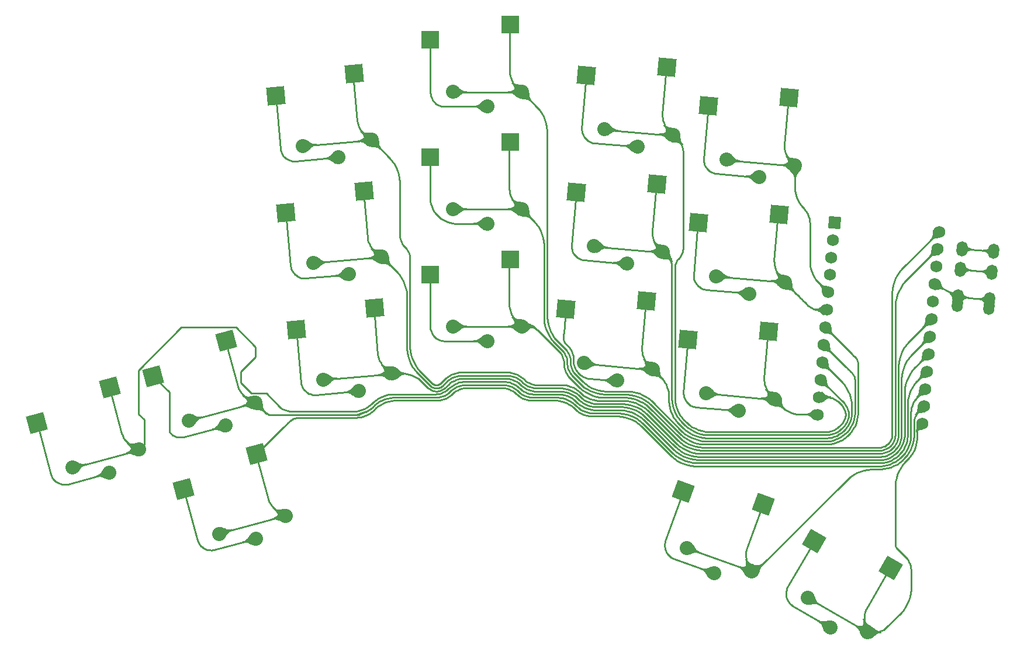
<source format=gbr>
%TF.GenerationSoftware,KiCad,Pcbnew,(6.0.4)*%
%TF.CreationDate,2022-04-14T15:36:21+01:00*%
%TF.ProjectId,axo,61786f2e-6b69-4636-9164-5f7063625858,VERSION_HERE*%
%TF.SameCoordinates,Original*%
%TF.FileFunction,Copper,L1,Top*%
%TF.FilePolarity,Positive*%
%FSLAX46Y46*%
G04 Gerber Fmt 4.6, Leading zero omitted, Abs format (unit mm)*
G04 Created by KiCad (PCBNEW (6.0.4)) date 2022-04-14 15:36:21*
%MOMM*%
%LPD*%
G01*
G04 APERTURE LIST*
G04 Aperture macros list*
%AMHorizOval*
0 Thick line with rounded ends*
0 $1 width*
0 $2 $3 position (X,Y) of the first rounded end (center of the circle)*
0 $4 $5 position (X,Y) of the second rounded end (center of the circle)*
0 Add line between two ends*
20,1,$1,$2,$3,$4,$5,0*
0 Add two circle primitives to create the rounded ends*
1,1,$1,$2,$3*
1,1,$1,$4,$5*%
%AMRotRect*
0 Rectangle, with rotation*
0 The origin of the aperture is its center*
0 $1 length*
0 $2 width*
0 $3 Rotation angle, in degrees counterclockwise*
0 Add horizontal line*
21,1,$1,$2,0,0,$3*%
G04 Aperture macros list end*
%TA.AperFunction,ComponentPad*%
%ADD10C,2.032000*%
%TD*%
%TA.AperFunction,ComponentPad*%
%ADD11RotRect,1.752600X1.752600X265.000000*%
%TD*%
%TA.AperFunction,ComponentPad*%
%ADD12C,1.752600*%
%TD*%
%TA.AperFunction,SMDPad,CuDef*%
%ADD13RotRect,2.600000X2.600000X15.000000*%
%TD*%
%TA.AperFunction,SMDPad,CuDef*%
%ADD14RotRect,2.600000X2.600000X355.000000*%
%TD*%
%TA.AperFunction,SMDPad,CuDef*%
%ADD15R,2.600000X2.600000*%
%TD*%
%TA.AperFunction,SMDPad,CuDef*%
%ADD16RotRect,2.600000X2.600000X5.000000*%
%TD*%
%TA.AperFunction,SMDPad,CuDef*%
%ADD17RotRect,2.600000X2.600000X330.000000*%
%TD*%
%TA.AperFunction,ComponentPad*%
%ADD18HorizOval,1.600000X-0.026147X-0.298858X0.026147X0.298858X0*%
%TD*%
%TA.AperFunction,SMDPad,CuDef*%
%ADD19RotRect,2.600000X2.600000X340.000000*%
%TD*%
%TA.AperFunction,Conductor*%
%ADD20C,0.250000*%
%TD*%
G04 APERTURE END LIST*
D10*
%TO.P,S6,1*%
%TO.N,P5*%
X129343877Y-144218590D03*
X139003136Y-141630400D03*
%TO.P,S6,2*%
%TO.N,GND*%
X134717026Y-144952939D03*
X134717026Y-144952939D03*
%TD*%
D11*
%TO.P,C1,1*%
%TO.N,RAW*%
X239724411Y-108740527D03*
D12*
%TO.P,C1,2*%
%TO.N,GND*%
X239503036Y-111270862D03*
%TO.P,C1,3*%
%TO.N,RST*%
X239281660Y-113801196D03*
%TO.P,C1,4*%
%TO.N,VCC*%
X239060284Y-116331531D03*
%TO.P,C1,5*%
%TO.N,P21*%
X238838909Y-118861865D03*
%TO.P,C1,6*%
%TO.N,P20*%
X238617533Y-121392200D03*
%TO.P,C1,7*%
%TO.N,P19*%
X238396158Y-123922535D03*
%TO.P,C1,8*%
%TO.N,P18*%
X238174782Y-126452869D03*
%TO.P,C1,9*%
%TO.N,P15*%
X237953406Y-128983204D03*
%TO.P,C1,10*%
%TO.N,P14*%
X237732031Y-131513538D03*
%TO.P,C1,11*%
%TO.N,P16*%
X237510655Y-134043873D03*
%TO.P,C1,12*%
%TO.N,P10*%
X237289280Y-136574207D03*
%TO.P,C1,13*%
%TO.N,P1*%
X254906418Y-110068781D03*
%TO.P,C1,14*%
%TO.N,P0*%
X254685043Y-112599115D03*
%TO.P,C1,15*%
%TO.N,GND*%
X254463667Y-115129450D03*
%TO.P,C1,16*%
X254242292Y-117659784D03*
%TO.P,C1,17*%
%TO.N,P2*%
X254020916Y-120190119D03*
%TO.P,C1,18*%
%TO.N,P3*%
X253799540Y-122720453D03*
%TO.P,C1,19*%
%TO.N,P4*%
X253578165Y-125250788D03*
%TO.P,C1,20*%
%TO.N,P5*%
X253356789Y-127781123D03*
%TO.P,C1,21*%
%TO.N,P6*%
X253135414Y-130311457D03*
%TO.P,C1,22*%
%TO.N,P7*%
X252914038Y-132841792D03*
%TO.P,C1,23*%
%TO.N,P8*%
X252692662Y-135372126D03*
%TO.P,C1,24*%
%TO.N,P9*%
X252471287Y-137902461D03*
%TD*%
D10*
%TO.P,S18,1*%
%TO.N,P18*%
X194463250Y-89810495D03*
X184463250Y-89810495D03*
%TO.P,S18,2*%
%TO.N,GND*%
X189463250Y-91910495D03*
X189463250Y-91910495D03*
%TD*%
%TO.P,S26,1*%
%TO.N,P10*%
X221117284Y-133482955D03*
X231079231Y-134354513D03*
%TO.P,S26,2*%
%TO.N,GND*%
X225915230Y-136010743D03*
X225915230Y-136010743D03*
%TD*%
D13*
%TO.P,S3,1*%
%TO.N,P6*%
X151662483Y-125867504D03*
%TO.P,S3,2*%
%TO.N,GND*%
X141075441Y-130981901D03*
%TD*%
D10*
%TO.P,S8,1*%
%TO.N,P4*%
X175656115Y-130638855D03*
X165694168Y-131510413D03*
%TO.P,S8,2*%
%TO.N,GND*%
X170858169Y-133166643D03*
X170858169Y-133166643D03*
%TD*%
%TO.P,S34,1*%
%TO.N,P9*%
X235859722Y-163110790D03*
X244519976Y-168110790D03*
%TO.P,S34,2*%
%TO.N,GND*%
X239139849Y-167429443D03*
X239139849Y-167429443D03*
%TD*%
D14*
%TO.P,S21,1*%
%TO.N,P14*%
X214007663Y-103164671D03*
%TO.P,S21,2*%
%TO.N,GND*%
X202309872Y-104349650D03*
%TD*%
D10*
%TO.P,S22,1*%
%TO.N,P14*%
X214876331Y-113027913D03*
X204914384Y-112156355D03*
%TO.P,S22,2*%
%TO.N,GND*%
X209712330Y-114684143D03*
X209712330Y-114684143D03*
%TD*%
D15*
%TO.P,S15,1*%
%TO.N,P19*%
X192738249Y-97060493D03*
%TO.P,S15,2*%
%TO.N,GND*%
X181188249Y-99260493D03*
%TD*%
D13*
%TO.P,S1,1*%
%TO.N,P7*%
X156062384Y-142288304D03*
%TO.P,S1,2*%
%TO.N,GND*%
X145475342Y-147402701D03*
%TD*%
%TO.P,S5,1*%
%TO.N,P5*%
X134813428Y-132659086D03*
%TO.P,S5,2*%
%TO.N,GND*%
X124226386Y-137773483D03*
%TD*%
D10*
%TO.P,S24,1*%
%TO.N,P16*%
X206395985Y-95220955D03*
X216357932Y-96092513D03*
%TO.P,S24,2*%
%TO.N,GND*%
X211193931Y-97748743D03*
X211193931Y-97748743D03*
%TD*%
%TO.P,S32,1*%
%TO.N,P8*%
X227736436Y-159322828D03*
X218339509Y-155902626D03*
%TO.P,S32,2*%
%TO.N,GND*%
X222319730Y-159586081D03*
X222319730Y-159586081D03*
%TD*%
D16*
%TO.P,S7,1*%
%TO.N,P4*%
X173087911Y-121076300D03*
%TO.P,S7,2*%
%TO.N,GND*%
X161773605Y-124274578D03*
%TD*%
%TO.P,S9,1*%
%TO.N,P3*%
X171606210Y-104141001D03*
%TO.P,S9,2*%
%TO.N,GND*%
X160291904Y-107339279D03*
%TD*%
D14*
%TO.P,S25,1*%
%TO.N,P10*%
X230210563Y-124491271D03*
%TO.P,S25,2*%
%TO.N,GND*%
X218512772Y-125676250D03*
%TD*%
D17*
%TO.P,S33,1*%
%TO.N,P9*%
X247901082Y-158804542D03*
%TO.P,S33,2*%
%TO.N,GND*%
X236798489Y-154934798D03*
%TD*%
D18*
%TO.P,T1,1*%
%TO.N,GND*%
X257527993Y-120607388D03*
X262110489Y-121008304D03*
%TO.P,T1,2*%
X262206360Y-119912490D03*
X257623865Y-119511574D03*
%TO.P,T1,3*%
%TO.N,P2*%
X257972488Y-115526795D03*
X262554983Y-115927711D03*
%TO.P,T1,4*%
%TO.N,VCC*%
X258233955Y-112538211D03*
X262816451Y-112939127D03*
%TD*%
D10*
%TO.P,S16,1*%
%TO.N,P19*%
X184463249Y-106810493D03*
X194463249Y-106810493D03*
%TO.P,S16,2*%
%TO.N,GND*%
X189463249Y-108910493D03*
X189463249Y-108910493D03*
%TD*%
D15*
%TO.P,S17,1*%
%TO.N,P18*%
X192738250Y-80060495D03*
%TO.P,S17,2*%
%TO.N,GND*%
X181188250Y-82260495D03*
%TD*%
D14*
%TO.P,S19,1*%
%TO.N,P15*%
X212525962Y-120099971D03*
%TO.P,S19,2*%
%TO.N,GND*%
X200828171Y-121284950D03*
%TD*%
D10*
%TO.P,S28,1*%
%TO.N,P20*%
X222598884Y-116547655D03*
X232560831Y-117419213D03*
%TO.P,S28,2*%
%TO.N,GND*%
X227396830Y-119075443D03*
X227396830Y-119075443D03*
%TD*%
D19*
%TO.P,S31,1*%
%TO.N,P8*%
X229450162Y-149570840D03*
%TO.P,S31,2*%
%TO.N,GND*%
X217844268Y-147687831D03*
%TD*%
D16*
%TO.P,S11,1*%
%TO.N,P0*%
X170124610Y-87205699D03*
%TO.P,S11,2*%
%TO.N,GND*%
X158810304Y-90403977D03*
%TD*%
D10*
%TO.P,S4,1*%
%TO.N,P6*%
X155852191Y-134838818D03*
X146192932Y-137427008D03*
%TO.P,S4,2*%
%TO.N,GND*%
X151566081Y-138161357D03*
X151566081Y-138161357D03*
%TD*%
%TO.P,S14,1*%
%TO.N,P1*%
X184463250Y-123810493D03*
X194463250Y-123810493D03*
%TO.P,S14,2*%
%TO.N,GND*%
X189463250Y-125910493D03*
X189463250Y-125910493D03*
%TD*%
%TO.P,S10,1*%
%TO.N,P3*%
X174174414Y-113703556D03*
X164212467Y-114575114D03*
%TO.P,S10,2*%
%TO.N,GND*%
X169376468Y-116231344D03*
X169376468Y-116231344D03*
%TD*%
%TO.P,S12,1*%
%TO.N,P0*%
X172692814Y-96768254D03*
X162730867Y-97639812D03*
%TO.P,S12,2*%
%TO.N,GND*%
X167894868Y-99296042D03*
X167894868Y-99296042D03*
%TD*%
D14*
%TO.P,S23,1*%
%TO.N,P16*%
X215489264Y-86229271D03*
%TO.P,S23,2*%
%TO.N,GND*%
X203791473Y-87414250D03*
%TD*%
D10*
%TO.P,S20,1*%
%TO.N,P15*%
X203432683Y-129091655D03*
X213394630Y-129963213D03*
%TO.P,S20,2*%
%TO.N,GND*%
X208230629Y-131619443D03*
X208230629Y-131619443D03*
%TD*%
%TO.P,S2,1*%
%TO.N,P7*%
X150592833Y-153847808D03*
X160252092Y-151259618D03*
%TO.P,S2,2*%
%TO.N,GND*%
X155965982Y-154582157D03*
X155965982Y-154582157D03*
%TD*%
D14*
%TO.P,S27,1*%
%TO.N,P20*%
X231692163Y-107555971D03*
%TO.P,S27,2*%
%TO.N,GND*%
X219994372Y-108740950D03*
%TD*%
D10*
%TO.P,S30,1*%
%TO.N,P21*%
X234042532Y-100483913D03*
X224080585Y-99612355D03*
%TO.P,S30,2*%
%TO.N,GND*%
X228878531Y-102140143D03*
X228878531Y-102140143D03*
%TD*%
D14*
%TO.P,S29,1*%
%TO.N,P21*%
X233173864Y-90620671D03*
%TO.P,S29,2*%
%TO.N,GND*%
X221476073Y-91805650D03*
%TD*%
D15*
%TO.P,S13,1*%
%TO.N,P1*%
X192738250Y-114060493D03*
%TO.P,S13,2*%
%TO.N,GND*%
X181188250Y-116260493D03*
%TD*%
D20*
%TO.N,P7*%
X159069629Y-151528347D02*
X150580283Y-153803061D01*
X159190626Y-150609278D02*
X158903803Y-150443681D01*
X157709994Y-148825737D02*
X155979122Y-142366032D01*
X208866742Y-136857235D02*
X208334631Y-136804826D01*
X202770776Y-136256908D02*
X203106936Y-136436590D01*
X246419792Y-144029746D02*
X219533076Y-144029746D01*
X184891514Y-133157544D02*
X184638875Y-133326353D01*
X186331360Y-132720771D02*
X191686242Y-132720771D01*
X160067753Y-138282935D02*
X160187103Y-138163585D01*
X217964890Y-143717816D02*
X218476552Y-143873027D01*
X161298335Y-137184481D02*
X161157098Y-137259974D01*
X186028976Y-132750554D02*
X185730967Y-132809832D01*
X250654065Y-140554769D02*
X250523091Y-140986534D01*
X210396802Y-137321375D02*
X209902816Y-137116758D01*
X247743099Y-143766525D02*
X247311334Y-143897499D01*
X249887066Y-142176451D02*
X249600833Y-142525227D01*
X251723998Y-134031832D02*
X251497594Y-134307706D01*
X250137735Y-141801297D02*
X249887066Y-142176451D01*
X250994515Y-135248901D02*
X251131088Y-134919185D01*
X159395000Y-151023710D02*
X159374302Y-151180933D01*
X250821294Y-135940441D02*
X250786314Y-136295605D01*
X174372498Y-134936991D02*
X174003062Y-135134458D01*
X216141460Y-142624895D02*
X216554777Y-142964096D01*
X204577024Y-136804826D02*
X208334631Y-136804826D01*
X216554777Y-142964096D02*
X216999352Y-143261151D01*
X161915989Y-137029766D02*
X170377588Y-137029766D01*
X217964890Y-143717816D02*
X217470903Y-143513200D01*
X160306452Y-138044236D02*
X160187103Y-138163585D01*
X250994515Y-135248901D02*
X250890918Y-135590416D01*
X159204295Y-151444605D02*
X159069629Y-151528347D01*
X173034741Y-135929139D02*
X173330948Y-135632932D01*
X216999352Y-143261151D02*
X217470903Y-143513200D01*
X191988627Y-132750554D02*
X191686242Y-132720771D01*
X192577401Y-132898035D02*
X192858120Y-133014312D01*
X195155432Y-134443248D02*
X195453443Y-134502525D01*
X199851178Y-134569668D02*
X200225023Y-134644030D01*
X249281792Y-142844268D02*
X249600833Y-142525227D01*
X172710928Y-136194885D02*
X172362627Y-136427613D01*
X183152939Y-134355041D02*
X182862175Y-134443243D01*
X208866742Y-136857235D02*
X209391154Y-136961547D01*
X160429342Y-137921346D02*
X160306452Y-138044236D01*
X250350426Y-141403381D02*
X250523091Y-140986534D01*
X183701627Y-134095531D02*
X183433657Y-134238764D01*
X218476552Y-143873027D02*
X219000965Y-143977338D01*
X248557863Y-143381171D02*
X248159946Y-143593861D01*
X250786314Y-139663225D02*
X250786314Y-136295605D01*
X161157098Y-137259974D02*
X161023940Y-137348948D01*
X200225023Y-134644030D02*
X200589778Y-134754678D01*
X175571220Y-134573362D02*
X175160370Y-134655085D01*
X157953207Y-149386763D02*
X158114852Y-149646709D01*
X204197691Y-136767466D02*
X203823846Y-136693103D01*
X159374302Y-151180933D02*
X159308855Y-151325378D01*
X161446291Y-137123196D02*
X161298335Y-137184481D01*
X172362627Y-136427613D02*
X171993191Y-136625080D01*
X251299321Y-134604443D02*
X251131088Y-134919185D01*
X248557863Y-143381171D02*
X248933016Y-143130501D01*
X184189143Y-133733965D02*
X184403997Y-133519111D01*
X200941933Y-134900545D02*
X201278093Y-135080227D01*
X174372498Y-134936991D02*
X174759509Y-134776685D01*
X199851178Y-134569668D02*
X199471845Y-134532306D01*
X209391154Y-136961547D02*
X209902816Y-137116758D01*
X186331360Y-132720771D02*
X186028976Y-132750554D01*
X251497594Y-134307706D02*
X251299321Y-134604443D01*
X161023940Y-137348948D02*
X160900144Y-137450544D01*
X211312927Y-137870479D02*
X211726245Y-138209680D01*
X202770776Y-136256908D02*
X202453845Y-136045142D01*
X158361375Y-149967985D02*
X158526301Y-150144074D01*
X173034741Y-135929139D02*
X172710928Y-136194885D01*
X175160370Y-134655085D02*
X174759509Y-134776685D01*
X216141460Y-142624895D02*
X211726245Y-138209680D01*
X173654761Y-135367186D02*
X173330948Y-135632932D01*
X210868352Y-137573424D02*
X211312927Y-137870479D01*
X249281792Y-142844268D02*
X248933016Y-143130501D01*
X202159198Y-135803331D02*
X202453845Y-136045142D01*
X160067753Y-138282935D02*
X159948404Y-138402284D01*
X175988101Y-134532302D02*
X175571220Y-134573362D01*
X203106936Y-136436590D02*
X203459091Y-136582456D01*
X194063338Y-133926726D02*
X194315979Y-134095535D01*
X193828461Y-133733967D02*
X194063338Y-133926726D01*
X250890918Y-135590416D02*
X250821294Y-135940441D01*
X159369169Y-150867247D02*
X159299031Y-150725021D01*
X171606180Y-136785385D02*
X171205319Y-136906985D01*
X160780308Y-137570380D02*
X160663319Y-137687369D01*
X210396802Y-137321375D02*
X210868352Y-137573424D01*
X195453443Y-134502525D02*
X195755828Y-134532306D01*
X194864668Y-134355046D02*
X194583949Y-134238768D01*
X157953207Y-149386763D02*
X157817820Y-149112224D01*
X158361375Y-149967985D02*
X158114852Y-149646709D01*
X182261782Y-134532302D02*
X175988101Y-134532302D01*
X161756613Y-137045464D02*
X161599542Y-137076707D01*
X174003062Y-135134458D02*
X173654761Y-135367186D01*
X157709994Y-148825737D02*
X157817820Y-149112224D01*
X246868812Y-143985522D02*
X246419792Y-144029746D01*
X160663319Y-137687369D02*
X160546331Y-137804357D01*
X202159198Y-135803331D02*
X201889670Y-135533804D01*
X199471845Y-134532306D02*
X195755828Y-134532306D01*
X192286637Y-132809832D02*
X191988627Y-132750554D01*
X200941933Y-134900545D02*
X200589778Y-134754678D01*
X246868812Y-143985522D02*
X247311334Y-143897499D01*
X184638875Y-133326353D02*
X184403997Y-133519111D01*
X192858120Y-133014312D02*
X193126090Y-133157545D01*
X247743099Y-143766525D02*
X248159946Y-143593861D01*
X184189143Y-133733965D02*
X183954266Y-133926723D01*
X193378731Y-133326355D02*
X193126090Y-133157545D01*
X158526301Y-150144074D02*
X158707693Y-150303151D01*
X201278093Y-135080227D02*
X201595023Y-135291993D01*
X194864668Y-134355046D02*
X195155432Y-134443248D01*
X159369169Y-150867247D02*
X159395000Y-151023710D01*
X171606180Y-136785385D02*
X171993191Y-136625080D01*
X201595023Y-135291993D02*
X201889670Y-135533804D01*
X193828461Y-133733967D02*
X193613609Y-133519114D01*
X250350426Y-141403381D02*
X250137735Y-141801297D01*
X250742089Y-140112246D02*
X250654065Y-140554769D01*
X193378731Y-133326355D02*
X193613609Y-133519114D01*
X183433657Y-134238764D02*
X183152939Y-134355041D01*
X158707693Y-150303151D02*
X158903803Y-150443681D01*
X204197691Y-136767466D02*
X204577024Y-136804826D01*
X159948404Y-138402284D02*
X156062384Y-142288304D01*
X219000965Y-143977338D02*
X219533076Y-144029746D01*
X159190626Y-150609278D02*
X159299031Y-150725021D01*
X170794469Y-136988707D02*
X170377588Y-137029766D01*
X194315979Y-134095535D02*
X194583949Y-134238768D01*
X161915989Y-137029766D02*
X161756613Y-137045464D01*
X182564166Y-134502520D02*
X182261782Y-134532302D01*
X183701627Y-134095531D02*
X183954266Y-133926723D01*
X185730967Y-132809832D02*
X185440203Y-132898034D01*
X161599542Y-137076707D02*
X161446291Y-137123196D01*
X160546331Y-137804357D02*
X160429342Y-137921346D01*
X160780308Y-137570380D02*
X160900144Y-137450544D01*
X203459091Y-136582456D02*
X203823846Y-136693103D01*
X171205319Y-136906985D02*
X170794469Y-136988707D01*
X185159484Y-133014312D02*
X185440203Y-132898034D01*
X159204295Y-151444605D02*
X159308855Y-151325378D01*
X192286637Y-132809832D02*
X192577401Y-132898035D01*
X251723998Y-134031832D02*
X252914038Y-132841792D01*
X250786314Y-139663225D02*
X250742089Y-140112246D01*
X182862175Y-134443243D02*
X182564166Y-134502520D01*
X185159484Y-133014312D02*
X184891514Y-133157544D01*
%TO.N,GND*%
X159455706Y-98063123D02*
X158786858Y-90418133D01*
X160259348Y-99437702D02*
X160102953Y-99306471D01*
X161596200Y-99859210D02*
X167871422Y-99310199D01*
X215140734Y-155290907D02*
X215129605Y-155494764D01*
X218158864Y-134524835D02*
X218274134Y-134693341D01*
X163091296Y-116833496D02*
X169366518Y-116284485D01*
X215167364Y-155900840D02*
X215215890Y-156099150D01*
X217852626Y-133356487D02*
X217854853Y-133560635D01*
X182206600Y-91647022D02*
X182036847Y-91533596D01*
X259307567Y-119658881D02*
X262206360Y-119912490D01*
X219448054Y-135459341D02*
X219252050Y-135402211D01*
X160606846Y-99651171D02*
X160794602Y-99731353D01*
X219449178Y-117141337D02*
X219387786Y-116946625D01*
X203197532Y-95704720D02*
X203258924Y-95899431D01*
X160259348Y-99437702D02*
X160427854Y-99552973D01*
X203131067Y-95097834D02*
X203133294Y-95301982D01*
X203683806Y-96591082D02*
X203829735Y-96733862D01*
X201996709Y-129414474D02*
X202067917Y-129649216D01*
X183701031Y-108681423D02*
X184060376Y-108790429D01*
X204293936Y-131383071D02*
X208223017Y-131726818D01*
X160989314Y-99792746D02*
X160794602Y-99731353D01*
X233201002Y-163884265D02*
X233340565Y-164033274D01*
X164385233Y-133724988D02*
X164589381Y-133727215D01*
X181248089Y-124338100D02*
X181307354Y-124533470D01*
X163600028Y-133519177D02*
X163787784Y-133599358D01*
X147520932Y-154961726D02*
X147611230Y-155144832D01*
X148479144Y-155984797D02*
X148665106Y-156069056D01*
X149868880Y-156167758D02*
X149667447Y-156201015D01*
X232713924Y-162368327D02*
X232740572Y-162165913D01*
X164589381Y-133727215D02*
X170864603Y-133178204D01*
X201776404Y-112844703D02*
X201715012Y-112649991D01*
X181188248Y-123934685D02*
X181188248Y-116260494D01*
X126625485Y-145966894D02*
X126501199Y-145804922D01*
X182376654Y-125713263D02*
X182565273Y-125791391D01*
X233076717Y-163722294D02*
X233201002Y-163884265D01*
X233494061Y-164167887D02*
X233660012Y-164286806D01*
X217877079Y-133763582D02*
X217919091Y-133963373D01*
X159455706Y-98063123D02*
X159493349Y-98263783D01*
X202413711Y-130296151D02*
X202569330Y-130485773D01*
X215222479Y-154891354D02*
X217847207Y-147679975D01*
X257909243Y-119388937D02*
X258370488Y-119502995D01*
X162953353Y-133028547D02*
X163096133Y-133174476D01*
X256141448Y-118699787D02*
X256569431Y-118906152D01*
X201924810Y-128929760D02*
X201924810Y-128336866D01*
X222387938Y-101626824D02*
X222588598Y-101664467D01*
X160950802Y-115037409D02*
X160988445Y-115238069D01*
X219321321Y-116339739D02*
X219990172Y-108694750D01*
X219648714Y-135496983D02*
X225923935Y-136045991D01*
X215138510Y-155698729D02*
X215129605Y-155494764D01*
X203576802Y-131190916D02*
X203809946Y-131275773D01*
X182770643Y-91880656D02*
X182970880Y-91920485D01*
X201784506Y-127631515D02*
X201854318Y-127861654D01*
X145467755Y-139819813D02*
X151552307Y-138189462D01*
X181278314Y-106008367D02*
X181387320Y-106367712D01*
X232936816Y-161587798D02*
X232852557Y-161773760D01*
X232936816Y-161587798D02*
X236773912Y-154941758D01*
X202347218Y-113679134D02*
X202506440Y-113806923D01*
X201292922Y-126811358D02*
X200755858Y-126274294D01*
X181491721Y-90932143D02*
X181605147Y-91101896D01*
X182154889Y-107648325D02*
X182420419Y-107913854D01*
X161455269Y-116134828D02*
X161598049Y-116280757D01*
X221345250Y-101017221D02*
X221214018Y-100860825D01*
X203988956Y-96861651D02*
X204159937Y-96973218D01*
X160950802Y-115037409D02*
X160281954Y-107392420D01*
X126231175Y-145257369D02*
X126303091Y-145448443D01*
X181605147Y-91101896D02*
X181734665Y-91259715D01*
X182565273Y-125791391D02*
X182760643Y-125850655D01*
X148136384Y-155763798D02*
X148302335Y-155882717D01*
X218405365Y-134849737D02*
X218551294Y-134992517D01*
X232786932Y-161967086D02*
X232740572Y-162165913D01*
X203988956Y-96861651D02*
X203829735Y-96733862D01*
X183164058Y-125910495D02*
X189463249Y-125910495D01*
X200492117Y-125424108D02*
X200494388Y-125320025D01*
X258837011Y-119593057D02*
X259307567Y-119658881D01*
X203243977Y-114145957D02*
X203444637Y-114183600D01*
X181208259Y-124137863D02*
X181248089Y-124338100D01*
X220920367Y-100325571D02*
X221000548Y-100513327D01*
X200588372Y-126023634D02*
X200635895Y-126112543D01*
X128651038Y-146654476D02*
X134735588Y-145024125D01*
X161045575Y-115434073D02*
X161121642Y-115623534D01*
X200492117Y-125424108D02*
X200490982Y-125528209D01*
X215881428Y-157107056D02*
X216044745Y-157229566D01*
X127261302Y-146471514D02*
X127084493Y-146369434D01*
X200490982Y-125634823D02*
X200490982Y-125528209D01*
X184802384Y-108900494D02*
X189443250Y-108900494D01*
X201292922Y-126811358D02*
X201445491Y-126997264D01*
X181879029Y-91404079D02*
X181734665Y-91259715D01*
X232968907Y-163548921D02*
X233076717Y-163722294D01*
X218551294Y-134992517D02*
X218710517Y-135120306D01*
X181879029Y-91404079D02*
X182036847Y-91533596D01*
X232753853Y-162977534D02*
X232806694Y-163174739D01*
X202569330Y-130485773D02*
X202744943Y-130661386D01*
X232720597Y-162776101D02*
X232707244Y-162572378D01*
X147449016Y-154770650D02*
X145462792Y-147357953D01*
X144078019Y-139636852D02*
X144263981Y-139721110D01*
X145467755Y-139819813D02*
X145266322Y-139853070D01*
X181395481Y-90752089D02*
X181317353Y-90563470D01*
X221345250Y-101017221D02*
X221491179Y-101160001D01*
X144078019Y-139636852D02*
X143901210Y-139534771D01*
X181395481Y-90752089D02*
X181491721Y-90932143D01*
X200523395Y-124788921D02*
X200515295Y-124894796D01*
X201924810Y-128929760D02*
X201948853Y-129173883D01*
X162448887Y-131931128D02*
X161780039Y-124286139D01*
X184428676Y-108863688D02*
X184060376Y-108790429D01*
X219448054Y-135459341D02*
X219648714Y-135496983D01*
X204049599Y-131339987D02*
X204293936Y-131383071D01*
X215881428Y-157107056D02*
X215730906Y-156969127D01*
X163096133Y-133174476D02*
X163252529Y-133305707D01*
X257007509Y-119090116D02*
X257454512Y-119251188D01*
X162543659Y-132327792D02*
X162486530Y-132131788D01*
X149259673Y-156207689D02*
X149463724Y-156214368D01*
X181869030Y-125374079D02*
X181724666Y-125229715D01*
X203155520Y-95504929D02*
X203133294Y-95301982D01*
X182196600Y-125617022D02*
X182376654Y-125713263D01*
X216219285Y-157335480D02*
X216403365Y-157423775D01*
X215473906Y-156652465D02*
X215594628Y-156817109D01*
X148479144Y-155984797D02*
X148302335Y-155882717D01*
X149259673Y-156207689D02*
X149057259Y-156181040D01*
X200502561Y-125106779D02*
X200497794Y-125215973D01*
X232720597Y-162776101D02*
X232753853Y-162977534D01*
X201673000Y-112450200D02*
X201715012Y-112649991D01*
X220916750Y-118442591D02*
X220720746Y-118385461D01*
X217877079Y-133763582D02*
X217854853Y-133560635D01*
X201692472Y-127409325D02*
X201784506Y-127631515D01*
X232968907Y-163548921D02*
X232878609Y-163365815D01*
X203136521Y-130961854D02*
X203350448Y-131085365D01*
X219323548Y-116543887D02*
X219345775Y-116746834D01*
X183022925Y-108360704D02*
X183354100Y-108537720D01*
X221098747Y-100692319D02*
X221214018Y-100860825D01*
X181385482Y-124722089D02*
X181307354Y-124533470D01*
X183174058Y-91940495D02*
X189473250Y-91940494D01*
X200635895Y-126112543D02*
X200691904Y-126196365D01*
X200508350Y-125000753D02*
X200502561Y-125106779D01*
X204927157Y-97238329D02*
X211202375Y-97787337D01*
X182206600Y-91647022D02*
X182386654Y-91743262D01*
X200497794Y-125215973D02*
X200494388Y-125320025D01*
X161392052Y-99856983D02*
X161596200Y-99859210D01*
X162887148Y-116831269D02*
X163091296Y-116833496D01*
X201648547Y-112043105D02*
X202317398Y-104398116D01*
X182970880Y-91920485D02*
X183174058Y-91940495D01*
X144858548Y-139859743D02*
X144656134Y-139833095D01*
X181198249Y-89964685D02*
X181198251Y-82290495D01*
X221000548Y-100513327D02*
X221098747Y-100692319D01*
X217980483Y-134158085D02*
X217919091Y-133963373D01*
X203444637Y-114183600D02*
X209719856Y-114732609D01*
X202413711Y-130296151D02*
X202277427Y-130092187D01*
X160989314Y-99792746D02*
X161189105Y-99834757D01*
X200520529Y-125834024D02*
X200549793Y-125930495D01*
X161598049Y-116280757D02*
X161754444Y-116411988D01*
X162825564Y-132869326D02*
X162953353Y-133028547D01*
X203437304Y-96266180D02*
X203552575Y-96434686D01*
X128245882Y-146701087D02*
X128449605Y-146687733D01*
X218710517Y-135120306D02*
X218881497Y-135231873D01*
X182575273Y-91821391D02*
X182386654Y-91743262D01*
X182960880Y-125890485D02*
X182760643Y-125850655D01*
X143383000Y-133289460D02*
X141075441Y-130981901D01*
X144457307Y-139786735D02*
X144656134Y-139833095D01*
X160427854Y-99552973D02*
X160606846Y-99651171D01*
X201901236Y-128097529D02*
X201924810Y-128336866D01*
X222002474Y-101493628D02*
X222191935Y-101569694D01*
X181595148Y-125071897D02*
X181724666Y-125229715D01*
X161754444Y-116411988D02*
X161922950Y-116527259D01*
X220816963Y-99931069D02*
X220858975Y-100130860D01*
X149868880Y-156167758D02*
X155953432Y-154537410D01*
X215369903Y-156476781D02*
X215473906Y-156652465D01*
X181205054Y-105640067D02*
X181278314Y-106008367D01*
X200691904Y-126196365D02*
X200755858Y-126274294D01*
X216403365Y-157423775D02*
X222322668Y-159578226D01*
X203136521Y-130961854D02*
X202934172Y-130820169D01*
X145062599Y-139866423D02*
X145266322Y-139853070D01*
X159550479Y-98459786D02*
X159626546Y-98649247D01*
X204530491Y-97143556D02*
X204726496Y-97200686D01*
X162713997Y-132698345D02*
X162825564Y-132869326D01*
X215138510Y-155698729D02*
X215167364Y-155900840D01*
X147843325Y-155480176D02*
X147982888Y-155629185D01*
X204159937Y-96973218D02*
X204341030Y-97067489D01*
X162101942Y-116625458D02*
X162289698Y-116705639D01*
X162684201Y-116809043D02*
X162887148Y-116831269D01*
X161215913Y-115804626D02*
X161121642Y-115623534D01*
X182026847Y-125503597D02*
X182196600Y-125617022D01*
X161392052Y-99856983D02*
X161189105Y-99834757D01*
X221650401Y-101287790D02*
X221821381Y-101399357D01*
X147843325Y-155480176D02*
X147719041Y-155318205D01*
X201901236Y-128097529D02*
X201854318Y-127861654D01*
X220816963Y-99931069D02*
X220794737Y-99728122D01*
X219874061Y-117832988D02*
X220019991Y-117975768D01*
X126303091Y-145448443D02*
X126393389Y-145631549D01*
X182575273Y-91821391D02*
X182770643Y-91880656D01*
X126625485Y-145966894D02*
X126765047Y-146115903D01*
X204341030Y-97067489D02*
X204530491Y-97143556D01*
X258837011Y-119593057D02*
X258370488Y-119502995D01*
X181258089Y-90368100D02*
X181317353Y-90563470D01*
X164385233Y-133724988D02*
X164182286Y-133702761D01*
X220916750Y-118442591D02*
X221117410Y-118480234D01*
X215222479Y-154891354D02*
X215171792Y-155089123D01*
X219345775Y-116746834D02*
X219387786Y-116946625D01*
X143383000Y-139065000D02*
X143383000Y-133289460D01*
X126393389Y-145631549D02*
X126501199Y-145804922D01*
X200523395Y-124788921D02*
X200820561Y-121392327D01*
X201856585Y-113032459D02*
X201954784Y-113211452D01*
X232806694Y-163174739D02*
X232878609Y-163365815D01*
X218405365Y-134849737D02*
X218274134Y-134693341D01*
X202201288Y-113536354D02*
X202347218Y-113679134D01*
X200500862Y-125735149D02*
X200520529Y-125834024D01*
X256141448Y-118699787D02*
X254242292Y-117659784D01*
X147449016Y-154770650D02*
X147520932Y-154961726D01*
X144263981Y-139721110D02*
X144457307Y-139786735D01*
X147611230Y-155144832D02*
X147719041Y-155318205D01*
X162713997Y-132698345D02*
X162619726Y-132517253D01*
X203339105Y-96087187D02*
X203437304Y-96266180D01*
X201673000Y-112450200D02*
X201650774Y-112247253D01*
X219449178Y-117141337D02*
X219529360Y-117329093D01*
X233340565Y-164033274D02*
X233494061Y-164167887D01*
X148858432Y-156134680D02*
X148665106Y-156069056D01*
X162101942Y-116625458D02*
X161922950Y-116527259D01*
X148858432Y-156134680D02*
X149057259Y-156181040D01*
X219321321Y-116339739D02*
X219323548Y-116543887D01*
X221117410Y-118480234D02*
X227392630Y-119029242D01*
X181188248Y-123934685D02*
X181208259Y-124137863D01*
X161045575Y-115434073D02*
X160988445Y-115238069D01*
X181869030Y-125374079D02*
X182026847Y-125503597D01*
X201954784Y-113211452D02*
X202070055Y-113379958D01*
X159960173Y-99160542D02*
X160102953Y-99306471D01*
X181531023Y-106714643D02*
X181708039Y-107045818D01*
X202744943Y-130661386D02*
X202934172Y-130820169D01*
X127261302Y-146471514D02*
X127447264Y-146555773D01*
X147982888Y-155629185D02*
X148136384Y-155763798D01*
X203576802Y-131190916D02*
X203350448Y-131085365D01*
X218060664Y-134345841D02*
X218158864Y-134524835D01*
X181481722Y-124902143D02*
X181595148Y-125071897D01*
X184428676Y-108863688D02*
X184802384Y-108900494D01*
X257909243Y-119388937D02*
X257454512Y-119251188D01*
X201996709Y-129414474D02*
X201948853Y-129173883D01*
X128041831Y-146694407D02*
X127839417Y-146667758D01*
X222002474Y-101493628D02*
X221821381Y-101399357D01*
X203047973Y-114088828D02*
X203243977Y-114145957D01*
X162484410Y-116767032D02*
X162289698Y-116705639D01*
X161327480Y-115975607D02*
X161455269Y-116134828D01*
X159832384Y-99001321D02*
X159960173Y-99160542D01*
X126231175Y-145257369D02*
X124244947Y-137844668D01*
X126918542Y-146250515D02*
X127084493Y-146369434D01*
X143852771Y-139534771D02*
X143383000Y-139065000D01*
X181531023Y-106714643D02*
X181387320Y-106367712D01*
X222588598Y-101664467D02*
X228863820Y-102213477D01*
X143901210Y-139534771D02*
X143852771Y-139534771D01*
X201579103Y-127197228D02*
X201692472Y-127409325D01*
X217852626Y-133356487D02*
X218521477Y-125711499D01*
X183354100Y-108537720D02*
X183701031Y-108681423D01*
X232852557Y-161773760D02*
X232786932Y-161967086D01*
X181198249Y-89964685D02*
X181218259Y-90167863D01*
X203155520Y-95504929D02*
X203197532Y-95704720D01*
X159550479Y-98459786D02*
X159493349Y-98263783D01*
X220792510Y-99523974D02*
X221461361Y-91878984D01*
X181385482Y-124722089D02*
X181481722Y-124902143D01*
X201648547Y-112043105D02*
X201650774Y-112247253D01*
X162484410Y-116767032D02*
X162684201Y-116809043D01*
X144858548Y-139859743D02*
X145062599Y-139866423D01*
X183022925Y-108360704D02*
X182710695Y-108152078D01*
X216044745Y-157229566D02*
X216219285Y-157335480D01*
X159626546Y-98649247D02*
X159720817Y-98830340D01*
X126765047Y-146115903D02*
X126918542Y-146250515D01*
X220792510Y-99523974D02*
X220794737Y-99728122D01*
X181708039Y-107045818D02*
X181916665Y-107358048D01*
X127447264Y-146555773D02*
X127640590Y-146621398D01*
X217980483Y-134158085D02*
X218060664Y-134345841D01*
X200588372Y-126023634D02*
X200549793Y-125930495D01*
X163982495Y-133660750D02*
X164182286Y-133702761D01*
X162448887Y-131931128D02*
X162486530Y-132131788D01*
X202858512Y-114012761D02*
X203047973Y-114088828D01*
X220531285Y-118309394D02*
X220350193Y-118215124D01*
X219627558Y-117508086D02*
X219742829Y-117676592D01*
X128651038Y-146654476D02*
X128449605Y-146687733D01*
X200490982Y-125634823D02*
X200500862Y-125735149D01*
X127640590Y-146621398D02*
X127839417Y-146667758D01*
X220531285Y-118309394D02*
X220720746Y-118385461D01*
X215140734Y-155290907D02*
X215171792Y-155089123D01*
X202858512Y-114012761D02*
X202677420Y-113918490D01*
X202201288Y-113536354D02*
X202070055Y-113379958D01*
X220179213Y-118103557D02*
X220350193Y-118215124D01*
X163982495Y-133660750D02*
X163787784Y-133599358D01*
X149463724Y-156214368D02*
X149667447Y-156201015D01*
X232713924Y-162368327D02*
X232707244Y-162572378D01*
X203131067Y-95097834D02*
X203799918Y-87452845D01*
X202506440Y-113806923D02*
X202677420Y-113918490D01*
X219627558Y-117508086D02*
X219529360Y-117329093D01*
X181218259Y-90167863D02*
X181258089Y-90368100D01*
X203809946Y-131275773D02*
X204049599Y-131339987D01*
X219742829Y-117676592D02*
X219874061Y-117832988D01*
X202067917Y-129649216D02*
X202161792Y-129875848D01*
X128041831Y-146694407D02*
X128245882Y-146701087D01*
X181916665Y-107358048D02*
X182154889Y-107648325D01*
X159720817Y-98830340D02*
X159832384Y-99001321D01*
X181168248Y-105266359D02*
X181205054Y-105640067D01*
X256569431Y-118906152D02*
X257007509Y-119090116D01*
X221491179Y-101160001D02*
X221650401Y-101287790D01*
X219062589Y-135326144D02*
X219252050Y-135402211D01*
X162543659Y-132327792D02*
X162619726Y-132517253D01*
X215369903Y-156476781D02*
X215283620Y-156291748D01*
X201445491Y-126997264D02*
X201579103Y-127197228D01*
X163421035Y-133420978D02*
X163600028Y-133519177D01*
X203258924Y-95899431D02*
X203339105Y-96087187D01*
X200508350Y-125000753D02*
X200515295Y-124894796D01*
X220858975Y-100130860D02*
X220920367Y-100325571D01*
X219062589Y-135326144D02*
X218881497Y-135231873D01*
X182420419Y-107913854D02*
X182710695Y-108152078D01*
X222387938Y-101626824D02*
X222191935Y-101569694D01*
X182960880Y-125890485D02*
X183164058Y-125910495D01*
X215594628Y-156817109D02*
X215730906Y-156969127D01*
X201776404Y-112844703D02*
X201856585Y-113032459D01*
X220179213Y-118103557D02*
X220019991Y-117975768D01*
X215215890Y-156099150D02*
X215283620Y-156291748D01*
X181168248Y-105266359D02*
X181168248Y-99250496D01*
X203683806Y-96591082D02*
X203552575Y-96434686D01*
X163252529Y-133305707D02*
X163421035Y-133420978D01*
X161215913Y-115804626D02*
X161327480Y-115975607D01*
X202161792Y-129875848D02*
X202277427Y-130092187D01*
X233660012Y-164286806D02*
X239115272Y-167436403D01*
X204726496Y-97200686D02*
X204927157Y-97238329D01*
%TO.N,P6*%
X175801699Y-134082293D02*
X175384818Y-134123353D01*
X157435563Y-136395550D02*
X157428817Y-136397777D01*
X157319738Y-136306369D02*
X157319738Y-136306369D01*
X157756907Y-136566865D02*
X157740034Y-136565518D01*
X157811649Y-136579756D02*
X157802492Y-136579756D01*
X249525178Y-141908058D02*
X249266995Y-142222655D01*
X192763801Y-132448025D02*
X193044521Y-132564302D01*
X157353698Y-136338127D02*
X157332914Y-136319546D01*
X218151290Y-143267806D02*
X217657303Y-143063190D01*
X157014428Y-136001060D02*
X157138435Y-136125067D01*
X250336304Y-134855091D02*
X250336304Y-139641119D01*
X170687208Y-136579756D02*
X170732154Y-136575906D01*
X195639843Y-134052515D02*
X195942228Y-134082296D01*
X157319739Y-136306369D02*
X157319738Y-136306369D01*
X157840871Y-136579756D02*
X157836525Y-136579756D01*
X154789502Y-134261335D02*
X154502679Y-134095737D01*
X184973085Y-132564302D02*
X184705115Y-132707534D01*
X211499327Y-137420469D02*
X211912645Y-137759670D01*
X157425604Y-136412236D02*
X157425604Y-136412236D01*
X248979220Y-142510430D02*
X249266995Y-142222655D01*
X170750002Y-136579756D02*
X157802492Y-136579756D01*
X157486646Y-136457919D02*
X157502818Y-136465041D01*
X157014428Y-136001060D02*
X156959314Y-135945945D01*
X154968044Y-134519303D02*
X154897906Y-134377076D01*
X171722492Y-136204152D02*
X171821381Y-136156779D01*
X157856965Y-136573797D02*
X157860996Y-136567958D01*
X192175027Y-132300544D02*
X191872642Y-132270761D01*
X157319737Y-136306369D02*
X157319738Y-136306368D01*
X157083321Y-136069953D02*
X157041985Y-136028617D01*
X183515228Y-133645522D02*
X183247258Y-133788755D01*
X202957176Y-135806898D02*
X203293336Y-135986580D01*
X157320828Y-136307461D02*
X157320284Y-136306915D01*
X157320284Y-136306915D02*
X157339490Y-136326122D01*
X157262441Y-136249074D02*
X157248663Y-136235296D01*
X157165992Y-136152624D02*
X157124657Y-136111289D01*
X156772094Y-135758724D02*
X156772094Y-135758724D01*
X157372672Y-136359301D02*
X157372672Y-136359301D01*
X156879482Y-135866114D02*
X156959314Y-135945945D01*
X250336304Y-139641119D02*
X250296412Y-140046137D01*
X171898164Y-136108441D02*
X172076859Y-136021479D01*
X191872642Y-132270761D02*
X186144960Y-132270761D01*
X157811649Y-136579756D02*
X157826054Y-136579756D01*
X157960921Y-136579756D02*
X157907434Y-136579756D01*
X157425869Y-136389405D02*
X157435563Y-136395550D01*
X247201859Y-143460449D02*
X246802702Y-143539846D01*
X250382322Y-134387858D02*
X250473915Y-133927387D01*
X156959314Y-135945945D02*
X157041985Y-136028617D01*
X170687208Y-136579756D02*
X170652773Y-136579756D01*
X174973968Y-134205076D02*
X175384818Y-134123353D01*
X194249739Y-133476716D02*
X194502379Y-133645525D01*
X194014861Y-133283957D02*
X194249739Y-133476716D01*
X157317010Y-136303643D02*
X157262441Y-136249074D01*
X183515228Y-133645522D02*
X183767867Y-133476713D01*
X157296888Y-136283521D02*
X157283109Y-136269742D01*
X246397684Y-143579736D02*
X219719476Y-143579736D01*
X193565131Y-132876345D02*
X193800008Y-133069104D01*
X250217014Y-140445294D02*
X250296412Y-140046137D01*
X195051068Y-133905036D02*
X195341832Y-133993238D01*
X157318101Y-136304734D02*
X157316465Y-136303098D01*
X172517899Y-135733365D02*
X172847844Y-135479626D01*
X157221106Y-136207739D02*
X157262441Y-136249074D01*
X249943131Y-141210746D02*
X249751283Y-141569668D01*
X209053142Y-136407225D02*
X208521031Y-136354816D01*
X154789502Y-134261335D02*
X154897906Y-134377076D01*
X157907434Y-136579756D02*
X157923875Y-136577315D01*
X202076071Y-135083794D02*
X202345598Y-135353322D01*
X170653624Y-136566460D02*
X170652773Y-136579756D01*
X157332914Y-136319546D02*
X157339490Y-136326122D01*
X249525178Y-141908058D02*
X249751283Y-141569668D01*
X170781183Y-136576686D02*
X170734336Y-136579756D01*
X216327860Y-142174885D02*
X211912645Y-137759670D01*
X170665186Y-136546206D02*
X170690806Y-136538854D01*
X184973085Y-132564302D02*
X185253803Y-132448024D01*
X195942228Y-134082296D02*
X199658245Y-134082296D01*
X170857688Y-136559368D02*
X170918047Y-136543199D01*
X157426812Y-136406798D02*
X157433295Y-136417497D01*
X157318647Y-136305278D02*
X157319191Y-136305824D01*
X157124656Y-136111288D02*
X157110878Y-136097510D01*
X157339490Y-136326122D02*
X157353698Y-136338127D01*
X195341832Y-133993238D02*
X195639843Y-134052515D01*
X153552082Y-133038818D02*
X153416695Y-132764279D01*
X216327860Y-142174885D02*
X216741177Y-142514086D01*
X157960921Y-136579756D02*
X170480245Y-136579756D01*
X154125175Y-133796130D02*
X154306568Y-133955206D01*
X170734336Y-136579756D02*
X170750002Y-136579756D01*
X170918047Y-136543199D02*
X170829301Y-136567114D01*
X170829301Y-136567114D02*
X170857688Y-136559368D01*
X156502203Y-135488831D02*
X156502203Y-135488831D01*
X248326233Y-142994718D02*
X247967311Y-143186566D01*
X172352527Y-135847253D02*
X172517899Y-135733365D01*
X157425604Y-136412235D02*
X157425604Y-136412235D01*
X186144960Y-132270761D02*
X185842576Y-132300544D01*
X157459668Y-136442768D02*
X157438608Y-136425240D01*
X157124656Y-136111288D02*
X157332914Y-136319546D01*
X154803171Y-135096659D02*
X154907730Y-134977432D01*
X157392521Y-136379152D02*
X157412370Y-136399002D01*
X157537532Y-136481023D02*
X157486646Y-136457919D01*
X157110878Y-136097510D02*
X157083321Y-136069953D01*
X154973176Y-134832988D02*
X154907730Y-134977432D01*
X157876486Y-136571045D02*
X157856965Y-136573797D01*
X204763424Y-136354816D02*
X208521031Y-136354816D01*
X172847844Y-135479626D02*
X173144547Y-135182923D01*
X251569866Y-131877005D02*
X251272022Y-132239929D01*
X250098875Y-140834747D02*
X249943131Y-141210746D01*
X246802702Y-143539846D02*
X246397684Y-143579736D01*
X175801699Y-134082293D02*
X182075382Y-134082293D01*
X153552082Y-133038818D02*
X153713727Y-133298765D01*
X250382322Y-134387858D02*
X250336304Y-134855091D01*
X171722492Y-136204152D02*
X171540200Y-136285495D01*
X173468360Y-134917177D02*
X173144547Y-135182923D01*
X195051068Y-133905036D02*
X194770349Y-133788758D01*
X157319191Y-136305824D02*
X157320828Y-136307461D01*
X157740034Y-136565518D02*
X157784336Y-136577370D01*
X211054752Y-137123414D02*
X211499327Y-137420469D01*
X157907434Y-136579756D02*
X157840871Y-136579756D01*
X157832206Y-136579756D02*
X157826054Y-136579756D01*
X153308869Y-132477792D02*
X151577997Y-126018085D01*
X174186096Y-134486982D02*
X174573108Y-134326676D01*
X172352527Y-135847253D02*
X172076859Y-136021479D01*
X157320284Y-136306915D02*
X157318646Y-136305279D01*
X157319738Y-136306369D02*
X157319738Y-136306369D01*
X157784336Y-136577370D02*
X157811649Y-136579756D01*
X182377766Y-134052511D02*
X182075382Y-134082293D01*
X172076859Y-136021479D02*
X171821381Y-136156779D01*
X157425604Y-136412235D02*
X157425604Y-136412235D01*
X157319738Y-136306370D02*
X157319739Y-136306369D01*
X172847844Y-135479626D02*
X172352527Y-135847253D01*
X153960249Y-133620040D02*
X153713727Y-133298765D01*
X218151290Y-143267806D02*
X218662952Y-143423017D01*
X201128332Y-134450535D02*
X200776178Y-134304668D01*
X157502818Y-136465041D02*
X157537532Y-136481023D01*
X157317010Y-136303643D02*
X157318101Y-136304734D01*
X247591312Y-143342310D02*
X247967311Y-143186566D01*
X156879482Y-135866113D02*
X156879482Y-135866114D01*
X248664623Y-142768613D02*
X248326233Y-142994718D01*
X157826054Y-136579756D02*
X157827902Y-136579380D01*
X157433295Y-136417497D02*
X157429203Y-136415836D01*
X154973176Y-134832988D02*
X154993875Y-134675764D01*
X157425603Y-136412234D02*
X157425604Y-136412234D01*
X192473037Y-132359822D02*
X192763801Y-132448025D01*
X203293336Y-135986580D02*
X203645491Y-136132446D01*
X203645491Y-136132446D02*
X204010246Y-136243093D01*
X157318646Y-136305279D02*
X157303777Y-136290410D01*
X170652773Y-136579756D02*
X170625737Y-136579756D01*
X192473037Y-132359822D02*
X192175027Y-132300544D01*
X157392521Y-136379152D02*
X157320828Y-136307461D01*
X154803171Y-135096659D02*
X154668505Y-135180401D01*
X157318647Y-136305278D02*
X156879482Y-135866113D01*
X250610202Y-133478109D02*
X250473915Y-133927387D01*
X157802492Y-136579756D02*
X157784336Y-136577370D01*
X248979220Y-142510430D02*
X248664623Y-142768613D01*
X247591312Y-143342310D02*
X247201859Y-143460449D01*
X157438608Y-136425240D02*
X157445080Y-136431712D01*
X170918047Y-136543199D02*
X171540200Y-136285495D01*
X184452476Y-132876343D02*
X184705115Y-132707534D01*
X157428817Y-136397777D02*
X157425869Y-136389405D01*
X157319737Y-136306369D02*
X157319737Y-136306369D01*
X204384091Y-136317456D02*
X204010246Y-136243093D01*
X153960249Y-133620040D02*
X154125175Y-133796130D01*
X200037578Y-134119658D02*
X200411423Y-134194020D01*
X170568309Y-136567447D02*
X170544002Y-136579756D01*
X201128332Y-134450535D02*
X201464493Y-134630217D01*
X170544002Y-136579756D02*
X170480245Y-136579756D01*
X154306568Y-133955206D02*
X154502679Y-134095737D01*
X157283109Y-136269742D02*
X157303777Y-136290410D01*
X157435563Y-136395550D02*
X157706136Y-136551491D01*
X184217598Y-133069102D02*
X184002745Y-133283955D01*
X157836525Y-136579756D02*
X157842264Y-136578595D01*
X251011186Y-132630298D02*
X250789869Y-133044353D01*
X217185752Y-142811141D02*
X217657303Y-143063190D01*
X193312491Y-132707536D02*
X193565131Y-132876345D01*
X157319738Y-136306368D02*
X157319738Y-136306370D01*
X200037578Y-134119658D02*
X199658245Y-134082296D01*
X170690806Y-136538854D02*
X171898164Y-136108441D01*
X193044521Y-132564302D02*
X193312491Y-132707536D01*
X157083321Y-136069953D02*
X157124656Y-136111288D01*
X157303777Y-136290410D02*
X157296888Y-136283521D01*
X157425604Y-136412235D02*
X157425603Y-136412234D01*
X170718632Y-136579756D02*
X170687208Y-136579756D01*
X200411423Y-134194020D02*
X200776178Y-134304668D01*
X157405754Y-136392385D02*
X157445080Y-136431712D01*
X157425604Y-136412236D02*
X157425604Y-136412235D01*
X250217014Y-140445294D02*
X250098875Y-140834747D01*
X193800008Y-133069104D02*
X194014861Y-133283957D01*
X157248663Y-136235296D02*
X157221106Y-136207739D01*
X174973968Y-134205076D02*
X174573108Y-134326676D01*
X174186096Y-134486982D02*
X173816661Y-134684449D01*
X157445080Y-136431712D02*
X157459668Y-136442768D01*
X202640245Y-135595133D02*
X202957176Y-135806898D01*
X171821381Y-136156779D02*
X171898164Y-136108441D01*
X204384091Y-136317456D02*
X204763424Y-136354816D01*
X157860996Y-136567958D02*
X157876486Y-136571045D01*
X157842264Y-136578595D02*
X157840871Y-136579756D01*
X209577554Y-136511538D02*
X210089216Y-136666749D01*
X157740034Y-136565518D02*
X157706136Y-136551491D01*
X157425869Y-136389405D02*
X157353698Y-136338127D01*
X184452476Y-132876343D02*
X184217598Y-133069102D01*
X201781423Y-134841983D02*
X202076071Y-135083794D01*
X171540200Y-136285495D02*
X171798515Y-136150904D01*
X154668505Y-135180401D02*
X146179158Y-137455113D01*
X157319738Y-136306369D02*
X157319738Y-136306369D01*
X153308869Y-132477792D02*
X153416695Y-132764279D01*
X170781183Y-136576686D02*
X170829301Y-136567114D01*
X157138435Y-136125067D02*
X157165992Y-136152624D01*
X185544567Y-132359822D02*
X185842576Y-132300544D01*
X157420742Y-136407374D02*
X157426812Y-136406798D01*
X250610202Y-133478109D02*
X250789869Y-133044353D01*
X157827902Y-136579380D02*
X157832206Y-136579756D01*
X157221106Y-136207739D02*
X157165992Y-136152624D01*
X251569866Y-131877005D02*
X253135414Y-130311457D01*
X170480245Y-136579756D02*
X170568309Y-136567447D01*
X157429203Y-136415836D02*
X157420742Y-136407374D01*
X185544567Y-132359822D02*
X185253803Y-132448024D01*
X183247258Y-133788755D02*
X182966539Y-133905032D01*
X157124657Y-136111289D02*
X157138435Y-136125067D01*
X157248663Y-136235296D02*
X157283109Y-136269742D01*
X209577554Y-136511538D02*
X209053142Y-136407225D01*
X172517899Y-135733365D02*
X171798515Y-136150904D01*
X157486646Y-136457919D02*
X157459668Y-136442768D01*
X157537532Y-136481023D02*
X157860996Y-136567958D01*
X170732154Y-136575906D02*
X170718632Y-136579756D01*
X170690806Y-136538854D02*
X170662899Y-136557730D01*
X157756907Y-136566865D02*
X157827902Y-136579380D01*
X157318101Y-136304734D02*
X157319191Y-136305824D01*
X184002745Y-133283955D02*
X183767867Y-133476713D01*
X210583202Y-136871365D02*
X210089216Y-136666749D01*
X157426812Y-136406798D02*
X157428817Y-136397777D01*
X170625737Y-136579756D02*
X170653624Y-136566460D01*
X157923875Y-136577315D02*
X157876486Y-136571045D01*
X173816661Y-134684449D02*
X173468360Y-134917177D01*
X157412370Y-136399002D02*
X157405754Y-136392385D01*
X157110878Y-136097510D02*
X157124657Y-136111289D01*
X182675775Y-133993234D02*
X182377766Y-134052511D01*
X157429203Y-136415836D02*
X157438608Y-136425240D01*
X157316465Y-136303098D02*
X157317010Y-136303643D01*
X157433295Y-136417497D02*
X157502818Y-136465041D01*
X157405754Y-136392385D02*
X157392521Y-136379152D01*
X157318646Y-136305279D02*
X157318647Y-136305278D01*
X157420742Y-136407374D02*
X157412370Y-136399002D01*
X157041985Y-136028617D02*
X157014428Y-136001060D01*
X170662899Y-136557730D02*
X170653624Y-136566460D01*
X218662952Y-143423017D02*
X219187365Y-143527328D01*
X170857688Y-136559368D02*
X170732154Y-136575906D01*
X157836525Y-136579756D02*
X157832206Y-136579756D01*
X201781423Y-134841983D02*
X201464493Y-134630217D01*
X219187365Y-143527328D02*
X219719476Y-143579736D01*
X157923875Y-136577315D02*
X157960921Y-136579756D01*
X210583202Y-136871365D02*
X211054752Y-137123414D01*
X251272022Y-132239929D02*
X251011186Y-132630298D01*
X154968044Y-134519303D02*
X154993875Y-134675764D01*
X170665186Y-136546206D02*
X170568309Y-136567447D01*
X157706136Y-136551491D02*
X157756907Y-136566865D01*
X170750002Y-136579756D02*
X170781183Y-136576686D01*
X202345598Y-135353322D02*
X202640245Y-135595133D01*
X157425604Y-136412234D02*
X157425604Y-136412236D01*
X182966539Y-133905032D02*
X182675775Y-133993234D01*
X170662899Y-136557730D02*
X170665186Y-136546206D01*
X157842264Y-136578595D02*
X157856965Y-136573797D01*
X157319738Y-136306369D02*
X157319737Y-136306369D01*
X216741177Y-142514086D02*
X217185752Y-142811141D01*
X170625737Y-136579756D02*
X170544002Y-136579756D01*
X170734336Y-136579756D02*
X170718632Y-136579756D01*
X157316465Y-136303098D02*
X157296888Y-136283521D01*
X194502379Y-133645525D02*
X194770349Y-133788758D01*
X171798515Y-136150904D02*
X171722492Y-136204152D01*
%TO.N,P5*%
X202826645Y-135145123D02*
X202531998Y-134903312D01*
X185067403Y-131998015D02*
X184786684Y-132114292D01*
X160021452Y-135856711D02*
X159772200Y-135723483D01*
X203831891Y-135682436D02*
X203479736Y-135536570D01*
X137489848Y-140789870D02*
X137685959Y-140930401D01*
X137851786Y-142015064D02*
X129362439Y-144289776D01*
X184266075Y-132426334D02*
X184031197Y-132619093D01*
X249779965Y-140335820D02*
X249674660Y-140682962D01*
X249850736Y-139980028D02*
X249779965Y-140335820D01*
X181888982Y-133632284D02*
X175615298Y-133632284D01*
X192059042Y-131820751D02*
X185958562Y-131820751D01*
X217843703Y-142613180D02*
X217372152Y-142361131D01*
X153033816Y-123950816D02*
X145136178Y-123950816D01*
X200223978Y-133669648D02*
X199844645Y-133632286D01*
X201967823Y-134391973D02*
X201650893Y-134180207D01*
X136492150Y-139312455D02*
X136599976Y-139598942D01*
X174386706Y-133876667D02*
X173999694Y-134036973D01*
X159318735Y-135387170D02*
X157429872Y-133498307D01*
X137986452Y-141931322D02*
X138091011Y-141812095D01*
X175615298Y-133632284D02*
X175198417Y-133673344D01*
X155829000Y-126746000D02*
X153033816Y-123950816D01*
X218849352Y-142973007D02*
X218337690Y-142817796D01*
X208707431Y-135904806D02*
X204949824Y-135904806D01*
X138156458Y-141667651D02*
X138091011Y-141812095D01*
X201314732Y-134000525D02*
X200962578Y-133854658D01*
X249886294Y-133238381D02*
X249886294Y-139619013D01*
X250402840Y-131176210D02*
X250198224Y-131670196D01*
X138923573Y-136518451D02*
X139728007Y-137322885D01*
X173630259Y-134234440D02*
X173281958Y-134467168D01*
X137972783Y-141095998D02*
X138081187Y-141211739D01*
X137489848Y-140789870D02*
X137308456Y-140630793D01*
X170832520Y-136006965D02*
X170421670Y-136088687D01*
X210769602Y-136421355D02*
X210275616Y-136216738D01*
X249886294Y-139619013D02*
X249850736Y-139980028D01*
X196128628Y-133632286D02*
X195826243Y-133602505D01*
X250951944Y-130260085D02*
X250654889Y-130704659D01*
X139728007Y-137322885D02*
X139728007Y-140905529D01*
X204196646Y-135793083D02*
X203831891Y-135682436D01*
X200962578Y-133854658D02*
X200597823Y-133744011D01*
X171989828Y-135527593D02*
X171620392Y-135725060D01*
X195826243Y-133602505D02*
X195528232Y-133543227D01*
X145136178Y-123950816D02*
X138923573Y-130163421D01*
X248933158Y-141920082D02*
X248676647Y-142176593D01*
X155829000Y-128266159D02*
X155829000Y-126746000D01*
X194956749Y-133338748D02*
X194688779Y-133195515D01*
X182191366Y-133602503D02*
X181888982Y-133632284D01*
X160553018Y-136046908D02*
X160282563Y-135964867D01*
X253356789Y-127781123D02*
X251291145Y-129846767D01*
X138177156Y-141510427D02*
X138156458Y-141667651D01*
X248094603Y-142608267D02*
X247774675Y-142779272D01*
X173999694Y-134036973D02*
X173630259Y-134234440D01*
X212099045Y-137309660D02*
X211685727Y-136970459D01*
X136735363Y-139873481D02*
X136599976Y-139598942D01*
X209763954Y-136061527D02*
X209239542Y-135957215D01*
X249163292Y-141639663D02*
X248933158Y-141920082D01*
X247092385Y-143023399D02*
X246736593Y-143094170D01*
X209239542Y-135957215D02*
X208707431Y-135904806D01*
X138151325Y-141353966D02*
X138081187Y-141211739D01*
X185656177Y-131850534D02*
X185358167Y-131909812D01*
X136492150Y-139312455D02*
X134761277Y-132852747D01*
X193498890Y-132257526D02*
X193230920Y-132114293D01*
X153737357Y-131938732D02*
X153737357Y-130357802D01*
X195528232Y-133543227D02*
X195237468Y-133455025D01*
X204570491Y-135867446D02*
X204196646Y-135793083D01*
X249364832Y-141338038D02*
X249163292Y-141639663D01*
X250043013Y-132181858D02*
X249938702Y-132706270D01*
X247774675Y-142779272D02*
X247439527Y-142918094D01*
X138923573Y-130163421D02*
X138923573Y-136518451D01*
X204949824Y-135904806D02*
X204570491Y-135867446D01*
X193230920Y-132114293D02*
X192950201Y-131998015D01*
X160282563Y-135964867D02*
X160021452Y-135856711D01*
X171620392Y-135725060D02*
X171233381Y-135885365D01*
X137986452Y-141931322D02*
X137851786Y-142015064D01*
X218337690Y-142817796D02*
X217843703Y-142613180D01*
X183060858Y-133338746D02*
X182780139Y-133455023D01*
X216927578Y-142064076D02*
X216514260Y-141724875D01*
X183581467Y-133026704D02*
X183328828Y-133195513D01*
X211685727Y-136970459D02*
X211241152Y-136673404D01*
X194688779Y-133195515D02*
X194436139Y-133026705D01*
X248676647Y-142176593D02*
X248396228Y-142406727D01*
X137685959Y-140930401D02*
X137972783Y-141095998D01*
X249938702Y-132706270D02*
X249886294Y-133238381D01*
X136735363Y-139873481D02*
X136897008Y-140133428D01*
X159537207Y-135566465D02*
X159318735Y-135387170D01*
X195237468Y-133455025D02*
X194956749Y-133338748D01*
X217372152Y-142361131D02*
X216927578Y-142064076D01*
X194436139Y-133026705D02*
X194201261Y-132833947D01*
X139728007Y-140905529D02*
X139003136Y-141630400D01*
X184031197Y-132619093D02*
X183816345Y-132833945D01*
X203479736Y-135536570D02*
X203143575Y-135356889D01*
X155296932Y-133498307D02*
X153737357Y-131938732D01*
X249535837Y-141018111D02*
X249364832Y-141338038D01*
X251291145Y-129846767D02*
X250951944Y-130260085D01*
X249674660Y-140682962D02*
X249535837Y-141018111D01*
X193751531Y-132426335D02*
X193498890Y-132257526D01*
X250654889Y-130704659D02*
X250402840Y-131176210D01*
X246736593Y-143094170D02*
X246375578Y-143129726D01*
X183328828Y-133195513D02*
X183060858Y-133338746D01*
X153737357Y-130357802D02*
X155829000Y-128266159D01*
X136897008Y-140133428D02*
X137143530Y-140454702D01*
X250198224Y-131670196D02*
X250043013Y-132181858D01*
X194201261Y-132833947D02*
X193986409Y-132619094D01*
X157429872Y-133498307D02*
X155296932Y-133498307D01*
X183816345Y-132833945D02*
X183581467Y-133026704D01*
X199844645Y-133632286D02*
X196128628Y-133632286D01*
X246375578Y-143129726D02*
X219905876Y-143129726D01*
X192950201Y-131998015D02*
X192659437Y-131909812D01*
X210275616Y-136216738D02*
X209763954Y-136061527D01*
X182780139Y-133455023D02*
X182489375Y-133543225D01*
X137143530Y-140454702D02*
X137308456Y-140630793D01*
X172661941Y-135029119D02*
X172338129Y-135294865D01*
X219373765Y-143077318D02*
X218849352Y-142973007D01*
X184786684Y-132114292D02*
X184518714Y-132257525D01*
X200597823Y-133744011D02*
X200223978Y-133669648D01*
X161111475Y-136129746D02*
X160830212Y-136102045D01*
X201650893Y-134180207D02*
X201314732Y-134000525D01*
X192659437Y-131909812D02*
X192361427Y-131850534D01*
X202262471Y-134633784D02*
X201967823Y-134391973D01*
X171233381Y-135885365D02*
X170832520Y-136006965D01*
X172958146Y-134732914D02*
X172661941Y-135029119D01*
X185958562Y-131820751D02*
X185656177Y-131850534D01*
X247439527Y-142918094D02*
X247092385Y-143023399D01*
X202531998Y-134903312D02*
X202262471Y-134633784D01*
X173281958Y-134467168D02*
X172958146Y-134732914D01*
X216514260Y-141724875D02*
X212099045Y-137309660D01*
X185358167Y-131909812D02*
X185067403Y-131998015D01*
X138151325Y-141353966D02*
X138177156Y-141510427D01*
X160830212Y-136102045D02*
X160553018Y-136046908D01*
X203143575Y-135356889D02*
X202826645Y-135145123D01*
X192361427Y-131850534D02*
X192059042Y-131820751D01*
X159772200Y-135723483D02*
X159537207Y-135566465D01*
X175198417Y-133673344D02*
X174787567Y-133755067D01*
X219905876Y-143129726D02*
X219373765Y-143077318D01*
X172338129Y-135294865D02*
X171989828Y-135527593D01*
X182489375Y-133543225D02*
X182191366Y-133602503D01*
X193986409Y-132619094D02*
X193751531Y-132426335D01*
X174787567Y-133755067D02*
X174386706Y-133876667D01*
X211241152Y-136673404D02*
X210769602Y-136421355D01*
X170421670Y-136088687D02*
X170004789Y-136129746D01*
X170004789Y-136129746D02*
X161111475Y-136129746D01*
X184518714Y-132257525D02*
X184266075Y-132426334D01*
X248396228Y-142406727D02*
X248094603Y-142608267D01*
%TO.N,P4*%
X216700660Y-141274865D02*
X212285445Y-136859650D01*
X178824731Y-130995941D02*
X179150710Y-131170180D01*
X196315028Y-133182276D02*
X200031045Y-133182276D01*
X248978380Y-141106407D02*
X248801405Y-141371269D01*
X211427552Y-136223394D02*
X211872127Y-136520449D01*
X174603139Y-130696895D02*
X174455977Y-130755979D01*
X184079675Y-131976324D02*
X184332314Y-131807515D01*
X194387661Y-132383937D02*
X194622539Y-132576695D01*
X249128542Y-140825474D02*
X248978380Y-141106407D01*
X250204879Y-128845710D02*
X249952830Y-129317261D01*
X204018290Y-135232427D02*
X203666136Y-135086560D01*
X174726813Y-130597635D02*
X174603139Y-130696895D01*
X249488692Y-130847321D02*
X249436284Y-131379432D01*
X195423868Y-133005016D02*
X195714632Y-133093218D01*
X174029436Y-129096336D02*
X174161279Y-129298390D01*
X185772162Y-131370741D02*
X185469777Y-131400524D01*
X203329976Y-134906878D02*
X203666136Y-135086560D01*
X209425942Y-135507205D02*
X208893831Y-135454796D01*
X184881003Y-131548005D02*
X184600284Y-131664282D01*
X183164942Y-132824021D02*
X183015483Y-132923886D01*
X249342914Y-140226345D02*
X249250445Y-140531175D01*
X184079675Y-131976324D02*
X183844797Y-132169083D01*
X201837293Y-133730197D02*
X202154224Y-133941963D01*
X179458041Y-131375533D02*
X179743765Y-131610020D01*
X192845837Y-131459802D02*
X193136601Y-131548005D01*
X181132142Y-132923888D02*
X181290670Y-133008622D01*
X174029436Y-129096336D02*
X173842448Y-128737135D01*
X211872127Y-136520449D02*
X212285445Y-136859650D01*
X174161279Y-129298390D02*
X174312292Y-129486548D01*
X181805051Y-133164657D02*
X181983937Y-133182275D01*
X248374075Y-141842755D02*
X248127835Y-142044839D01*
X182342575Y-133164657D02*
X182518874Y-133129589D01*
X250204879Y-128845710D02*
X250501934Y-128401136D01*
X181290670Y-133008622D02*
X181456740Y-133077410D01*
X174481020Y-129658999D02*
X174734730Y-129871886D01*
X217558552Y-141911121D02*
X218030103Y-142163170D01*
X185171767Y-131459802D02*
X184881003Y-131548005D01*
X202154224Y-133941963D02*
X202448871Y-134183774D01*
X182163689Y-133182275D02*
X181983937Y-133182275D01*
X219560165Y-142627309D02*
X219035752Y-142522997D01*
X218524090Y-142367786D02*
X218030103Y-142163170D01*
X180843734Y-132709989D02*
X179743765Y-131610020D01*
X174312292Y-129486548D02*
X174481020Y-129658999D01*
X177767013Y-130675085D02*
X177399169Y-130638855D01*
X200784223Y-133294000D02*
X201148978Y-133404648D01*
X178129536Y-130747196D02*
X178483244Y-130854492D01*
X182690886Y-133077410D02*
X182518874Y-133129589D01*
X201501132Y-133550515D02*
X201837293Y-133730197D01*
X194875179Y-132745505D02*
X194622539Y-132576695D01*
X178824731Y-130995941D02*
X178483244Y-130854492D01*
X216700660Y-141274865D02*
X217113977Y-141614066D01*
X249436284Y-131379432D02*
X249436284Y-139596905D01*
X181805051Y-133164657D02*
X181628752Y-133129589D01*
X177767013Y-130675085D02*
X178129536Y-130747196D01*
X220092276Y-142679716D02*
X246353470Y-142679716D01*
X196012643Y-133152495D02*
X196315028Y-133182276D01*
X185171767Y-131459802D02*
X185469777Y-131400524D01*
X247862972Y-142221815D02*
X247582039Y-142371977D01*
X184600284Y-131664282D02*
X184332314Y-131807515D01*
X218524090Y-142367786D02*
X219035752Y-142522997D01*
X208893831Y-135454796D02*
X205136224Y-135454796D01*
X202718398Y-134453302D02*
X202448871Y-134183774D01*
X173586299Y-127858331D02*
X173642739Y-128159190D01*
X173728397Y-128453068D02*
X173842448Y-128737135D01*
X181456740Y-133077410D02*
X181628752Y-133129589D01*
X200410378Y-133219638D02*
X200784223Y-133294000D01*
X247287740Y-142493879D02*
X247582039Y-142371977D01*
X201501132Y-133550515D02*
X201148978Y-133404648D01*
X194387661Y-132383937D02*
X194172808Y-132169084D01*
X193417321Y-131664283D02*
X193136601Y-131548005D01*
X193417321Y-131664283D02*
X193685291Y-131807515D01*
X249952830Y-129317261D02*
X249748214Y-129811247D01*
X174821388Y-130004693D02*
X174865764Y-130156938D01*
X185772162Y-131370741D02*
X192245442Y-131370741D01*
X209950354Y-135611518D02*
X209425942Y-135507205D01*
X249342914Y-140226345D02*
X249405060Y-139913918D01*
X219560165Y-142627309D02*
X220092276Y-142679716D01*
X173586299Y-127858331D02*
X173003440Y-121196197D01*
X200410378Y-133219638D02*
X200031045Y-133182276D01*
X174864034Y-130315508D02*
X174816348Y-130466750D01*
X204018290Y-135232427D02*
X204383046Y-135343074D01*
X174734730Y-129871886D02*
X174821388Y-130004693D01*
X203013045Y-134695113D02*
X203329976Y-134906878D01*
X192845837Y-131459802D02*
X192547827Y-131400524D01*
X210462016Y-135766729D02*
X210956002Y-135971345D01*
X193937930Y-131976325D02*
X193685291Y-131807515D01*
X181132142Y-132923888D02*
X180982684Y-132824023D01*
X249748214Y-129811247D02*
X249593003Y-130322909D01*
X174455977Y-130755979D02*
X165700602Y-131521973D01*
X248127835Y-142044839D02*
X247862972Y-142221815D01*
X250841135Y-127987818D02*
X250501934Y-128401136D01*
X210956002Y-135971345D02*
X211427552Y-136223394D01*
X204756891Y-135417436D02*
X205136224Y-135454796D01*
X193937930Y-131976325D02*
X194172808Y-132169084D01*
X202718398Y-134453302D02*
X203013045Y-134695113D01*
X179458041Y-131375533D02*
X179150710Y-131170180D01*
X249593003Y-130322909D02*
X249488692Y-130847321D01*
X180843734Y-132709989D02*
X180982684Y-132824023D01*
X247287740Y-142493879D02*
X246982910Y-142586349D01*
X249128542Y-140825474D02*
X249250445Y-140531175D01*
X182690886Y-133077410D02*
X182856956Y-133008621D01*
X250841135Y-127987818D02*
X253578165Y-125250788D01*
X174865764Y-130156938D02*
X174864034Y-130315508D01*
X177399169Y-130638855D02*
X175656115Y-130638855D01*
X246982910Y-142586349D02*
X246670483Y-142648494D01*
X183303892Y-132709988D02*
X183844797Y-132169083D01*
X183303892Y-132709988D02*
X183164942Y-132824021D01*
X209950354Y-135611518D02*
X210462016Y-135766729D01*
X182342575Y-133164657D02*
X182163689Y-133182275D01*
X194875179Y-132745505D02*
X195143149Y-132888738D01*
X217113977Y-141614066D02*
X217558552Y-141911121D01*
X174816348Y-130466750D02*
X174726813Y-130597635D01*
X183015483Y-132923886D02*
X182856956Y-133008621D01*
X192547827Y-131400524D02*
X192245442Y-131370741D01*
X173642739Y-128159190D02*
X173728397Y-128453068D01*
X248599321Y-141617509D02*
X248374075Y-141842755D01*
X195714632Y-133093218D02*
X196012643Y-133152495D01*
X204383046Y-135343074D02*
X204756891Y-135417436D01*
X248801405Y-141371269D02*
X248599321Y-141617509D01*
X195423868Y-133005016D02*
X195143149Y-132888738D01*
X246670483Y-142648494D02*
X246353470Y-142679716D01*
X249436284Y-139596905D02*
X249405060Y-139913918D01*
%TO.N,P3*%
X176391460Y-115920605D02*
X176730661Y-116333923D01*
X248905864Y-140116869D02*
X248826229Y-140379389D01*
X181146307Y-132376152D02*
X179201165Y-130431010D01*
X195061579Y-132295495D02*
X195329549Y-132438728D01*
X219770925Y-142177298D02*
X220303036Y-142229706D01*
X204569446Y-134893064D02*
X204943291Y-134967426D01*
X202340623Y-133491953D02*
X202023693Y-133280187D01*
X249754869Y-126986760D02*
X249502820Y-127458311D01*
X248905864Y-140116869D02*
X248959384Y-139847808D01*
X219246512Y-142072987D02*
X219770925Y-142177298D01*
X184694604Y-131097995D02*
X184413885Y-131214272D01*
X249298204Y-127952297D02*
X249142993Y-128463959D01*
X248986274Y-129520482D02*
X248986274Y-139574797D01*
X178312860Y-129101567D02*
X178564909Y-129573118D01*
X209104591Y-135004786D02*
X205322624Y-135004786D01*
X173323302Y-113110975D02*
X173367678Y-113263220D01*
X193603720Y-131214272D02*
X193871690Y-131357506D01*
X177639592Y-118255696D02*
X177743905Y-118780108D01*
X195329549Y-132438728D02*
X195610268Y-132555005D01*
X210672776Y-135316719D02*
X211166762Y-135521335D01*
X246604373Y-142202817D02*
X246873434Y-142149298D01*
X212496205Y-136409640D02*
X216911420Y-140824855D01*
X204204690Y-134782417D02*
X204569446Y-134893064D01*
X184985368Y-131009792D02*
X184694604Y-131097995D01*
X177848721Y-127571505D02*
X177953033Y-128095918D01*
X249298204Y-127952297D02*
X249502820Y-127458311D01*
X218734850Y-141917776D02*
X218240863Y-141713160D01*
X173105053Y-113803176D02*
X173228727Y-113703916D01*
X204204690Y-134782417D02*
X203852536Y-134636550D01*
X250391125Y-126128868D02*
X250051924Y-126542186D01*
X183658396Y-131719074D02*
X183001319Y-132376151D01*
X184413885Y-131214272D02*
X184145915Y-131357505D01*
X195610268Y-132555005D02*
X195901032Y-132643207D01*
X176730661Y-116333923D02*
X177027716Y-116778497D01*
X182276465Y-132718982D02*
X182141581Y-132732266D01*
X196199043Y-132702485D02*
X195901032Y-132643207D01*
X216911420Y-140824855D02*
X217324738Y-141164056D01*
X181363773Y-132537437D02*
X181483307Y-132601329D01*
X173105053Y-113803176D02*
X172957891Y-113862260D01*
X178861964Y-130017692D02*
X179201165Y-130431010D01*
X218734850Y-141917776D02*
X219246512Y-142072987D01*
X181146307Y-132376152D02*
X181251079Y-132462136D01*
X193871690Y-131357506D02*
X194124331Y-131526315D01*
X247631342Y-141835363D02*
X247859441Y-141682952D01*
X178564909Y-129573118D02*
X178861964Y-130017692D01*
X248071502Y-141508918D02*
X247859441Y-141682952D01*
X172230312Y-111559349D02*
X172344362Y-111843415D01*
X193323001Y-131097995D02*
X193603720Y-131214272D01*
X173318262Y-113573031D02*
X173365949Y-113421790D01*
X194574061Y-131933926D02*
X194808939Y-132126685D01*
X183001319Y-132376151D02*
X182896547Y-132462135D01*
X181483307Y-132601329D02*
X181608528Y-132653196D01*
X182783852Y-132537436D02*
X182896547Y-132462135D01*
X195061579Y-132295495D02*
X194808939Y-132126685D01*
X172814206Y-112592829D02*
X172982934Y-112765280D01*
X250391125Y-126128868D02*
X253799540Y-122720453D01*
X182783852Y-132537436D02*
X182664319Y-132601328D01*
X249038682Y-128988371D02*
X248986274Y-129520482D01*
X248826229Y-140379389D02*
X248721247Y-140632839D01*
X248265483Y-141314937D02*
X248071502Y-141508918D01*
X248986274Y-139574797D02*
X248959384Y-139847808D01*
X248721247Y-140632839D02*
X248591928Y-140874777D01*
X177953033Y-128095918D02*
X178108244Y-128607580D01*
X217769312Y-141461111D02*
X217324738Y-141164056D01*
X172531350Y-112202617D02*
X172344362Y-111843415D01*
X247135954Y-142069664D02*
X247389404Y-141964682D01*
X202635270Y-133733764D02*
X202904798Y-134003291D01*
X181871161Y-132718982D02*
X182006045Y-132732266D01*
X210161114Y-135161508D02*
X209636702Y-135057195D01*
X202340623Y-133491953D02*
X202635270Y-133733764D01*
X201335378Y-132954638D02*
X201687533Y-133100505D01*
X182141581Y-132732266D02*
X182006045Y-132732266D01*
X177796314Y-127039394D02*
X177796314Y-119312219D01*
X200970623Y-132843991D02*
X200596778Y-132769628D01*
X183893274Y-131526315D02*
X184145915Y-131357505D01*
X181363773Y-132537437D02*
X181251079Y-132462136D01*
X249754869Y-126986760D02*
X250051924Y-126542186D01*
X176391460Y-115920605D02*
X174174414Y-113703556D01*
X209636702Y-135057195D02*
X209104591Y-135004786D01*
X212082887Y-136070439D02*
X212496205Y-136409640D01*
X177027716Y-116778497D02*
X177279765Y-117250048D01*
X201687533Y-133100505D02*
X202023693Y-133280187D01*
X210161114Y-135161508D02*
X210672776Y-135316719D01*
X248439517Y-141102876D02*
X248265483Y-141314937D01*
X178312860Y-129101567D02*
X178108244Y-128607580D01*
X177484381Y-117744034D02*
X177639592Y-118255696D01*
X177743905Y-118780108D02*
X177796314Y-119312219D01*
X204943291Y-134967426D02*
X205322624Y-135004786D01*
X177796314Y-127039394D02*
X177848721Y-127571505D01*
X193032237Y-131009792D02*
X192734227Y-130950514D01*
X192734227Y-130950514D02*
X192431842Y-130920731D01*
X194359208Y-131719074D02*
X194574061Y-131933926D01*
X200217445Y-132732266D02*
X196501428Y-132732266D01*
X193032237Y-131009792D02*
X193323001Y-131097995D01*
X203516376Y-134456868D02*
X203852536Y-134636550D01*
X173318262Y-113573031D02*
X173228727Y-113703916D01*
X173236643Y-112978166D02*
X173323302Y-113110975D01*
X172088214Y-110964612D02*
X172144654Y-111265471D01*
X172957891Y-113862260D02*
X164202517Y-114628254D01*
X183893274Y-131526315D02*
X183658396Y-131719074D01*
X200596778Y-132769628D02*
X200217445Y-132732266D01*
X246331362Y-142229706D02*
X220303036Y-142229706D01*
X246604373Y-142202817D02*
X246331362Y-142229706D01*
X172982934Y-112765280D02*
X173236643Y-112978166D01*
X249142993Y-128463959D02*
X249038682Y-128988371D01*
X181738228Y-132692540D02*
X181871161Y-132718982D01*
X172814206Y-112592829D02*
X172663193Y-112404671D01*
X203516376Y-134456868D02*
X203199445Y-134245102D01*
X200970623Y-132843991D02*
X201335378Y-132954638D01*
X247631342Y-141835363D02*
X247389404Y-141964682D01*
X177484381Y-117744034D02*
X177279765Y-117250048D01*
X202904798Y-134003291D02*
X203199445Y-134245102D01*
X248591928Y-140874777D02*
X248439517Y-141102876D01*
X182664319Y-132601328D02*
X182539098Y-132653196D01*
X185283378Y-130950514D02*
X184985368Y-131009792D01*
X247135954Y-142069664D02*
X246873434Y-142149298D01*
X211638312Y-135773384D02*
X212082887Y-136070439D01*
X172531350Y-112202617D02*
X172663193Y-112404671D01*
X182409398Y-132692540D02*
X182276465Y-132718982D01*
X185585763Y-130920731D02*
X185283378Y-130950514D01*
X181608528Y-132653196D02*
X181738228Y-132692540D01*
X211166762Y-135521335D02*
X211638312Y-135773384D01*
X192431842Y-130920731D02*
X185585763Y-130920731D01*
X194124331Y-131526315D02*
X194359208Y-131719074D01*
X217769312Y-141461111D02*
X218240863Y-141713160D01*
X196199043Y-132702485D02*
X196501428Y-132732266D01*
X172088214Y-110964612D02*
X171505355Y-104302479D01*
X173367678Y-113263220D02*
X173365949Y-113421790D01*
X172144654Y-111265471D02*
X172230312Y-111559349D01*
X182539098Y-132653196D02*
X182409398Y-132692540D01*
%TO.N,P0*%
X177001942Y-111589877D02*
X177119358Y-111809546D01*
X202527023Y-133041943D02*
X202821670Y-133283754D01*
X192618242Y-130470722D02*
X185399362Y-130470722D01*
X219432912Y-141622977D02*
X219957325Y-141727288D01*
X171487839Y-95790994D02*
X171741548Y-96003880D01*
X248848194Y-119166472D02*
X249052810Y-118672486D01*
X181760315Y-132228983D02*
X181675944Y-132194035D01*
X177591880Y-112385316D02*
X177415755Y-112209190D01*
X176449381Y-101255332D02*
X176604592Y-101766994D01*
X176708905Y-102291406D02*
X176761314Y-102823517D01*
X183706873Y-131076306D02*
X183471995Y-131269065D01*
X193218637Y-130559783D02*
X192920627Y-130500505D01*
X175356460Y-99431903D02*
X172692814Y-96768254D01*
X178403043Y-127909518D02*
X178298732Y-127385105D01*
X193509401Y-130647986D02*
X193790121Y-130764263D01*
X175992716Y-100289796D02*
X175695661Y-99845221D01*
X182387310Y-132228982D02*
X182299922Y-132255492D01*
X211353162Y-135071325D02*
X210859176Y-134866708D01*
X248077630Y-140834483D02*
X247931646Y-141012364D01*
X195247979Y-131845485D02*
X195515949Y-131988718D01*
X248536264Y-139552690D02*
X248513708Y-139781699D01*
X194058091Y-130907496D02*
X194310731Y-131076305D01*
X177257740Y-112016648D02*
X177119358Y-111809546D01*
X171609958Y-96828890D02*
X171462796Y-96887974D01*
X175992716Y-100289796D02*
X176244765Y-100761346D01*
X247931646Y-141012364D02*
X247768929Y-141175081D01*
X178101011Y-113234749D02*
X178005692Y-113004628D01*
X246538264Y-141757141D02*
X246309255Y-141779696D01*
X194310731Y-131076305D02*
X194545609Y-131269064D01*
X178558254Y-128421180D02*
X178762870Y-128915167D01*
X179311974Y-129831293D02*
X179014919Y-129386718D01*
X178246324Y-126852994D02*
X178246324Y-113965278D01*
X176449381Y-101255332D02*
X176244765Y-100761346D01*
X247399712Y-141448911D02*
X247591048Y-141321065D01*
X220489436Y-141779696D02*
X246309255Y-141779696D01*
X204391090Y-134332407D02*
X204038936Y-134186540D01*
X170649558Y-94291185D02*
X170735216Y-94585063D01*
X185399362Y-130470722D02*
X185096977Y-130500505D01*
X170735216Y-94585063D02*
X170849267Y-94869130D01*
X171741548Y-96003880D02*
X171828208Y-96136688D01*
X246984167Y-141645449D02*
X246763959Y-141712248D01*
X179651175Y-130244610D02*
X181448882Y-132042317D01*
X176906623Y-111359756D02*
X177001942Y-111589877D01*
X201157023Y-132393981D02*
X200783178Y-132319618D01*
X205509024Y-134554776D02*
X209290991Y-134554776D01*
X182471681Y-132194035D02*
X182387310Y-132228982D01*
X182210355Y-132273307D02*
X182119474Y-132282257D01*
X182698743Y-132042317D02*
X182628150Y-132100251D01*
X248848194Y-119166472D02*
X248692983Y-119678134D01*
X181760315Y-132228983D02*
X181847703Y-132255491D01*
X171872583Y-96288934D02*
X171870854Y-96447504D01*
X248588672Y-120202546D02*
X248536264Y-120734657D01*
X171609958Y-96828890D02*
X171733632Y-96729630D01*
X217097820Y-140374845D02*
X217511137Y-140714046D01*
X178403043Y-127909518D02*
X178558254Y-128421180D01*
X184798967Y-130559783D02*
X184508203Y-130647986D01*
X179311974Y-129831293D02*
X179651175Y-130244610D01*
X182698743Y-132042317D02*
X183471995Y-131269065D01*
X196687828Y-132282256D02*
X200403845Y-132282256D01*
X171823167Y-96598745D02*
X171870854Y-96447504D01*
X177749895Y-112577858D02*
X177888277Y-112784959D01*
X176604592Y-101766994D02*
X176708905Y-102291406D01*
X182628150Y-132100251D02*
X182552220Y-132150986D01*
X195796668Y-132104996D02*
X196087432Y-132193198D01*
X194995339Y-131676676D02*
X195247979Y-131845485D01*
X248402015Y-140227602D02*
X248313953Y-140440202D01*
X178762870Y-128915167D02*
X179014919Y-129386718D01*
X177591880Y-112385316D02*
X177749895Y-112577858D01*
X178246324Y-126852994D02*
X178298732Y-127385105D01*
X203091198Y-133553281D02*
X202821670Y-133283754D01*
X247196767Y-141557387D02*
X246984167Y-141645449D01*
X195796668Y-132104996D02*
X195515949Y-131988718D01*
X182552220Y-132150986D02*
X182471681Y-132194035D01*
X205129691Y-134517416D02*
X204755846Y-134443053D01*
X218921250Y-141467766D02*
X218427263Y-141263150D01*
X247399712Y-141448911D02*
X247196767Y-141557387D01*
X219957325Y-141727288D02*
X220489436Y-141779696D01*
X176761314Y-110629227D02*
X176761314Y-102823517D01*
X181595405Y-132150987D02*
X181519475Y-132100251D01*
X203385845Y-133795092D02*
X203702776Y-134006858D01*
X183959514Y-130907496D02*
X183706873Y-131076306D01*
X171036255Y-95228331D02*
X170849267Y-94869130D01*
X203702776Y-134006858D02*
X204038936Y-134186540D01*
X201873933Y-132650495D02*
X202210093Y-132830177D01*
X202210093Y-132830177D02*
X202527023Y-133041943D01*
X212269287Y-135620429D02*
X212682605Y-135959630D01*
X204391090Y-134332407D02*
X204755846Y-134443053D01*
X249601914Y-117756360D02*
X249304859Y-118200935D01*
X192920627Y-130500505D02*
X192618242Y-130470722D01*
X248077630Y-140834483D02*
X248205476Y-140643147D01*
X181937270Y-132273307D02*
X181847703Y-132255491D01*
X248313953Y-140440202D02*
X248205476Y-140643147D01*
X217955712Y-141011101D02*
X218427263Y-141263150D01*
X201521778Y-132504628D02*
X201873933Y-132650495D01*
X248692983Y-119678134D02*
X248588672Y-120202546D01*
X249941115Y-117343043D02*
X254685043Y-112599115D01*
X248536264Y-139552690D02*
X248536264Y-120734657D01*
X178221909Y-113717397D02*
X178246324Y-113965278D01*
X196385443Y-132252475D02*
X196687828Y-132282256D01*
X178173316Y-113473104D02*
X178221909Y-113717397D01*
X211824712Y-135323374D02*
X212269287Y-135620429D01*
X210347514Y-134711497D02*
X210859176Y-134866708D01*
X171319111Y-95618543D02*
X171487839Y-95790994D01*
X182299922Y-132255492D02*
X182210355Y-132273307D01*
X218921250Y-141467766D02*
X219432912Y-141622977D01*
X193218637Y-130559783D02*
X193509401Y-130647986D01*
X175356460Y-99431903D02*
X175695661Y-99845221D01*
X171823167Y-96598745D02*
X171733632Y-96729630D01*
X196087432Y-132193198D02*
X196385443Y-132252475D01*
X203091198Y-133553281D02*
X203385845Y-133795092D01*
X184227484Y-130764264D02*
X184508203Y-130647986D01*
X209823102Y-134607185D02*
X209290991Y-134554776D01*
X249304859Y-118200935D02*
X249052810Y-118672486D01*
X178101011Y-113234749D02*
X178173316Y-113473104D01*
X176785727Y-110877108D02*
X176834320Y-111121401D01*
X171872583Y-96288934D02*
X171828208Y-96136688D01*
X171036255Y-95228331D02*
X171168098Y-95430385D01*
X248468814Y-140007394D02*
X248402015Y-140227602D01*
X193790121Y-130764263D02*
X194058091Y-130907496D01*
X194760461Y-131483917D02*
X194545609Y-131269064D01*
X211353162Y-135071325D02*
X211824712Y-135323374D01*
X246538264Y-141757141D02*
X246763959Y-141712248D01*
X247768929Y-141175081D02*
X247591048Y-141321065D01*
X212682605Y-135959630D02*
X217097820Y-140374845D01*
X176761314Y-110629227D02*
X176785727Y-110877108D01*
X184798967Y-130559783D02*
X185096977Y-130500505D01*
X177257740Y-112016648D02*
X177415755Y-112209190D01*
X201157023Y-132393981D02*
X201521778Y-132504628D01*
X176834320Y-111121401D02*
X176906623Y-111359756D01*
X249941115Y-117343043D02*
X249601914Y-117756360D01*
X200783178Y-132319618D02*
X200403845Y-132282256D01*
X205129691Y-134517416D02*
X205509024Y-134554776D01*
X181937270Y-132273307D02*
X182028151Y-132282257D01*
X209823102Y-134607185D02*
X210347514Y-134711497D01*
X182028151Y-132282257D02*
X182119474Y-132282257D01*
X170593118Y-93990326D02*
X170010259Y-87328192D01*
X177888277Y-112784959D02*
X178005692Y-113004628D01*
X194760461Y-131483917D02*
X194995339Y-131676676D01*
X248468814Y-140007394D02*
X248513708Y-139781699D01*
X171462796Y-96887974D02*
X162707421Y-97653968D01*
X170593118Y-93990326D02*
X170649558Y-94291185D01*
X217511137Y-140714046D02*
X217955712Y-141011101D01*
X181595405Y-132150987D02*
X181675944Y-132194035D01*
X181448882Y-132042317D02*
X181519475Y-132100251D01*
X171319111Y-95618543D02*
X171168098Y-95430385D01*
X184227484Y-130764264D02*
X183959514Y-130907496D01*
%TO.N,P1*%
X192662357Y-114143340D02*
X192671676Y-114129393D01*
X192682318Y-114116426D02*
X192738250Y-114060494D01*
X212869005Y-135509620D02*
X217284220Y-139924835D01*
X200193838Y-127894944D02*
X200046608Y-127674598D01*
X193794316Y-123768489D02*
X193768645Y-123810494D01*
X200600755Y-129679479D02*
X200652455Y-129939395D01*
X212455687Y-135170419D02*
X212869005Y-135509620D01*
X246832380Y-141221234D02*
X246654484Y-141275198D01*
X249491105Y-115484094D02*
X249151904Y-115897412D01*
X203732134Y-133336171D02*
X204203685Y-133588220D01*
X200193838Y-127894944D02*
X200318762Y-128128661D01*
X248086254Y-139530583D02*
X248068032Y-139715589D01*
X205733747Y-134052358D02*
X206265858Y-134104766D01*
X192727968Y-121452936D02*
X192816826Y-121745861D01*
X247168082Y-141062459D02*
X247004132Y-141150092D01*
X246654484Y-141275198D02*
X246472155Y-141311465D01*
X192682318Y-114116426D02*
X192671676Y-114129393D01*
X217284220Y-139924835D02*
X217697538Y-140264036D01*
X200574781Y-129415748D02*
X200600755Y-129679479D01*
X193940535Y-123776499D02*
X193969536Y-123810494D01*
X192933968Y-122028668D02*
X193078266Y-122298629D01*
X193794316Y-123768489D02*
X193914505Y-123707634D01*
X246832380Y-141221234D02*
X247004132Y-141150092D01*
X200955721Y-130671545D02*
X201102952Y-130891890D01*
X200318762Y-128128661D02*
X200420177Y-128373497D01*
X220143725Y-141277279D02*
X220675836Y-141329686D01*
X194180451Y-123552384D02*
X194210073Y-123506798D01*
X194669974Y-123712090D02*
X194303300Y-123556746D01*
X193969536Y-123810494D02*
X193906532Y-123810494D01*
X194210073Y-123506798D02*
X194303300Y-123556746D01*
X193906532Y-123810494D02*
X193940535Y-123776499D01*
X202874242Y-132699915D02*
X201271071Y-131096744D01*
X247715743Y-140566088D02*
X247597809Y-140709791D01*
X193248329Y-122553148D02*
X193078266Y-122298629D01*
X196766444Y-124357699D02*
X199878489Y-127469744D01*
X195009012Y-123790070D02*
X194753568Y-123737920D01*
X194021319Y-123610999D02*
X194052478Y-123533174D01*
X200729383Y-130192992D02*
X200830797Y-130437828D01*
X246472155Y-141311465D02*
X246287149Y-141329686D01*
X196605452Y-124225577D02*
X196432286Y-124109870D01*
X248398184Y-117307523D02*
X248602800Y-116813537D01*
X192638247Y-120848079D02*
X192668250Y-121152711D01*
X212011112Y-134873364D02*
X212455687Y-135170419D01*
X195210902Y-123810493D02*
X195445376Y-123810493D01*
X248242973Y-117819185D02*
X248138662Y-118343597D01*
X219107650Y-141017756D02*
X218613663Y-140813140D01*
X248031764Y-139897919D02*
X247977800Y-140075815D01*
X194052478Y-123533174D02*
X194088357Y-123573190D01*
X194057537Y-123453275D02*
X194029469Y-123376717D01*
X192816826Y-121745861D02*
X192933968Y-122028668D01*
X194923965Y-123810494D02*
X195009012Y-123790070D01*
X194021319Y-123610999D02*
X193961512Y-123672798D01*
X193914505Y-123707634D02*
X193961512Y-123672798D01*
X196605452Y-124225577D02*
X196766444Y-124357699D01*
X193653266Y-123810494D02*
X193794316Y-123768489D01*
X195856903Y-123871539D02*
X196056200Y-123931995D01*
X211539562Y-134621315D02*
X211045576Y-134416699D01*
X248138662Y-118343597D02*
X248086254Y-118875708D01*
X204697672Y-133792836D02*
X204203685Y-133588220D01*
X194029469Y-123376717D02*
X194108940Y-123439809D01*
X249491105Y-115484094D02*
X254906418Y-110068781D01*
X192639890Y-114206130D02*
X192638247Y-114222823D01*
X247906657Y-140247567D02*
X247977800Y-140075815D01*
X200652455Y-129939395D02*
X200729383Y-130192992D01*
X220675836Y-141329686D02*
X246287149Y-141329686D01*
X196248612Y-124011695D02*
X196432286Y-124109870D01*
X194303300Y-123556746D02*
X194180451Y-123552384D01*
X192654451Y-114158132D02*
X192648032Y-114173628D01*
X194923965Y-123810494D02*
X194600537Y-123810494D01*
X202874242Y-132699915D02*
X203287559Y-133039116D01*
X193653266Y-123810494D02*
X184463249Y-123810493D01*
X194656574Y-123757478D02*
X194669974Y-123712090D01*
X195856903Y-123871539D02*
X195652639Y-123830907D01*
X248031764Y-139897919D02*
X248068032Y-139715589D01*
X193442521Y-122789771D02*
X194029469Y-123376717D01*
X194088357Y-123573190D02*
X194021319Y-123610999D01*
X248398184Y-117307523D02*
X248242973Y-117819185D01*
X196248612Y-124011695D02*
X196056200Y-123931995D01*
X193969536Y-123810494D02*
X194513377Y-123810494D01*
X220143725Y-141277279D02*
X219619312Y-141172967D01*
X204697672Y-133792836D02*
X205209334Y-133948047D01*
X194669974Y-123712090D02*
X194753568Y-123737920D01*
X193940535Y-123776499D02*
X193940554Y-123732528D01*
X211539562Y-134621315D02*
X212011112Y-134873364D01*
X192638247Y-120848079D02*
X192638247Y-114222823D01*
X199878489Y-127469744D02*
X200046608Y-127674598D01*
X194210073Y-123506798D02*
X194108940Y-123439809D01*
X209477391Y-134104766D02*
X206265858Y-134104766D01*
X194108940Y-123439809D02*
X194057537Y-123453275D01*
X192727968Y-121452936D02*
X192668250Y-121152711D01*
X194052478Y-123533174D02*
X194057537Y-123453275D01*
X193768645Y-123810494D02*
X193653266Y-123810494D01*
X205209334Y-133948047D02*
X205733747Y-134052358D01*
X210009502Y-134157175D02*
X209477391Y-134104766D01*
X200548805Y-128887009D02*
X200574781Y-129150740D01*
X219107650Y-141017756D02*
X219619312Y-141172967D01*
X201102952Y-130891890D02*
X201271071Y-131096744D01*
X218142112Y-140561091D02*
X218613663Y-140813140D01*
X195009012Y-123790070D02*
X195210902Y-123810493D01*
X192662357Y-114143340D02*
X192654451Y-114158132D01*
X218142112Y-140561091D02*
X217697538Y-140264036D01*
X248854849Y-116341986D02*
X249151904Y-115897412D01*
X247819024Y-140411517D02*
X247715743Y-140566088D01*
X192639890Y-114206130D02*
X192643163Y-114189679D01*
X200574781Y-129415748D02*
X200574781Y-129150740D01*
X194513377Y-123810494D02*
X194618685Y-123777709D01*
X194088357Y-123573190D02*
X194180451Y-123552384D01*
X210533914Y-134261488D02*
X211045576Y-134416699D01*
X194753568Y-123737920D02*
X194656574Y-123757478D01*
X195652639Y-123830907D02*
X195445376Y-123810493D01*
X194618685Y-123777709D02*
X194600537Y-123810494D01*
X210009502Y-134157175D02*
X210533914Y-134261488D01*
X193961512Y-123672798D02*
X193940554Y-123732528D01*
X192648032Y-114173628D02*
X192643163Y-114189679D01*
X193940554Y-123732528D02*
X193914505Y-123707634D01*
X247906657Y-140247567D02*
X247819024Y-140411517D01*
X247466356Y-140841244D02*
X247322653Y-140959178D01*
X203287559Y-133039116D02*
X203732134Y-133336171D01*
X247466356Y-140841244D02*
X247597809Y-140709791D01*
X194600537Y-123810494D02*
X194513377Y-123810494D01*
X193768645Y-123810494D02*
X193906532Y-123810494D01*
X200830797Y-130437828D02*
X200955721Y-130671545D01*
X195210902Y-123810493D02*
X194923965Y-123810494D01*
X248086254Y-139530583D02*
X248086254Y-118875708D01*
X247168082Y-141062459D02*
X247322653Y-140959178D01*
X200420177Y-128373497D02*
X200497105Y-128627093D01*
X193248329Y-122553148D02*
X193442521Y-122789771D01*
X200548805Y-128887009D02*
X200497105Y-128627093D01*
X248854849Y-116341986D02*
X248602800Y-116813537D01*
X194656574Y-123757478D02*
X194618685Y-123777709D01*
%TO.N,P19*%
X203473959Y-132589106D02*
X203918534Y-132886161D01*
X193232069Y-106800494D02*
X184443250Y-106800494D01*
X242408917Y-127935297D02*
X242308653Y-127835033D01*
X200870185Y-128187095D02*
X200947113Y-128440691D01*
X242113905Y-127640285D02*
X242211279Y-127737658D01*
X209663791Y-133654756D02*
X206452258Y-133654756D01*
X192618246Y-103838078D02*
X192648249Y-104142710D01*
X217470620Y-139474825D02*
X213055405Y-135059610D01*
X192707968Y-104442935D02*
X192648249Y-104142710D01*
X220330125Y-140827268D02*
X220862236Y-140879676D01*
X210195902Y-133707165D02*
X209663791Y-133654756D01*
X240852270Y-140214916D02*
X241236785Y-139957991D01*
X219294050Y-140567746D02*
X219805712Y-140722957D01*
X212642087Y-134720409D02*
X213055405Y-135059610D01*
X243060107Y-128764998D02*
X243098035Y-128890032D01*
X200998814Y-128700607D02*
X201024790Y-128964339D01*
X200643847Y-127708542D02*
X200496616Y-127488196D01*
X243123526Y-129018182D02*
X243136334Y-129148213D01*
X219805712Y-140722957D02*
X220330125Y-140827268D01*
X201552961Y-130705489D02*
X201721080Y-130910343D01*
X197646304Y-122614384D02*
X197698712Y-123146495D01*
X197334834Y-110411506D02*
X197489815Y-110922409D01*
X193199567Y-105523373D02*
X193352623Y-105709873D01*
X193383820Y-106754461D02*
X193515675Y-106666359D01*
X197803023Y-123670908D02*
X197958234Y-124182570D01*
X200768771Y-127942259D02*
X200870185Y-128187095D01*
X211725962Y-134171305D02*
X212197513Y-134423354D01*
X192951796Y-105109994D02*
X193065527Y-105322770D01*
X193383820Y-106754461D02*
X193232069Y-106800494D01*
X205920147Y-133602349D02*
X206452258Y-133654756D01*
X242471571Y-138595615D02*
X242214646Y-138980131D01*
X201050764Y-129493078D02*
X201102464Y-129752995D01*
X192707968Y-104442935D02*
X192796826Y-104735860D01*
X201552961Y-130705489D02*
X201405730Y-130485143D01*
X243136334Y-136404189D02*
X243091005Y-136864414D01*
X210195902Y-133707165D02*
X210720314Y-133811478D01*
X239121069Y-140834348D02*
X238660844Y-140879676D01*
X242016532Y-127542910D02*
X242113905Y-127640285D01*
X242599812Y-128126192D02*
X242504364Y-128030744D01*
X200998814Y-128700607D02*
X200947113Y-128440691D01*
X218328512Y-140111081D02*
X218800063Y-140363130D01*
X240852270Y-140214916D02*
X240444424Y-140432914D01*
X217470620Y-139474825D02*
X217883937Y-139814026D01*
X242211279Y-127737658D02*
X242308653Y-127835033D01*
X242875921Y-128420412D02*
X242948512Y-128529052D01*
X200328497Y-127283342D02*
X200496616Y-127488196D01*
X241594265Y-139664615D02*
X241921269Y-139337611D01*
X196582232Y-109003486D02*
X196878847Y-109447402D01*
X242408917Y-127935297D02*
X242504364Y-128030744D01*
X197803023Y-123670908D02*
X197698712Y-123146495D01*
X193586813Y-105944064D02*
X193352623Y-105709873D01*
X242599812Y-128126192D02*
X242695259Y-128221639D01*
X196243535Y-108590782D02*
X196582232Y-109003486D01*
X196243535Y-108590782D02*
X194463249Y-106810493D01*
X193065527Y-105322770D02*
X193199567Y-105523373D01*
X197334834Y-110411506D02*
X197130523Y-109918253D01*
X243098035Y-128890032D02*
X243123526Y-129018182D01*
X197489815Y-110922409D02*
X197593973Y-111446044D01*
X204884072Y-133342826D02*
X204390085Y-133138210D01*
X197646304Y-111977366D02*
X197646304Y-122614384D01*
X241594265Y-139664615D02*
X241236785Y-139957991D01*
X242793032Y-128319411D02*
X242875921Y-128420412D01*
X219294050Y-140567746D02*
X218800063Y-140363130D01*
X193676961Y-106397266D02*
X193616276Y-106543775D01*
X242689569Y-138187769D02*
X242866542Y-137760519D01*
X242016532Y-127542910D02*
X238396158Y-123922535D01*
X203060642Y-132249905D02*
X203473959Y-132589106D01*
X201024790Y-129229346D02*
X201050764Y-129493078D01*
X242948512Y-128529052D02*
X243010105Y-128644284D01*
X204884072Y-133342826D02*
X205395734Y-133498037D01*
X197593973Y-111446044D02*
X197646304Y-111977366D01*
X193661567Y-106083918D02*
X193692505Y-106239450D01*
X239574635Y-140744129D02*
X239121069Y-140834348D01*
X198711954Y-125592682D02*
X199051155Y-126006000D01*
X198162850Y-124676557D02*
X197958234Y-124182570D01*
X211725962Y-134171305D02*
X211231976Y-133966689D01*
X193616276Y-106543775D02*
X193515675Y-106666359D01*
X243136334Y-136404189D02*
X243136334Y-129148213D01*
X193692505Y-106239450D02*
X193676961Y-106397266D01*
X243000785Y-137317980D02*
X242866542Y-137760519D01*
X200643847Y-127708542D02*
X200768771Y-127942259D01*
X199051155Y-126006000D02*
X200328497Y-127283342D01*
X242214646Y-138980131D02*
X241921269Y-139337611D01*
X192951796Y-105109994D02*
X192796826Y-104735860D01*
X203918534Y-132886161D02*
X204390085Y-133138210D01*
X242689569Y-138187769D02*
X242471571Y-138595615D01*
X205920147Y-133602349D02*
X205395734Y-133498037D01*
X243091005Y-136864414D02*
X243000785Y-137317980D01*
X220862236Y-140879676D02*
X238660844Y-140879676D01*
X192618246Y-103838078D02*
X192618247Y-97150495D01*
X201280806Y-130251427D02*
X201179392Y-130006591D01*
X242695259Y-128221639D02*
X242793032Y-128319411D01*
X217883937Y-139814026D02*
X218328512Y-140111081D01*
X212642087Y-134720409D02*
X212197513Y-134423354D01*
X210720314Y-133811478D02*
X211231976Y-133966689D01*
X198414899Y-125148108D02*
X198711954Y-125592682D01*
X201280806Y-130251427D02*
X201405730Y-130485143D01*
X196878847Y-109447402D02*
X197130523Y-109918253D01*
X201721080Y-130910343D02*
X203060642Y-132249905D01*
X198162850Y-124676557D02*
X198414899Y-125148108D01*
X240444424Y-140432914D02*
X240017174Y-140609886D01*
X201024790Y-128964339D02*
X201024790Y-129229346D01*
X201102464Y-129752995D02*
X201179392Y-130006591D01*
X193586813Y-105944064D02*
X193661567Y-106083918D01*
X240017174Y-140609886D02*
X239574635Y-140744129D01*
X243010105Y-128644284D02*
X243060107Y-128764998D01*
%TO.N,P18*%
X198096314Y-122427984D02*
X198148721Y-122960095D01*
X242388020Y-130686857D02*
X242471174Y-130811305D01*
X210931074Y-133361468D02*
X211442736Y-133516679D01*
X193382625Y-88749872D02*
X193616814Y-88984061D01*
X242085119Y-138363985D02*
X241852759Y-138711737D01*
X193722506Y-89279450D02*
X193706962Y-89437266D01*
X242686324Y-131520553D02*
X242686324Y-136382081D01*
X242642453Y-131224807D02*
X242671653Y-131371603D01*
X200778506Y-127096942D02*
X199501165Y-125819600D01*
X198612860Y-124490157D02*
X198864909Y-124961708D01*
X217681380Y-139024815D02*
X218094698Y-139364016D01*
X198096314Y-122427984D02*
X198096314Y-95430322D01*
X218539272Y-139661071D02*
X219010823Y-139913120D01*
X193095529Y-88362769D02*
X193229569Y-88563372D01*
X198864909Y-124961708D02*
X199161964Y-125406282D01*
X242071738Y-130349827D02*
X241962402Y-130240491D01*
X220540885Y-140377258D02*
X221072996Y-140429666D01*
X241403587Y-129681676D02*
X241515130Y-129793219D01*
X205069067Y-132893863D02*
X204576738Y-132689933D01*
X193545675Y-89706359D02*
X193413820Y-89794461D01*
X197327716Y-92896600D02*
X197579765Y-93368151D01*
X209874551Y-133204746D02*
X206631994Y-133204746D01*
X201552475Y-129566596D02*
X201629403Y-129820192D01*
X219010823Y-139913120D02*
X219504810Y-140117736D01*
X201855741Y-130298744D02*
X202002972Y-130519090D01*
X202171091Y-130723945D02*
X203251753Y-131804607D01*
X203663684Y-132142671D02*
X204106769Y-132438730D01*
X241626672Y-129904761D02*
X241515130Y-129793219D01*
X210406662Y-133257155D02*
X209874551Y-133204746D01*
X197579765Y-93368151D02*
X197784381Y-93862137D01*
X201218781Y-127755859D02*
X201320195Y-128000694D01*
X201448824Y-128514207D02*
X201474800Y-128777939D01*
X238638737Y-140429666D02*
X221072996Y-140429666D01*
X241626672Y-129904761D02*
X241738215Y-130016304D01*
X193646276Y-89583775D02*
X193706962Y-89437266D01*
X219504810Y-140117736D02*
X220016472Y-140272947D01*
X192826828Y-87775861D02*
X192981798Y-88149993D01*
X192981798Y-88149993D02*
X193095529Y-88362769D01*
X192737970Y-87482935D02*
X192826828Y-87775861D01*
X198148721Y-122960095D02*
X198253033Y-123484508D01*
X242671653Y-131371603D02*
X242686324Y-131520553D01*
X197030661Y-92452026D02*
X197327716Y-92896600D01*
X193262069Y-89840494D02*
X184473249Y-89840494D01*
X242071738Y-130349827D02*
X242181073Y-130459162D01*
X192648248Y-86878078D02*
X192678251Y-87182710D01*
X193229569Y-88563372D02*
X193382625Y-88749872D01*
X239865389Y-140185671D02*
X240251790Y-140025618D01*
X211936722Y-133721295D02*
X211442736Y-133516679D01*
X198043905Y-94898211D02*
X197939592Y-94373799D01*
X198612860Y-124490157D02*
X198408244Y-123996170D01*
X204106769Y-132438730D02*
X204576738Y-132689933D01*
X218539272Y-139661071D02*
X218094698Y-139364016D01*
X239865389Y-140185671D02*
X239465161Y-140307079D01*
X197784381Y-93862137D02*
X197939592Y-94373799D01*
X242599005Y-131081581D02*
X242541729Y-130943303D01*
X202002972Y-130519090D02*
X202171091Y-130723945D01*
X192737970Y-87482935D02*
X192678251Y-87182710D01*
X240968393Y-139596102D02*
X240620641Y-139828462D01*
X201730817Y-130065028D02*
X201855741Y-130298744D01*
X241291694Y-139330776D02*
X241587432Y-139035038D01*
X201730817Y-130065028D02*
X201629403Y-129820192D01*
X242599005Y-131081581D02*
X242642453Y-131224807D01*
X211936722Y-133721295D02*
X212408272Y-133973344D01*
X210406662Y-133257155D02*
X210931074Y-133361468D01*
X196691460Y-92038708D02*
X197030661Y-92452026D01*
X201320195Y-128000694D02*
X201397123Y-128254290D01*
X242686324Y-136382081D02*
X242645329Y-136798304D01*
X240620641Y-139828462D02*
X240251790Y-140025618D01*
X201474800Y-129042947D02*
X201500775Y-129306679D01*
X201093857Y-127522142D02*
X201218781Y-127755859D01*
X198043905Y-94898211D02*
X198096314Y-95430322D01*
X220016472Y-140272947D02*
X220540885Y-140377258D01*
X241853067Y-130131156D02*
X241962402Y-130240491D01*
X206101667Y-133152514D02*
X206631994Y-133204746D01*
X242563735Y-137208505D02*
X242442327Y-137608733D01*
X193616814Y-88984061D02*
X193691568Y-89123916D01*
X193646276Y-89583775D02*
X193545675Y-89706359D01*
X193413820Y-89794461D02*
X193262069Y-89840494D01*
X241291694Y-139330776D02*
X240968393Y-139596102D01*
X198253033Y-123484508D02*
X198408244Y-123996170D01*
X242293069Y-130571159D02*
X242388020Y-130686857D01*
X200778506Y-127096942D02*
X200946626Y-127301796D01*
X201448824Y-128514207D02*
X201397123Y-128254290D01*
X193722506Y-89279450D02*
X193691568Y-89123916D01*
X242471174Y-130811305D02*
X242541729Y-130943303D01*
X217681380Y-139024815D02*
X213266165Y-134609600D01*
X242563735Y-137208505D02*
X242645329Y-136798304D01*
X241738215Y-130016304D02*
X241853067Y-130131156D01*
X239054960Y-140388673D02*
X239465161Y-140307079D01*
X242293069Y-130571159D02*
X242181073Y-130459162D01*
X212852847Y-134270399D02*
X213266165Y-134609600D01*
X242282274Y-137995134D02*
X242442327Y-137608733D01*
X205069067Y-132893863D02*
X205579014Y-133048553D01*
X192648248Y-86878078D02*
X192648248Y-80190496D01*
X242282274Y-137995134D02*
X242085119Y-138363985D01*
X239054960Y-140388673D02*
X238638737Y-140429666D01*
X212408272Y-133973344D02*
X212852847Y-134270399D01*
X241403587Y-129681676D02*
X238174782Y-126452869D01*
X196691460Y-92038708D02*
X194463250Y-89810495D01*
X203251753Y-131804607D02*
X203663684Y-132142671D01*
X200946626Y-127301796D02*
X201093857Y-127522142D01*
X201500775Y-129306679D02*
X201552475Y-129566596D01*
X241852759Y-138711737D02*
X241587432Y-139035038D01*
X201474800Y-128777939D02*
X201474800Y-129042947D01*
X199161964Y-125406282D02*
X199501165Y-125819600D01*
X205579014Y-133048553D02*
X206101667Y-133152514D01*
%TO.N,P15*%
X240839117Y-131868918D02*
X237953406Y-128983204D01*
X212585566Y-129742771D02*
X212474663Y-129856120D01*
X218281097Y-138914006D02*
X218725672Y-139211061D01*
X238988851Y-139942996D02*
X238616630Y-139979656D01*
X211827153Y-126960388D02*
X212410015Y-120298252D01*
X242080447Y-134191281D02*
X242184191Y-134712835D01*
X242236314Y-136359975D02*
X242199653Y-136732195D01*
X212688029Y-129446248D02*
X212658790Y-129602109D01*
X215602163Y-132962384D02*
X215678134Y-133344314D01*
X216694547Y-137333536D02*
X216421857Y-136925425D01*
X212143333Y-128478412D02*
X212259378Y-128689934D01*
X212259378Y-128689934D02*
X212395597Y-128889063D01*
X211863816Y-127570763D02*
X211926806Y-127870318D01*
X242236314Y-136359975D02*
X242236314Y-135242046D01*
X212585566Y-129742771D02*
X212658790Y-129602109D01*
X241722581Y-133191115D02*
X241926082Y-133682408D01*
X215716304Y-134599523D02*
X215764413Y-135087990D01*
X241874980Y-137802497D02*
X241698667Y-138132354D01*
X241490872Y-138443342D02*
X241253595Y-138732465D01*
X238988851Y-139942996D02*
X239355686Y-139870028D01*
X212688029Y-129446248D02*
X212670765Y-129288611D01*
X215489122Y-132589739D02*
X215602163Y-132962384D01*
X211926806Y-127870318D02*
X212048579Y-128256533D01*
X242184191Y-134712835D02*
X242236314Y-135242046D01*
X218725672Y-139211061D02*
X219197223Y-139463110D01*
X215489122Y-132589739D02*
X215340100Y-132229967D01*
X212180446Y-129965028D02*
X203425072Y-129199031D01*
X239713602Y-139761455D02*
X239355686Y-139870028D01*
X212048579Y-128256533D02*
X212143333Y-128478412D01*
X219197223Y-139463110D02*
X219691210Y-139667726D01*
X241471905Y-132722135D02*
X241176469Y-132279983D01*
X216002649Y-136039083D02*
X216190482Y-136492551D01*
X214693144Y-131261730D02*
X213394630Y-129963213D01*
X240989120Y-138996940D02*
X241253595Y-138732465D01*
X215156532Y-131886536D02*
X215340100Y-132229967D01*
X242199653Y-136732195D02*
X242126684Y-137099031D01*
X215764413Y-135087990D02*
X215860169Y-135569388D01*
X212180446Y-129965028D02*
X212335632Y-129932396D01*
X241698667Y-138132354D02*
X241490872Y-138443342D01*
X215860169Y-135569388D02*
X216002649Y-136039083D01*
X214693144Y-131261730D02*
X214940185Y-131562751D01*
X221259396Y-139979656D02*
X238616630Y-139979656D01*
X212608484Y-129142773D02*
X212395597Y-128889063D01*
X219691210Y-139667726D02*
X220202872Y-139822937D01*
X212474663Y-129856120D02*
X212335632Y-129932396D01*
X240839117Y-131868918D02*
X241176469Y-132279983D01*
X241926082Y-133682408D02*
X242080447Y-134191281D01*
X217005927Y-137712953D02*
X217867780Y-138574805D01*
X240059152Y-139618324D02*
X239713602Y-139761455D01*
X240699997Y-139234217D02*
X240389010Y-139442011D01*
X214940185Y-131562751D02*
X215156532Y-131886536D01*
X211863816Y-127570763D02*
X211830492Y-127266476D01*
X220727285Y-139927249D02*
X220202872Y-139822937D01*
X240389010Y-139442011D02*
X240059152Y-139618324D01*
X220727285Y-139927249D02*
X221259396Y-139979656D01*
X212608484Y-129142773D02*
X212670765Y-129288611D01*
X217867780Y-138574805D02*
X218281097Y-138914006D01*
X215678134Y-133344314D02*
X215716304Y-133731852D01*
X242018111Y-137456947D02*
X241874980Y-137802497D01*
X215716304Y-134599523D02*
X215716304Y-133731852D01*
X241471905Y-132722135D02*
X241722581Y-133191115D01*
X240989120Y-138996940D02*
X240699997Y-139234217D01*
X242126684Y-137099031D02*
X242018111Y-137456947D01*
X216190482Y-136492551D02*
X216421857Y-136925425D01*
X211827153Y-126960388D02*
X211830492Y-127266476D01*
X216694547Y-137333536D02*
X217005927Y-137712953D01*
%TO.N,P14*%
X213832470Y-112938187D02*
X213971502Y-112861911D01*
X241648227Y-135753094D02*
X241716931Y-135979578D01*
X218467497Y-138463996D02*
X218912072Y-138761051D01*
X241164452Y-134945962D02*
X237732031Y-131513538D01*
X213756217Y-111695723D02*
X213640172Y-111484200D01*
X215735081Y-113916659D02*
X215855289Y-114096562D01*
X241446087Y-135325704D02*
X241314598Y-135128915D01*
X241557656Y-137596727D02*
X241446088Y-137805456D01*
X213327329Y-110272263D02*
X213360654Y-110576551D01*
X216166314Y-115121869D02*
X216166314Y-134250164D01*
X218054180Y-138124795D02*
X217571165Y-137641780D01*
X241314598Y-138002245D02*
X241446088Y-137805456D01*
X216323033Y-135306688D02*
X216218722Y-134782275D01*
X213677284Y-112970819D02*
X213832470Y-112938187D01*
X216145105Y-114906543D02*
X216166314Y-115121869D01*
X213360654Y-110576551D02*
X213423644Y-110876106D01*
X216145105Y-114906543D02*
X216102894Y-114694332D01*
X220913685Y-139477238D02*
X221445796Y-139529646D01*
X219877610Y-139217716D02*
X219383623Y-139013100D01*
X213756217Y-111695723D02*
X213892436Y-111894852D01*
X216166314Y-134250164D02*
X216218722Y-134782275D01*
X238594521Y-139529646D02*
X221445796Y-139529646D01*
X241763105Y-136211706D02*
X241716931Y-135979578D01*
X216323033Y-135306688D02*
X216478244Y-135818350D01*
X240157380Y-139055560D02*
X239866517Y-139211029D01*
X216040085Y-114487281D02*
X216102894Y-114694332D01*
X215597819Y-113749404D02*
X215735081Y-113916659D01*
X216478244Y-135818350D02*
X216682860Y-136312337D01*
X241786304Y-136683918D02*
X241786304Y-136447242D01*
X218912072Y-138761051D02*
X219383623Y-139013100D01*
X241314598Y-138002245D02*
X241164452Y-138185198D01*
X213892436Y-111894852D02*
X214105323Y-112148562D01*
X213545418Y-111262321D02*
X213640172Y-111484200D01*
X240686548Y-138663102D02*
X240431604Y-138872329D01*
X241648228Y-137378067D02*
X241557656Y-137596727D01*
X241164452Y-134945962D02*
X241314598Y-135128915D01*
X214082405Y-112748562D02*
X213971502Y-112861911D01*
X213423644Y-110876106D02*
X213545418Y-111262321D01*
X214184868Y-112452038D02*
X214155629Y-112607899D01*
X241446087Y-135325704D02*
X241557655Y-135534434D01*
X241786304Y-136683918D02*
X241763105Y-136919454D01*
X218054180Y-138124795D02*
X218467497Y-138463996D01*
X213323991Y-109966175D02*
X213327329Y-110272263D01*
X213323991Y-109966175D02*
X213906853Y-103304042D01*
X216040085Y-114487281D02*
X215957284Y-114287382D01*
X239561815Y-139337241D02*
X239866517Y-139211029D01*
X241763105Y-136211706D02*
X241786304Y-136447242D01*
X213677284Y-112970819D02*
X204921910Y-112204822D01*
X217231964Y-137228463D02*
X216934909Y-136783888D01*
X238922740Y-139497320D02*
X239246209Y-139432978D01*
X220389272Y-139372927D02*
X220913685Y-139477238D01*
X217231964Y-137228463D02*
X217571165Y-137641780D01*
X215855289Y-114096562D02*
X215957284Y-114287382D01*
X238922740Y-139497320D02*
X238594521Y-139529646D01*
X219877610Y-139217716D02*
X220389272Y-139372927D01*
X241716932Y-137151583D02*
X241648228Y-137378067D01*
X215597819Y-113749404D02*
X214876331Y-113027913D01*
X214155629Y-112607899D02*
X214082405Y-112748562D01*
X214105323Y-112148562D02*
X214167604Y-112294400D01*
X241763105Y-136919454D02*
X241716932Y-137151583D01*
X241557655Y-135534434D02*
X241648227Y-135753094D01*
X240431604Y-138872329D02*
X240157380Y-139055560D01*
X216682860Y-136312337D02*
X216934909Y-136783888D01*
X240686548Y-138663102D02*
X241164452Y-138185198D01*
X214184868Y-112452038D02*
X214167604Y-112294400D01*
X239561815Y-139337241D02*
X239246209Y-139432978D01*
%TO.N,P16*%
X240091193Y-134543889D02*
X239882593Y-134404507D01*
X217408508Y-113679885D02*
X217281885Y-113834175D01*
X239189475Y-134117409D02*
X239429553Y-134190236D01*
X220043173Y-138783233D02*
X220529368Y-138930718D01*
X215238737Y-94750450D02*
X215374956Y-94949580D01*
X239661336Y-134286243D02*
X239882593Y-134404507D01*
X217140750Y-113975310D02*
X217014128Y-114129600D01*
X217786749Y-112766731D02*
X217747810Y-112962492D01*
X217951247Y-137385453D02*
X218310507Y-137744714D01*
X217107158Y-136122183D02*
X217346661Y-136570263D01*
X238943416Y-134068464D02*
X238693743Y-134043873D01*
X217664585Y-97731079D02*
X217735106Y-97963554D01*
X217168012Y-96902596D02*
X216357932Y-96092513D01*
X217457098Y-97292383D02*
X217571617Y-97506634D01*
X239925749Y-138669108D02*
X239673880Y-138803735D01*
X241317429Y-136853344D02*
X241279881Y-137042107D01*
X217806314Y-112568095D02*
X217786749Y-112766731D01*
X240163211Y-138510441D02*
X239925749Y-138669108D01*
X217664585Y-97731079D02*
X217571617Y-97506634D01*
X215374956Y-94949580D02*
X215587843Y-95203290D01*
X216674826Y-114846993D02*
X216635887Y-115042754D01*
X216912728Y-135652787D02*
X217107158Y-136122183D01*
X215027938Y-94317049D02*
X215122692Y-94538928D01*
X215667388Y-95506766D02*
X215638149Y-95662627D01*
X241317429Y-136277816D02*
X241279881Y-136089053D01*
X219125697Y-138349300D02*
X219573777Y-138588803D01*
X217782501Y-98201823D02*
X217806314Y-98443590D01*
X240952710Y-137733852D02*
X241059636Y-137573826D01*
X241224012Y-135904880D02*
X241150361Y-135727069D01*
X216765243Y-135166592D02*
X216912728Y-135652787D01*
X215122692Y-94538928D02*
X215238737Y-94750450D01*
X241224013Y-137226280D02*
X241150361Y-137404091D01*
X240091193Y-134543889D02*
X240285126Y-134703047D01*
X240383976Y-138329264D02*
X240830614Y-137882626D01*
X239410029Y-138913026D02*
X239136735Y-138995928D01*
X218703251Y-138067031D02*
X219125697Y-138349300D01*
X217628930Y-136992709D02*
X217346661Y-136570263D01*
X216616324Y-134162659D02*
X216666123Y-134668284D01*
X215159804Y-96025547D02*
X215314990Y-95992915D01*
X217689869Y-113153494D02*
X217613487Y-113337898D01*
X238856631Y-139051644D02*
X238572415Y-139079636D01*
X240383976Y-138329264D02*
X240163211Y-138510441D01*
X241317429Y-136277816D02*
X241336294Y-136469349D01*
X217014128Y-114129600D02*
X216903238Y-114295559D01*
X217735106Y-97963554D02*
X217782501Y-98201823D01*
X240830614Y-135248534D02*
X240952710Y-135397308D01*
X241279881Y-137042107D02*
X241224013Y-137226280D01*
X215159804Y-96025547D02*
X206404429Y-95259550D01*
X216732766Y-114655991D02*
X216674826Y-114846993D01*
X240952710Y-135397308D02*
X241059636Y-135557334D01*
X238856631Y-139051644D02*
X239136735Y-138995928D01*
X218310507Y-137744714D02*
X218703251Y-138067031D01*
X217168012Y-96902596D02*
X217322129Y-97090388D01*
X214806511Y-93020903D02*
X214809849Y-93326991D01*
X215587843Y-95203290D02*
X215650124Y-95349128D01*
X238693743Y-134043873D02*
X237510655Y-134043873D01*
X215564925Y-95803290D02*
X215638149Y-95662627D01*
X217806314Y-112568095D02*
X217806314Y-98443590D01*
X240952710Y-137733852D02*
X240830614Y-137882626D01*
X215027938Y-94317049D02*
X214906164Y-93930834D01*
X217613487Y-113337898D02*
X217519398Y-113513926D01*
X214809849Y-93326991D02*
X214843174Y-93631279D01*
X214843174Y-93631279D02*
X214906164Y-93930834D01*
X217408508Y-113679885D02*
X217519398Y-113513926D01*
X239673880Y-138803735D02*
X239410029Y-138913026D01*
X216635887Y-115042754D02*
X216616324Y-115241390D01*
X221533301Y-139079636D02*
X238572415Y-139079636D01*
X217747810Y-112962492D02*
X217689869Y-113153494D01*
X241336294Y-136661811D02*
X241317429Y-136853344D01*
X215454022Y-95916639D02*
X215314990Y-95992915D01*
X216903238Y-114295559D02*
X216809149Y-114471587D01*
X217322129Y-97090388D02*
X217457098Y-97292383D01*
X241224012Y-135904880D02*
X241279881Y-136089053D01*
X217628930Y-136992709D02*
X217951247Y-137385453D01*
X221027676Y-139029837D02*
X221533301Y-139079636D01*
X216666123Y-134668284D02*
X216765243Y-135166592D01*
X241336294Y-136661811D02*
X241336294Y-136469349D01*
X217140750Y-113975310D02*
X217281885Y-113834175D01*
X239189475Y-134117409D02*
X238943416Y-134068464D01*
X241150361Y-137404091D02*
X241059636Y-137573826D01*
X221027676Y-139029837D02*
X220529368Y-138930718D01*
X215667388Y-95506766D02*
X215650124Y-95349128D01*
X216732766Y-114655991D02*
X216809149Y-114471587D01*
X241059636Y-135557334D02*
X241150361Y-135727069D01*
X220043173Y-138783233D02*
X219573777Y-138588803D01*
X216616324Y-134162659D02*
X216616324Y-115241390D01*
X214806511Y-93020903D02*
X215389373Y-86358769D01*
X239429553Y-134190236D02*
X239661336Y-134286243D01*
X240285126Y-134703047D02*
X240830614Y-135248534D01*
X215564925Y-95803290D02*
X215454022Y-95916639D01*
%TO.N,P10*%
X230286483Y-134061945D02*
X230175580Y-134175294D01*
X229528069Y-131279557D02*
X229531407Y-131585645D01*
X237265396Y-136553712D02*
X237269014Y-136555646D01*
X230175580Y-134175294D02*
X230036548Y-134251570D01*
X234276191Y-136513656D02*
X234642624Y-136549746D01*
X237269014Y-136555646D02*
X237272426Y-136557925D01*
X229881362Y-134284202D02*
X221125988Y-133518204D01*
X229564732Y-131889933D02*
X229627722Y-132189488D01*
X237257680Y-136550949D02*
X237261606Y-136552141D01*
X229528069Y-131279557D02*
X230110932Y-124617423D01*
X230359707Y-133921282D02*
X230286483Y-134061945D01*
X237272426Y-136557925D02*
X237275598Y-136560528D01*
X237265396Y-136553712D02*
X237261606Y-136552141D01*
X229627722Y-132189488D02*
X229749495Y-132575703D01*
X234276191Y-136513656D02*
X233915060Y-136441823D01*
X230309401Y-133461945D02*
X230096514Y-133208235D01*
X233222532Y-136194033D02*
X233562710Y-136334939D01*
X230388946Y-133765421D02*
X230371682Y-133607783D01*
X229960294Y-133009105D02*
X229844249Y-132797582D01*
X229881362Y-134284202D02*
X230036548Y-134251570D01*
X233562710Y-136334939D02*
X233915060Y-136441823D01*
X229960294Y-133009105D02*
X230096514Y-133208235D01*
X229531407Y-131585645D02*
X229564732Y-131889933D01*
X237253655Y-136550149D02*
X237257680Y-136550949D01*
X230309401Y-133461945D02*
X230371682Y-133607783D01*
X232307026Y-135582311D02*
X231079231Y-134354513D01*
X237253655Y-136550149D02*
X237249572Y-136549746D01*
X229749495Y-132575703D02*
X229844249Y-132797582D01*
X232307026Y-135582311D02*
X232591653Y-135815898D01*
X232897804Y-136020463D02*
X232591653Y-135815898D01*
X230388946Y-133765421D02*
X230359707Y-133921282D01*
X237249572Y-136549746D02*
X234642624Y-136549746D01*
X237275598Y-136560528D02*
X237289280Y-136574207D01*
X232897804Y-136020463D02*
X233222532Y-136194033D01*
%TO.N,P20*%
X235001023Y-119859408D02*
X234796652Y-119655036D01*
X231312946Y-115780834D02*
X231428991Y-115992357D01*
X235884488Y-120742873D02*
X236075525Y-120899653D01*
X231218192Y-115558955D02*
X231096419Y-115172740D01*
X231857642Y-116748673D02*
X231828403Y-116904534D01*
X231755179Y-117045196D02*
X231828403Y-116904534D01*
X237452106Y-121392200D02*
X238617533Y-121392200D01*
X236727284Y-121248026D02*
X236963777Y-121319765D01*
X231428991Y-115992357D02*
X231565211Y-116191487D01*
X231755179Y-117045196D02*
X231644276Y-117158545D01*
X237206162Y-121367978D02*
X236963777Y-121319765D01*
X234183534Y-119041919D02*
X232560831Y-117419213D01*
X231218192Y-115558955D02*
X231312946Y-115780834D01*
X235205395Y-120063781D02*
X235409768Y-120268153D01*
X234592280Y-119450664D02*
X234796652Y-119655036D01*
X231778097Y-116445197D02*
X231840378Y-116591035D01*
X231350058Y-117267453D02*
X231505244Y-117234821D01*
X236281009Y-121036953D02*
X236498962Y-121153452D01*
X231778097Y-116445197D02*
X231565211Y-116191487D01*
X231033429Y-114873185D02*
X231000105Y-114568897D01*
X237206162Y-121367978D02*
X237452106Y-121392200D01*
X234183534Y-119041919D02*
X234387907Y-119246292D01*
X235409768Y-120268153D02*
X235614141Y-120472526D01*
X230996766Y-114262809D02*
X231000105Y-114568897D01*
X231350058Y-117267453D02*
X222594684Y-116501456D01*
X231033429Y-114873185D02*
X231096419Y-115172740D01*
X230996766Y-114262809D02*
X231579628Y-107600675D01*
X231505244Y-117234821D02*
X231644276Y-117158545D01*
X235884488Y-120742873D02*
X235614141Y-120472526D01*
X235001023Y-119859408D02*
X235205395Y-120063781D01*
X234387907Y-119246292D02*
X234592280Y-119450664D01*
X236281009Y-121036953D02*
X236075525Y-120899653D01*
X236498962Y-121153452D02*
X236727284Y-121248026D01*
X231840378Y-116591035D02*
X231857642Y-116748673D01*
%TO.N,P21*%
X235669433Y-107191918D02*
X235838935Y-107509035D01*
X232567607Y-98356975D02*
X232689380Y-98743191D01*
X236445874Y-115860969D02*
X236616137Y-116272020D01*
X236151069Y-108537999D02*
X236186314Y-108895843D01*
X234759179Y-106082771D02*
X234559410Y-105783795D01*
X234147925Y-104790381D02*
X234077776Y-104437715D01*
X233115465Y-100342778D02*
X232976433Y-100419054D01*
X232467954Y-97447044D02*
X233050817Y-90784910D01*
X234147925Y-104790381D02*
X234252304Y-105134473D01*
X234252304Y-105134473D02*
X234389908Y-105466678D01*
X233249285Y-99629431D02*
X233311566Y-99775269D01*
X233249285Y-99629431D02*
X233036398Y-99375721D01*
X236616137Y-116272020D02*
X236825870Y-116664404D01*
X234389908Y-105466678D02*
X234559410Y-105783795D01*
X232821247Y-100451686D02*
X232976433Y-100419054D01*
X235241551Y-106614986D02*
X235469663Y-106892942D01*
X232504617Y-98057420D02*
X232471293Y-97753132D01*
X236186314Y-114556063D02*
X236186314Y-108895843D01*
X232784134Y-98965070D02*
X232900179Y-99176592D01*
X234042532Y-104079871D02*
X234042532Y-100483913D01*
X235241551Y-106614986D02*
X234987292Y-106360727D01*
X233311566Y-99775269D02*
X233328830Y-99932906D01*
X233226368Y-100229429D02*
X233115465Y-100342778D01*
X237073053Y-117034340D02*
X236825870Y-116664404D01*
X236186314Y-114556063D02*
X236229923Y-114998839D01*
X234759179Y-106082771D02*
X234987292Y-106360727D01*
X237355307Y-117378266D02*
X238838909Y-118861865D01*
X235838935Y-107509035D02*
X235976539Y-107841240D01*
X233226368Y-100229429D02*
X233299591Y-100088767D01*
X236080918Y-108185332D02*
X236151069Y-108537999D01*
X237073053Y-117034340D02*
X237355307Y-117378266D01*
X235469663Y-106892942D02*
X235669433Y-107191918D01*
X232467954Y-97447044D02*
X232471293Y-97753132D01*
X235976539Y-107841240D02*
X236080918Y-108185332D01*
X232900179Y-99176592D02*
X233036398Y-99375721D01*
X233328830Y-99932906D02*
X233299591Y-100088767D01*
X236316722Y-115435208D02*
X236445874Y-115860969D01*
X232821247Y-100451686D02*
X224065874Y-99685688D01*
X232504617Y-98057420D02*
X232567607Y-98356975D01*
X236316722Y-115435208D02*
X236229923Y-114998839D01*
X232689380Y-98743191D02*
X232784134Y-98965070D01*
X234042532Y-104079871D02*
X234077776Y-104437715D01*
%TO.N,P8*%
X251236324Y-139685335D02*
X251187765Y-140178357D01*
X242084769Y-145545408D02*
X241671451Y-145884609D01*
X246934923Y-144431197D02*
X246441901Y-144479755D01*
X226913616Y-158871675D02*
X226759580Y-158909368D01*
X250757722Y-141596017D02*
X250524189Y-142032927D01*
X228388042Y-159168015D02*
X241671451Y-145884609D01*
X228130719Y-159305557D02*
X228072930Y-159317052D01*
X227225795Y-158530992D02*
X227157213Y-158673975D01*
X248789493Y-143767623D02*
X249201409Y-143492389D01*
X246441901Y-144479755D02*
X245063067Y-144479755D01*
X243000894Y-144996304D02*
X243494881Y-144791687D01*
X227249919Y-158374257D02*
X227225795Y-158530992D01*
X251260266Y-137493021D02*
X251307921Y-137253445D01*
X251260266Y-137493021D02*
X251236324Y-137736116D01*
X227050077Y-158790892D02*
X226913616Y-158871675D01*
X250524189Y-142032927D02*
X250248955Y-142444843D01*
X227037639Y-155907023D02*
X229324929Y-149622752D01*
X251378828Y-137019692D02*
X251307921Y-137253445D01*
X228014292Y-159322828D02*
X227736436Y-159322828D01*
X226601235Y-158900723D02*
X218342448Y-155894770D01*
X228293504Y-159238129D02*
X228241540Y-159265904D01*
X228342495Y-159205394D02*
X228293504Y-159238129D01*
X247420811Y-144334549D02*
X246934923Y-144431197D01*
X251091115Y-140664245D02*
X250947306Y-141138320D01*
X251878128Y-136186660D02*
X251723164Y-136375484D01*
X226916054Y-157216312D02*
X226950153Y-157455154D01*
X249934672Y-142827798D02*
X249584364Y-143178106D01*
X250248955Y-142444843D02*
X249934672Y-142827798D01*
X250757722Y-141596017D02*
X250947306Y-141138320D01*
X227007497Y-157689504D02*
X226950153Y-157455154D01*
X251378828Y-137019692D02*
X251472306Y-136794015D01*
X251091115Y-140664245D02*
X251187765Y-140178357D01*
X248789493Y-143767623D02*
X248352583Y-144001156D01*
X248352583Y-144001156D02*
X247894886Y-144190740D01*
X226601235Y-158900723D02*
X226759580Y-158909368D01*
X247894886Y-144190740D02*
X247420811Y-144334549D01*
X245063067Y-144479755D02*
X244530956Y-144532164D01*
X251587455Y-136578587D02*
X251472306Y-136794015D01*
X228187103Y-159288453D02*
X228130719Y-159305557D01*
X228388042Y-159168015D02*
X228342495Y-159205394D01*
X249584364Y-143178106D02*
X249201409Y-143492389D01*
X228072930Y-159317052D02*
X228014292Y-159322828D01*
X243000894Y-144996304D02*
X242529344Y-145248353D01*
X251236324Y-137736116D02*
X251236324Y-139685335D01*
X244006543Y-144636476D02*
X244530956Y-144532164D01*
X227037639Y-155907023D02*
X226961643Y-156203545D01*
X228187103Y-159288453D02*
X228241540Y-159265904D01*
X251878128Y-136186660D02*
X252692662Y-135372126D01*
X227007497Y-157689504D02*
X227087537Y-157917105D01*
X242529344Y-145248353D02*
X242084769Y-145545408D01*
X226898390Y-156811740D02*
X226916054Y-157216312D01*
X244006543Y-144636476D02*
X243494881Y-144791687D01*
X227050077Y-158790892D02*
X227157213Y-158673975D01*
X227227506Y-158217269D02*
X227087537Y-157917105D01*
X251723164Y-136375484D02*
X251587455Y-136578587D01*
X227227506Y-158217269D02*
X227249919Y-158374257D01*
X226961643Y-156203545D02*
X226915077Y-156506089D01*
X226915077Y-156506089D02*
X226898390Y-156811740D01*
%TO.N,P9*%
X248838030Y-156015860D02*
X248774788Y-155952618D01*
X246402582Y-167967195D02*
X246167045Y-168038645D01*
X244396109Y-164639717D02*
X247739901Y-158848104D01*
X244056899Y-166389885D02*
X244041120Y-166149138D01*
X251697832Y-137941974D02*
X251694061Y-137949029D01*
X245925640Y-168086664D02*
X245680689Y-168110790D01*
X251686334Y-140054467D02*
X251642595Y-140498548D01*
X250224731Y-157443358D02*
X250388244Y-157688072D01*
X243907578Y-167481935D02*
X244033388Y-167385397D01*
X252350054Y-137909039D02*
X252381202Y-137921941D01*
X248552724Y-155416506D02*
X248561007Y-155500617D01*
X250499381Y-163476168D02*
X250294765Y-163970154D01*
X251719192Y-137918407D02*
X251725844Y-137913962D01*
X244396109Y-164639717D02*
X244269776Y-164918539D01*
X248706780Y-145760586D02*
X248604241Y-146276086D01*
X249745661Y-164886279D02*
X250042716Y-164441705D01*
X249214079Y-156391909D02*
X249277066Y-156454896D01*
X249406460Y-165299597D02*
X247241974Y-167464083D01*
X250639612Y-158219545D02*
X250526983Y-157947634D01*
X252464709Y-138023694D02*
X252471287Y-138056761D01*
X250513892Y-142884988D02*
X249933700Y-143465180D01*
X252433075Y-137964513D02*
X252451806Y-137992546D01*
X246167045Y-168038645D02*
X245925640Y-168086664D01*
X244049013Y-165908003D02*
X244041120Y-166149138D01*
X244096200Y-166627927D02*
X244181919Y-166947837D01*
X251763753Y-137902461D02*
X252316987Y-137902461D01*
X251697832Y-137941974D02*
X251702277Y-137935322D01*
X244101871Y-165506511D02*
X244049013Y-165908003D01*
X248469115Y-158236509D02*
X247901082Y-158804542D01*
X245680689Y-168110790D02*
X244519976Y-168110790D01*
X244171381Y-165208400D02*
X244269776Y-164918539D01*
X248604241Y-146276086D02*
X248552724Y-146799155D01*
X249088106Y-156265936D02*
X249151093Y-156328923D01*
X247051708Y-167620230D02*
X246847054Y-167756976D01*
X244125757Y-167256496D02*
X244033388Y-167385397D01*
X248721170Y-155887284D02*
X248774788Y-155952618D01*
X247241974Y-167464083D02*
X247051708Y-167620230D01*
X252451806Y-137992546D02*
X252464709Y-138023694D01*
X252350054Y-137909039D02*
X252316987Y-137902461D01*
X251713008Y-137923482D02*
X251707351Y-137929139D01*
X249308256Y-144308494D02*
X249600264Y-143871474D01*
X251732899Y-137910191D02*
X251740290Y-137907129D01*
X248577495Y-155583510D02*
X248561007Y-155500617D01*
X250758905Y-162440094D02*
X250654592Y-162964506D01*
X248961511Y-156139341D02*
X249023252Y-156201082D01*
X243446485Y-167512157D02*
X243600922Y-167548166D01*
X251763753Y-137902461D02*
X251755792Y-137903246D01*
X243907578Y-167481935D02*
X243759162Y-167537794D01*
X251707351Y-137929139D02*
X251702277Y-137935322D01*
X249308256Y-144308494D02*
X249060491Y-144772030D01*
X251426006Y-141363219D02*
X251255241Y-141775481D01*
X243446485Y-167512157D02*
X235835145Y-163117749D01*
X250654592Y-162964506D02*
X250499381Y-163476168D01*
X249933700Y-143465180D02*
X249600264Y-143871474D01*
X248602029Y-155664388D02*
X248634373Y-155742473D01*
X249088106Y-156265936D02*
X249023252Y-156201082D01*
X246402582Y-167967195D02*
X246629982Y-167873003D01*
X246847054Y-167756976D02*
X246629982Y-167873003D01*
X250038019Y-157215849D02*
X250224731Y-157443358D01*
X244176731Y-167106332D02*
X244125757Y-167256496D01*
X251555540Y-140936204D02*
X251642595Y-140498548D01*
X248859353Y-145257620D02*
X248706780Y-145760586D01*
X251686334Y-137979883D02*
X251686334Y-140054467D01*
X248838030Y-156015860D02*
X248899771Y-156077601D01*
X250796977Y-142540047D02*
X250513892Y-142884988D01*
X248577495Y-155583510D02*
X248602029Y-155664388D01*
X251687117Y-137971922D02*
X251688678Y-137964076D01*
X248721170Y-155887284D02*
X248674214Y-155817010D01*
X248899771Y-156077601D02*
X248961511Y-156139341D01*
X250811314Y-161907983D02*
X250758905Y-162440094D01*
X250782466Y-158789846D02*
X250811314Y-159082744D01*
X251732899Y-137910191D02*
X251725844Y-137913962D01*
X250796977Y-142540047D02*
X251044890Y-142169020D01*
X244056899Y-166389885D02*
X244096200Y-166627927D01*
X248552724Y-146799155D02*
X248552724Y-155416506D01*
X248634373Y-155742473D02*
X248674214Y-155817010D01*
X251719192Y-137918407D02*
X251713008Y-137923482D01*
X251747945Y-137904806D02*
X251740290Y-137907129D01*
X249745661Y-164886279D02*
X249406460Y-165299597D01*
X250038019Y-157215849D02*
X249277066Y-156454896D01*
X244181919Y-166947837D02*
X244176731Y-167106332D01*
X250811314Y-161907983D02*
X250811314Y-159082744D01*
X251687117Y-137971922D02*
X251686334Y-137979883D01*
X251555540Y-140936204D02*
X251426006Y-141363219D01*
X249214079Y-156391909D02*
X249151093Y-156328923D01*
X244171381Y-165208400D02*
X244101871Y-165506511D01*
X243759162Y-167537794D02*
X243600922Y-167548166D01*
X252433075Y-137964513D02*
X252409235Y-137940672D01*
X251690999Y-137956420D02*
X251694061Y-137949029D01*
X250639612Y-158219545D02*
X250725047Y-158501187D01*
X250294765Y-163970154D02*
X250042716Y-164441705D01*
X250388244Y-157688072D02*
X250526983Y-157947634D01*
X252471287Y-138056761D02*
X252471287Y-138244773D01*
X250725047Y-158501187D02*
X250782466Y-158789846D01*
X249060491Y-144772030D02*
X248859353Y-145257620D01*
X251690999Y-137956420D02*
X251688678Y-137964076D01*
X252381202Y-137921941D02*
X252409235Y-137940672D01*
X251255241Y-141775481D02*
X251044890Y-142169020D01*
X251755792Y-137903246D02*
X251747945Y-137904806D01*
%TO.N,VCC*%
X262816451Y-112939127D02*
X258233955Y-112538211D01*
%TO.N,P2*%
X262554983Y-115927711D02*
X257972488Y-115526795D01*
%TD*%
%TA.AperFunction,Conductor*%
%TO.N,P2*%
G36*
X262275981Y-115186510D02*
G01*
X262621188Y-115581949D01*
X262945459Y-115953407D01*
X262948318Y-115961893D01*
X262943989Y-115970209D01*
X262596046Y-116250765D01*
X262151514Y-116609203D01*
X262142923Y-116611728D01*
X262137707Y-116609848D01*
X262004043Y-116521280D01*
X262003195Y-116520661D01*
X261887755Y-116428262D01*
X261887148Y-116427742D01*
X261788944Y-116337466D01*
X261788682Y-116337217D01*
X261700293Y-116250789D01*
X261700243Y-116250741D01*
X261614429Y-116170124D01*
X261614273Y-116169977D01*
X261523336Y-116096719D01*
X261523038Y-116096534D01*
X261523033Y-116096531D01*
X261474462Y-116066466D01*
X261419956Y-116032726D01*
X261368288Y-116010523D01*
X261297015Y-115979895D01*
X261297010Y-115979893D01*
X261296630Y-115979730D01*
X261195045Y-115952599D01*
X261146207Y-115939556D01*
X261146204Y-115939555D01*
X261145858Y-115939463D01*
X261145507Y-115939414D01*
X261145501Y-115939413D01*
X260971154Y-115915188D01*
X260963431Y-115910655D01*
X260961109Y-115902579D01*
X260980960Y-115675688D01*
X260985094Y-115667745D01*
X260993042Y-115665016D01*
X261168949Y-115671435D01*
X261168950Y-115671435D01*
X261169307Y-115671448D01*
X261324780Y-115657974D01*
X261325199Y-115657875D01*
X261325201Y-115657875D01*
X261356663Y-115650464D01*
X261455435Y-115627198D01*
X261495233Y-115611314D01*
X261568012Y-115582267D01*
X261568016Y-115582265D01*
X261568357Y-115582129D01*
X261615838Y-115555967D01*
X261670416Y-115525895D01*
X261670425Y-115525890D01*
X261670633Y-115525775D01*
X261769350Y-115461147D01*
X261871454Y-115391348D01*
X261871747Y-115391154D01*
X261984118Y-115319313D01*
X261984806Y-115318906D01*
X262114546Y-115247951D01*
X262115489Y-115247489D01*
X262262498Y-115183478D01*
X262271451Y-115183317D01*
X262275981Y-115186510D01*
G37*
%TD.AperFunction*%
%TD*%
%TA.AperFunction,Conductor*%
%TO.N,P2*%
G36*
X258389764Y-114844658D02*
G01*
X258523427Y-114933227D01*
X258524275Y-114933846D01*
X258639715Y-115026245D01*
X258640322Y-115026765D01*
X258738526Y-115117041D01*
X258738788Y-115117290D01*
X258827202Y-115203742D01*
X258913197Y-115284530D01*
X259004134Y-115357788D01*
X259004432Y-115357973D01*
X259004437Y-115357976D01*
X259053008Y-115388041D01*
X259107514Y-115421781D01*
X259159182Y-115443984D01*
X259230455Y-115474612D01*
X259230460Y-115474614D01*
X259230840Y-115474777D01*
X259329398Y-115501099D01*
X259381263Y-115514951D01*
X259381266Y-115514952D01*
X259381612Y-115515044D01*
X259381963Y-115515093D01*
X259381969Y-115515094D01*
X259556317Y-115539318D01*
X259564040Y-115543851D01*
X259566362Y-115551927D01*
X259546511Y-115778819D01*
X259542377Y-115786762D01*
X259534430Y-115789491D01*
X259378573Y-115783804D01*
X259358521Y-115783072D01*
X259358520Y-115783072D01*
X259358163Y-115783059D01*
X259202690Y-115796533D01*
X259202271Y-115796632D01*
X259202269Y-115796632D01*
X259170807Y-115804043D01*
X259072035Y-115827309D01*
X259071622Y-115827474D01*
X258959458Y-115872240D01*
X258959454Y-115872242D01*
X258959113Y-115872378D01*
X258911632Y-115898540D01*
X258857054Y-115928612D01*
X258857045Y-115928617D01*
X258856837Y-115928732D01*
X258758120Y-115993360D01*
X258758069Y-115993395D01*
X258656024Y-116063154D01*
X258655723Y-116063353D01*
X258543352Y-116135194D01*
X258542664Y-116135601D01*
X258412924Y-116206556D01*
X258411981Y-116207018D01*
X258264973Y-116271028D01*
X258256019Y-116271189D01*
X258251490Y-116267996D01*
X257619333Y-115543851D01*
X257582012Y-115501099D01*
X257579153Y-115492613D01*
X257583482Y-115484297D01*
X257595494Y-115474612D01*
X258375957Y-114845303D01*
X258384548Y-114842778D01*
X258389764Y-114844658D01*
G37*
%TD.AperFunction*%
%TD*%
%TA.AperFunction,Conductor*%
%TO.N,VCC*%
G36*
X262537449Y-112197926D02*
G01*
X262882656Y-112593365D01*
X263206927Y-112964823D01*
X263209786Y-112973309D01*
X263205457Y-112981625D01*
X262857514Y-113262181D01*
X262412982Y-113620619D01*
X262404391Y-113623144D01*
X262399175Y-113621264D01*
X262265511Y-113532696D01*
X262264663Y-113532077D01*
X262149223Y-113439678D01*
X262148616Y-113439158D01*
X262050412Y-113348882D01*
X262050150Y-113348633D01*
X261961761Y-113262205D01*
X261961711Y-113262157D01*
X261875897Y-113181540D01*
X261875741Y-113181393D01*
X261784804Y-113108135D01*
X261784506Y-113107950D01*
X261784501Y-113107947D01*
X261735930Y-113077882D01*
X261681424Y-113044142D01*
X261629756Y-113021939D01*
X261558483Y-112991311D01*
X261558478Y-112991309D01*
X261558098Y-112991146D01*
X261456513Y-112964015D01*
X261407675Y-112950972D01*
X261407672Y-112950971D01*
X261407326Y-112950879D01*
X261406975Y-112950830D01*
X261406969Y-112950829D01*
X261232622Y-112926604D01*
X261224899Y-112922071D01*
X261222577Y-112913995D01*
X261242428Y-112687104D01*
X261246562Y-112679161D01*
X261254510Y-112676432D01*
X261430417Y-112682851D01*
X261430418Y-112682851D01*
X261430775Y-112682864D01*
X261586248Y-112669390D01*
X261586667Y-112669291D01*
X261586669Y-112669291D01*
X261618131Y-112661880D01*
X261716903Y-112638614D01*
X261756701Y-112622730D01*
X261829480Y-112593683D01*
X261829484Y-112593681D01*
X261829825Y-112593545D01*
X261877306Y-112567383D01*
X261931884Y-112537311D01*
X261931893Y-112537306D01*
X261932101Y-112537191D01*
X262030818Y-112472563D01*
X262132922Y-112402764D01*
X262133215Y-112402570D01*
X262245586Y-112330729D01*
X262246274Y-112330322D01*
X262376014Y-112259367D01*
X262376957Y-112258905D01*
X262523966Y-112194894D01*
X262532919Y-112194733D01*
X262537449Y-112197926D01*
G37*
%TD.AperFunction*%
%TD*%
%TA.AperFunction,Conductor*%
%TO.N,VCC*%
G36*
X258651231Y-111856074D02*
G01*
X258784894Y-111944643D01*
X258785742Y-111945262D01*
X258901182Y-112037661D01*
X258901789Y-112038181D01*
X258999993Y-112128457D01*
X259000255Y-112128706D01*
X259088669Y-112215158D01*
X259174664Y-112295946D01*
X259265601Y-112369204D01*
X259265899Y-112369389D01*
X259265904Y-112369392D01*
X259314475Y-112399457D01*
X259368981Y-112433197D01*
X259420649Y-112455400D01*
X259491922Y-112486028D01*
X259491927Y-112486030D01*
X259492307Y-112486193D01*
X259590865Y-112512515D01*
X259642730Y-112526367D01*
X259642733Y-112526368D01*
X259643079Y-112526460D01*
X259643430Y-112526509D01*
X259643436Y-112526510D01*
X259817784Y-112550734D01*
X259825507Y-112555267D01*
X259827829Y-112563343D01*
X259807978Y-112790235D01*
X259803844Y-112798178D01*
X259795897Y-112800907D01*
X259640040Y-112795220D01*
X259619988Y-112794488D01*
X259619987Y-112794488D01*
X259619630Y-112794475D01*
X259464157Y-112807949D01*
X259463738Y-112808048D01*
X259463736Y-112808048D01*
X259432274Y-112815459D01*
X259333502Y-112838725D01*
X259333089Y-112838890D01*
X259220925Y-112883656D01*
X259220921Y-112883658D01*
X259220580Y-112883794D01*
X259173099Y-112909956D01*
X259118521Y-112940028D01*
X259118512Y-112940033D01*
X259118304Y-112940148D01*
X259019587Y-113004776D01*
X259019536Y-113004811D01*
X258917491Y-113074570D01*
X258917190Y-113074769D01*
X258804819Y-113146610D01*
X258804131Y-113147017D01*
X258674391Y-113217972D01*
X258673448Y-113218434D01*
X258526440Y-113282444D01*
X258517486Y-113282605D01*
X258512957Y-113279412D01*
X257880800Y-112555267D01*
X257843479Y-112512515D01*
X257840620Y-112504029D01*
X257844949Y-112495713D01*
X257856961Y-112486028D01*
X258637424Y-111856719D01*
X258646015Y-111854194D01*
X258651231Y-111856074D01*
G37*
%TD.AperFunction*%
%TD*%
%TA.AperFunction,Conductor*%
%TO.N,P9*%
G36*
X252851549Y-137709562D02*
G01*
X252856212Y-137717207D01*
X252855698Y-137722871D01*
X252792979Y-137902461D01*
X252489674Y-138770943D01*
X252483711Y-138777623D01*
X252478863Y-138778783D01*
X252427144Y-138779818D01*
X252384023Y-138780681D01*
X252384009Y-138780681D01*
X252383933Y-138780683D01*
X252383849Y-138780686D01*
X252283927Y-138784736D01*
X252283918Y-138784737D01*
X252283760Y-138784743D01*
X252204356Y-138791776D01*
X252188609Y-138793171D01*
X252188608Y-138793171D01*
X252188350Y-138793194D01*
X252099576Y-138808432D01*
X252019316Y-138832850D01*
X251949443Y-138868844D01*
X251948915Y-138869302D01*
X251948912Y-138869304D01*
X251894545Y-138916454D01*
X251891833Y-138918806D01*
X251848361Y-138985133D01*
X251820903Y-139070218D01*
X251820845Y-139070867D01*
X251812293Y-139165806D01*
X251808138Y-139173738D01*
X251800640Y-139176456D01*
X251573524Y-139176456D01*
X251565251Y-139173029D01*
X251561824Y-139164756D01*
X251561824Y-139085261D01*
X251562276Y-139001138D01*
X251562278Y-139000999D01*
X251564833Y-138853307D01*
X251568603Y-138726647D01*
X251573179Y-138614845D01*
X251578159Y-138511599D01*
X251578165Y-138511588D01*
X251578160Y-138511588D01*
X251583141Y-138410559D01*
X251587717Y-138305447D01*
X251591487Y-138189936D01*
X251594044Y-138057712D01*
X251594927Y-137912413D01*
X251598404Y-137904161D01*
X251604820Y-137900924D01*
X252842847Y-137707453D01*
X252851549Y-137709562D01*
G37*
%TD.AperFunction*%
%TD*%
%TA.AperFunction,Conductor*%
%TO.N,P9*%
G36*
X245154175Y-167301226D02*
G01*
X245155141Y-167301818D01*
X245313035Y-167409407D01*
X245313743Y-167409929D01*
X245448497Y-167517413D01*
X245448819Y-167517680D01*
X245570048Y-167621824D01*
X245687198Y-167719185D01*
X245687378Y-167719313D01*
X245809429Y-167806089D01*
X245809437Y-167806094D01*
X245809724Y-167806298D01*
X245947246Y-167879839D01*
X245947681Y-167879991D01*
X246108953Y-167936334D01*
X246108956Y-167936335D01*
X246109383Y-167936484D01*
X246305753Y-167972909D01*
X246534902Y-167985196D01*
X246542980Y-167989061D01*
X246545976Y-167996879D01*
X246545976Y-168224701D01*
X246542549Y-168232974D01*
X246534903Y-168236384D01*
X246305753Y-168248670D01*
X246109383Y-168285095D01*
X246108956Y-168285244D01*
X246108953Y-168285245D01*
X245947681Y-168341588D01*
X245947246Y-168341740D01*
X245809724Y-168415281D01*
X245809437Y-168415485D01*
X245809429Y-168415490D01*
X245687614Y-168502098D01*
X245687198Y-168502394D01*
X245687019Y-168502543D01*
X245570108Y-168599705D01*
X245570015Y-168599783D01*
X245448825Y-168703894D01*
X245448497Y-168704166D01*
X245313743Y-168811650D01*
X245313035Y-168812172D01*
X245155141Y-168919761D01*
X245154175Y-168920353D01*
X244970377Y-169021060D01*
X244961475Y-169022030D01*
X244956645Y-169019232D01*
X244420568Y-168503712D01*
X244420567Y-168503712D01*
X244418889Y-168502098D01*
X244011976Y-168110790D01*
X244962840Y-167196390D01*
X245154175Y-167301226D01*
G37*
%TD.AperFunction*%
%TD*%
%TA.AperFunction,Conductor*%
%TO.N,P9*%
G36*
X244089943Y-166132469D02*
G01*
X244095214Y-166138967D01*
X244113582Y-166195185D01*
X244165859Y-166355185D01*
X244251450Y-166533696D01*
X244347887Y-166673980D01*
X244454515Y-166786056D01*
X244454800Y-166786286D01*
X244454805Y-166786291D01*
X244477281Y-166804456D01*
X244570678Y-166879941D01*
X244570859Y-166880065D01*
X244570871Y-166880074D01*
X244695682Y-166965626D01*
X244695747Y-166965670D01*
X244828820Y-167053101D01*
X244829133Y-167053314D01*
X244895185Y-167099944D01*
X244969465Y-167152383D01*
X244970136Y-167152894D01*
X245018407Y-167192526D01*
X245117117Y-167273570D01*
X245117945Y-167274318D01*
X245271547Y-167427127D01*
X244663823Y-168597998D01*
X243517598Y-167944977D01*
X243564470Y-167729802D01*
X243623853Y-167546201D01*
X243689924Y-167385665D01*
X243756854Y-167239686D01*
X243795408Y-167152629D01*
X243818821Y-167099759D01*
X243869997Y-166957376D01*
X243904557Y-166804029D01*
X243905801Y-166786291D01*
X243916645Y-166631656D01*
X243916645Y-166631653D01*
X243916676Y-166631211D01*
X243900529Y-166430415D01*
X243884525Y-166354825D01*
X243852588Y-166203989D01*
X243854227Y-166195185D01*
X243861006Y-166190264D01*
X244081065Y-166131300D01*
X244089943Y-166132469D01*
G37*
%TD.AperFunction*%
%TD*%
%TA.AperFunction,Conductor*%
%TO.N,P9*%
G36*
X242821880Y-167006520D02*
G01*
X242996411Y-167095198D01*
X243026094Y-167110280D01*
X243026444Y-167110404D01*
X243026449Y-167110406D01*
X243128923Y-167146670D01*
X243214035Y-167176790D01*
X243238686Y-167181446D01*
X243381357Y-167208393D01*
X243382479Y-167208605D01*
X243382925Y-167208618D01*
X243382930Y-167208619D01*
X243537717Y-167213289D01*
X243537720Y-167213289D01*
X243538089Y-167213300D01*
X243687528Y-167198454D01*
X243692675Y-167197534D01*
X243780355Y-167181856D01*
X243780356Y-167181856D01*
X243782646Y-167181446D01*
X243837461Y-167171644D01*
X243994551Y-167140446D01*
X244165462Y-167112438D01*
X244356857Y-167095198D01*
X244575400Y-167096303D01*
X244964415Y-168356833D01*
X244418889Y-168502098D01*
X244417435Y-168502485D01*
X243697948Y-168694074D01*
X243689071Y-168692891D01*
X243685050Y-168689024D01*
X243571952Y-168510288D01*
X243571393Y-168509302D01*
X243506873Y-168381402D01*
X243484716Y-168337480D01*
X243484349Y-168336676D01*
X243418255Y-168176414D01*
X243418093Y-168176001D01*
X243362479Y-168025175D01*
X243307445Y-167882296D01*
X243307440Y-167882284D01*
X243307369Y-167882100D01*
X243242735Y-167745029D01*
X243242547Y-167744732D01*
X243242543Y-167744725D01*
X243158719Y-167612401D01*
X243158479Y-167612022D01*
X243044502Y-167481142D01*
X242890705Y-167350448D01*
X242696296Y-167224052D01*
X242691227Y-167216670D01*
X242692541Y-167208393D01*
X242806448Y-167011101D01*
X242813552Y-167005650D01*
X242821880Y-167006520D01*
G37*
%TD.AperFunction*%
%TD*%
%TA.AperFunction,Conductor*%
%TO.N,P9*%
G36*
X236711279Y-162559356D02*
G01*
X236715162Y-162563377D01*
X236818981Y-162741896D01*
X236819507Y-162742912D01*
X236898004Y-162914569D01*
X236898340Y-162915383D01*
X236957400Y-163075370D01*
X236957538Y-163075765D01*
X237007001Y-163226069D01*
X237056643Y-163368354D01*
X237116275Y-163504307D01*
X237195773Y-163635814D01*
X237196071Y-163636165D01*
X237196074Y-163636170D01*
X237254445Y-163705069D01*
X237305012Y-163764757D01*
X237453866Y-163893023D01*
X237642935Y-164016439D01*
X237647990Y-164023830D01*
X237646673Y-164032086D01*
X237646196Y-164032913D01*
X237532752Y-164229404D01*
X237525648Y-164234854D01*
X237517327Y-164233987D01*
X237313363Y-164130514D01*
X237125619Y-164064397D01*
X237125180Y-164064315D01*
X237125174Y-164064313D01*
X236957788Y-164032913D01*
X236957784Y-164032913D01*
X236957344Y-164032830D01*
X236949296Y-164032580D01*
X236802274Y-164028008D01*
X236802267Y-164028008D01*
X236801906Y-164027997D01*
X236652670Y-164042078D01*
X236652483Y-164042109D01*
X236652471Y-164042111D01*
X236503038Y-164067251D01*
X236503023Y-164067254D01*
X236503004Y-164067257D01*
X236346489Y-164095676D01*
X236346025Y-164095750D01*
X236176315Y-164119568D01*
X236175397Y-164119661D01*
X236092391Y-164124692D01*
X235985665Y-164131160D01*
X235984505Y-164131172D01*
X235859239Y-164126217D01*
X235775965Y-164122923D01*
X235767833Y-164119172D01*
X235765129Y-164114273D01*
X235427706Y-162860463D01*
X235428865Y-162851583D01*
X235436407Y-162846014D01*
X236702451Y-162557851D01*
X236711279Y-162559356D01*
G37*
%TD.AperFunction*%
%TD*%
%TA.AperFunction,Conductor*%
%TO.N,P8*%
G36*
X229302388Y-158092474D02*
G01*
X229463485Y-158253571D01*
X229466912Y-158261844D01*
X229463868Y-158269715D01*
X229399046Y-158340991D01*
X229292274Y-158458392D01*
X229292269Y-158458399D01*
X229292060Y-158458628D01*
X229160507Y-158639166D01*
X229065847Y-158807081D01*
X228997213Y-158966375D01*
X228943740Y-159121056D01*
X228943725Y-159121103D01*
X228943719Y-159121121D01*
X228894612Y-159274959D01*
X228894495Y-159275306D01*
X228838954Y-159432167D01*
X228838619Y-159433007D01*
X228784998Y-159553779D01*
X228765855Y-159596896D01*
X228765301Y-159597986D01*
X228664419Y-159773177D01*
X228663721Y-159774247D01*
X228534462Y-159950365D01*
X228528511Y-159958473D01*
X228520854Y-159963115D01*
X228515281Y-159962616D01*
X227275755Y-159536922D01*
X227752678Y-158306958D01*
X227948655Y-158318286D01*
X228087701Y-158336146D01*
X228087702Y-158336146D01*
X228088908Y-158336301D01*
X228096851Y-158337321D01*
X228124934Y-158340928D01*
X228125338Y-158340988D01*
X228285933Y-158367910D01*
X228434896Y-158392110D01*
X228575851Y-158406503D01*
X228576203Y-158406497D01*
X228576211Y-158406497D01*
X228684407Y-158404550D01*
X228712629Y-158404042D01*
X228792008Y-158388702D01*
X228848488Y-158377788D01*
X228848491Y-158377787D01*
X228849061Y-158377677D01*
X228849596Y-158377458D01*
X228849599Y-158377457D01*
X228988481Y-158320566D01*
X228988979Y-158320362D01*
X229045184Y-158283977D01*
X229135845Y-158225286D01*
X229135846Y-158225285D01*
X229136214Y-158225047D01*
X229286355Y-158091991D01*
X229294820Y-158089068D01*
X229302388Y-158092474D01*
G37*
%TD.AperFunction*%
%TD*%
%TA.AperFunction,Conductor*%
%TO.N,P8*%
G36*
X252998654Y-135065811D02*
G01*
X253002242Y-135074473D01*
X252998526Y-135264565D01*
X252982354Y-136091893D01*
X252980410Y-136191319D01*
X252976822Y-136199523D01*
X252972016Y-136202314D01*
X252801273Y-136252569D01*
X252800223Y-136252826D01*
X252747614Y-136263154D01*
X252639925Y-136284293D01*
X252639132Y-136284420D01*
X252529167Y-136298007D01*
X252492917Y-136302486D01*
X252492534Y-136302527D01*
X252356499Y-136314807D01*
X252227014Y-136328930D01*
X252226818Y-136328967D01*
X252226815Y-136328967D01*
X252100779Y-136352481D01*
X252100777Y-136352482D01*
X252100426Y-136352547D01*
X251972895Y-136393328D01*
X251840580Y-136458941D01*
X251699638Y-136557053D01*
X251554946Y-136687479D01*
X251554483Y-136687896D01*
X251546043Y-136690890D01*
X251538376Y-136687479D01*
X251377309Y-136526412D01*
X251373882Y-136518139D01*
X251376892Y-136510305D01*
X251507490Y-136365422D01*
X251507491Y-136365420D01*
X251507735Y-136365150D01*
X251605847Y-136224208D01*
X251671460Y-136091893D01*
X251712241Y-135964362D01*
X251735858Y-135837774D01*
X251749981Y-135708289D01*
X251762261Y-135572254D01*
X251762302Y-135571871D01*
X251780366Y-135425669D01*
X251780497Y-135424850D01*
X251811962Y-135264565D01*
X251812219Y-135263515D01*
X251862474Y-135092772D01*
X251868097Y-135085804D01*
X251873467Y-135084378D01*
X252621248Y-135069760D01*
X252990315Y-135062546D01*
X252998654Y-135065811D01*
G37*
%TD.AperFunction*%
%TD*%
%TA.AperFunction,Conductor*%
%TO.N,P8*%
G36*
X227001655Y-157435758D02*
G01*
X227110123Y-157639349D01*
X227110341Y-157639655D01*
X227110345Y-157639662D01*
X227183306Y-157742221D01*
X227226508Y-157802948D01*
X227346659Y-157926923D01*
X227471642Y-158021437D01*
X227602521Y-158096648D01*
X227740361Y-158162719D01*
X227796617Y-158188594D01*
X227886050Y-158229729D01*
X227886436Y-158229916D01*
X228040786Y-158307881D01*
X228041555Y-158308306D01*
X228086660Y-158335518D01*
X228086665Y-158335520D01*
X228206296Y-158407693D01*
X228382630Y-158538807D01*
X227953563Y-159769704D01*
X227952502Y-159772749D01*
X227952414Y-159773000D01*
X227946454Y-159779684D01*
X227937086Y-159780037D01*
X227913003Y-159770571D01*
X227888061Y-159760768D01*
X226720652Y-159301916D01*
X226736057Y-159083418D01*
X226767896Y-158893657D01*
X226809130Y-158725311D01*
X226852726Y-158571060D01*
X226891646Y-158423584D01*
X226918855Y-158275563D01*
X226927317Y-158119676D01*
X226924996Y-158096744D01*
X226910041Y-157949052D01*
X226909996Y-157948604D01*
X226859856Y-157755026D01*
X226813121Y-157639009D01*
X226774007Y-157541910D01*
X226774095Y-157532955D01*
X226779915Y-157526934D01*
X226986386Y-157430656D01*
X226995332Y-157430266D01*
X227001655Y-157435758D01*
G37*
%TD.AperFunction*%
%TD*%
%TA.AperFunction,Conductor*%
%TO.N,P8*%
G36*
X228212340Y-159500532D02*
G01*
X227742908Y-159703715D01*
X227009570Y-160021124D01*
X227000618Y-160021266D01*
X226996070Y-160018035D01*
X226859418Y-159859784D01*
X226858723Y-159858896D01*
X226748516Y-159703178D01*
X226748040Y-159702450D01*
X226659293Y-159554908D01*
X226659086Y-159554549D01*
X226642094Y-159523888D01*
X226581707Y-159414929D01*
X226505679Y-159283209D01*
X226460599Y-159217313D01*
X226421186Y-159159700D01*
X226421181Y-159159693D01*
X226420976Y-159159394D01*
X226317468Y-159043300D01*
X226185024Y-158934743D01*
X226013513Y-158833538D01*
X226013175Y-158833394D01*
X226013171Y-158833392D01*
X225803007Y-158743848D01*
X225796739Y-158737452D01*
X225796599Y-158729082D01*
X225874518Y-158515000D01*
X225880567Y-158508398D01*
X225888920Y-158507810D01*
X225925826Y-158519050D01*
X226108699Y-158574746D01*
X226108703Y-158574747D01*
X226109061Y-158574856D01*
X226109429Y-158574918D01*
X226109430Y-158574918D01*
X226306154Y-158607931D01*
X226306156Y-158607931D01*
X226306584Y-158608003D01*
X226369767Y-158608910D01*
X226478351Y-158610470D01*
X226478357Y-158610470D01*
X226478802Y-158610476D01*
X226479249Y-158610413D01*
X226479252Y-158610413D01*
X226575395Y-158596911D01*
X226633641Y-158588732D01*
X226779022Y-158549228D01*
X226922871Y-158498420D01*
X227073112Y-158442764D01*
X227237667Y-158388718D01*
X227424462Y-158342738D01*
X227641420Y-158311281D01*
X228212340Y-159500532D01*
G37*
%TD.AperFunction*%
%TD*%
%TA.AperFunction,Conductor*%
%TO.N,P8*%
G36*
X219068230Y-155195225D02*
G01*
X219208115Y-155351951D01*
X219208831Y-155352836D01*
X219321784Y-155507319D01*
X219322281Y-155508056D01*
X219413268Y-155654688D01*
X219413491Y-155655064D01*
X219492704Y-155794071D01*
X219570253Y-155925460D01*
X219656242Y-156049174D01*
X219760893Y-156165361D01*
X219894425Y-156274169D01*
X219894798Y-156274388D01*
X219894803Y-156274392D01*
X220065097Y-156374592D01*
X220067060Y-156375747D01*
X220067410Y-156375896D01*
X220278812Y-156465897D01*
X220285082Y-156472291D01*
X220285223Y-156480664D01*
X220207304Y-156694745D01*
X220201255Y-156701347D01*
X220192904Y-156701936D01*
X219974345Y-156635436D01*
X219973977Y-156635324D01*
X219777523Y-156602599D01*
X219691897Y-156601608D01*
X219606729Y-156600623D01*
X219606725Y-156600623D01*
X219606272Y-156600618D01*
X219512328Y-156614284D01*
X219452720Y-156622955D01*
X219452718Y-156622956D01*
X219452343Y-156623010D01*
X219307858Y-156663405D01*
X219164937Y-156715433D01*
X219015899Y-156772646D01*
X219015509Y-156772788D01*
X218852684Y-156828760D01*
X218851852Y-156829012D01*
X218667303Y-156877462D01*
X218666211Y-156877693D01*
X218459793Y-156911083D01*
X218451080Y-156909021D01*
X218447464Y-156904771D01*
X217866166Y-155743729D01*
X217865526Y-155734797D01*
X217871802Y-155727833D01*
X218702130Y-155351951D01*
X219054676Y-155192357D01*
X219063626Y-155192067D01*
X219068230Y-155195225D01*
G37*
%TD.AperFunction*%
%TD*%
%TA.AperFunction,Conductor*%
%TO.N,P21*%
G36*
X237700729Y-117546095D02*
G01*
X237845885Y-117676939D01*
X237986827Y-117775051D01*
X238119142Y-117840664D01*
X238246673Y-117881445D01*
X238247024Y-117881510D01*
X238247026Y-117881511D01*
X238373062Y-117905025D01*
X238373065Y-117905025D01*
X238373261Y-117905062D01*
X238502746Y-117919185D01*
X238638781Y-117931465D01*
X238639164Y-117931506D01*
X238675414Y-117935985D01*
X238785379Y-117949572D01*
X238786172Y-117949699D01*
X238946480Y-117981168D01*
X238947515Y-117981421D01*
X239118263Y-118031677D01*
X239125231Y-118037299D01*
X239126657Y-118042669D01*
X239131100Y-118269983D01*
X239148489Y-119159518D01*
X239145224Y-119167857D01*
X239136562Y-119171445D01*
X238767495Y-119164231D01*
X238019715Y-119149613D01*
X238011512Y-119146025D01*
X238008721Y-119141219D01*
X237958466Y-118970477D01*
X237958209Y-118969427D01*
X237926744Y-118809142D01*
X237926613Y-118808323D01*
X237908549Y-118662121D01*
X237908508Y-118661738D01*
X237896228Y-118525703D01*
X237882127Y-118396424D01*
X237882105Y-118396218D01*
X237858488Y-118269630D01*
X237817707Y-118142099D01*
X237752094Y-118009784D01*
X237653982Y-117868842D01*
X237628406Y-117840468D01*
X237523139Y-117723685D01*
X237520146Y-117715245D01*
X237523557Y-117707578D01*
X237684623Y-117546512D01*
X237692896Y-117543085D01*
X237700729Y-117546095D01*
G37*
%TD.AperFunction*%
%TD*%
%TA.AperFunction,Conductor*%
%TO.N,P21*%
G36*
X234781635Y-100744489D02*
G01*
X234950974Y-100920582D01*
X234954239Y-100928921D01*
X234952802Y-100934314D01*
X234852095Y-101118113D01*
X234851503Y-101119079D01*
X234743914Y-101276973D01*
X234743392Y-101277681D01*
X234635908Y-101412435D01*
X234635641Y-101412757D01*
X234531497Y-101533986D01*
X234434136Y-101651136D01*
X234434008Y-101651316D01*
X234347232Y-101773367D01*
X234347227Y-101773375D01*
X234347023Y-101773662D01*
X234273482Y-101911184D01*
X234216837Y-102073321D01*
X234180412Y-102269691D01*
X234180392Y-102270066D01*
X234168126Y-102498839D01*
X234164261Y-102506917D01*
X234156443Y-102509913D01*
X233928621Y-102509913D01*
X233920348Y-102506486D01*
X233916938Y-102498839D01*
X233904671Y-102270066D01*
X233904651Y-102269691D01*
X233868226Y-102073321D01*
X233811581Y-101911184D01*
X233738040Y-101773662D01*
X233737836Y-101773375D01*
X233737831Y-101773367D01*
X233651055Y-101651316D01*
X233650927Y-101651136D01*
X233553566Y-101533986D01*
X233449422Y-101412757D01*
X233449155Y-101412435D01*
X233341671Y-101277681D01*
X233341149Y-101276973D01*
X233300525Y-101217354D01*
X233300524Y-101217353D01*
X233299934Y-101216487D01*
X233299933Y-101216486D01*
X233233240Y-101118609D01*
X233128132Y-100926777D01*
X234042532Y-99975913D01*
X234781635Y-100744489D01*
G37*
%TD.AperFunction*%
%TD*%
%TA.AperFunction,Conductor*%
%TO.N,P21*%
G36*
X232828862Y-98932946D02*
G01*
X232978830Y-99092381D01*
X233127238Y-99211793D01*
X233127655Y-99212028D01*
X233269551Y-99292034D01*
X233269557Y-99292037D01*
X233269976Y-99292273D01*
X233343660Y-99318849D01*
X233410127Y-99342823D01*
X233410134Y-99342825D01*
X233410511Y-99342961D01*
X233410904Y-99343044D01*
X233410910Y-99343046D01*
X233552068Y-99372951D01*
X233552073Y-99372952D01*
X233552305Y-99373001D01*
X233552537Y-99373030D01*
X233552541Y-99373031D01*
X233698823Y-99391533D01*
X233698826Y-99391533D01*
X233853380Y-99407684D01*
X233853733Y-99407727D01*
X234019477Y-99430585D01*
X234020306Y-99430730D01*
X234200832Y-99469386D01*
X234201943Y-99469682D01*
X234393265Y-99530808D01*
X234400103Y-99536590D01*
X234401404Y-99542037D01*
X234399819Y-99763456D01*
X234395705Y-100338038D01*
X234395706Y-100338039D01*
X234392022Y-100852586D01*
X233074241Y-100791593D01*
X233019624Y-100581195D01*
X232991593Y-100393186D01*
X232981026Y-100222487D01*
X232978801Y-100064019D01*
X232975795Y-99912702D01*
X232962887Y-99763456D01*
X232930952Y-99611201D01*
X232870871Y-99450859D01*
X232773519Y-99277348D01*
X232636419Y-99094452D01*
X232634199Y-99085776D01*
X232638260Y-99078471D01*
X232812819Y-98931999D01*
X232821360Y-98929307D01*
X232828862Y-98932946D01*
G37*
%TD.AperFunction*%
%TD*%
%TA.AperFunction,Conductor*%
%TO.N,P21*%
G36*
X234397387Y-100339702D02*
G01*
X234542768Y-100483592D01*
X234546238Y-100491848D01*
X234545345Y-100496021D01*
X233586554Y-101391844D01*
X233391601Y-101281295D01*
X233299935Y-101216488D01*
X233299934Y-101216487D01*
X233232292Y-101168665D01*
X233231555Y-101168098D01*
X233097447Y-101055997D01*
X233097085Y-101055679D01*
X232977479Y-100946368D01*
X232862317Y-100842649D01*
X232741577Y-100747399D01*
X232605049Y-100663324D01*
X232536694Y-100633801D01*
X232442911Y-100593295D01*
X232442904Y-100593293D01*
X232442523Y-100593128D01*
X232243788Y-100539516D01*
X232243434Y-100539466D01*
X232243432Y-100539466D01*
X232009637Y-100506733D01*
X232001919Y-100502192D01*
X231999604Y-100494126D01*
X231999804Y-100491848D01*
X232019459Y-100267184D01*
X232023593Y-100259241D01*
X232031499Y-100256510D01*
X232256016Y-100263906D01*
X232256022Y-100263906D01*
X232256393Y-100263918D01*
X232419091Y-100247605D01*
X232450827Y-100244423D01*
X232450828Y-100244423D01*
X232451285Y-100244377D01*
X232451725Y-100244261D01*
X232451729Y-100244260D01*
X232613655Y-100201462D01*
X232613657Y-100201461D01*
X232614112Y-100201341D01*
X232614542Y-100201148D01*
X232614545Y-100201147D01*
X232753516Y-100138797D01*
X232753520Y-100138795D01*
X232753883Y-100138632D01*
X232754222Y-100138420D01*
X232754226Y-100138418D01*
X232879406Y-100060198D01*
X232879412Y-100060194D01*
X232879607Y-100060072D01*
X233000295Y-99969481D01*
X233124956Y-99870681D01*
X233262599Y-99767493D01*
X233422235Y-99663737D01*
X233612874Y-99563234D01*
X234397387Y-100339702D01*
G37*
%TD.AperFunction*%
%TD*%
%TA.AperFunction,Conductor*%
%TO.N,P21*%
G36*
X224671360Y-98786249D02*
G01*
X224832657Y-98911889D01*
X224833482Y-98912596D01*
X224970320Y-99041273D01*
X224970884Y-99041841D01*
X225086551Y-99166587D01*
X225086771Y-99166831D01*
X225190642Y-99285360D01*
X225190731Y-99285461D01*
X225292307Y-99395560D01*
X225400883Y-99494764D01*
X225525954Y-99580827D01*
X225526385Y-99581028D01*
X225526389Y-99581031D01*
X225676581Y-99651306D01*
X225677011Y-99651507D01*
X225677462Y-99651635D01*
X225677464Y-99651636D01*
X225863168Y-99704452D01*
X225863548Y-99704560D01*
X226084098Y-99736170D01*
X226091801Y-99740736D01*
X226094093Y-99748772D01*
X226074236Y-99975732D01*
X226070102Y-99983675D01*
X226062176Y-99986405D01*
X225827833Y-99978289D01*
X225827476Y-99978322D01*
X225827471Y-99978322D01*
X225701485Y-99989908D01*
X225624558Y-99996983D01*
X225624145Y-99997083D01*
X225624140Y-99997084D01*
X225454312Y-100038273D01*
X225454308Y-100038274D01*
X225453897Y-100038374D01*
X225453504Y-100038533D01*
X225453503Y-100038533D01*
X225306628Y-100097837D01*
X225306622Y-100097840D01*
X225306307Y-100097967D01*
X225239197Y-100134660D01*
X225172409Y-100171177D01*
X225172402Y-100171181D01*
X225172245Y-100171267D01*
X225042167Y-100253778D01*
X225042141Y-100253795D01*
X224906749Y-100340862D01*
X224906292Y-100341141D01*
X224756210Y-100428204D01*
X224755352Y-100428656D01*
X224580928Y-100511368D01*
X224579829Y-100511822D01*
X224378918Y-100583142D01*
X224369975Y-100582680D01*
X224365645Y-100579137D01*
X223912992Y-99975732D01*
X223586484Y-99540483D01*
X223584260Y-99531810D01*
X223589193Y-99523836D01*
X224657521Y-98785852D01*
X224666275Y-98783970D01*
X224671360Y-98786249D01*
G37*
%TD.AperFunction*%
%TD*%
%TA.AperFunction,Conductor*%
%TO.N,P20*%
G36*
X233511968Y-117085619D02*
G01*
X233520172Y-117089207D01*
X233522970Y-117094037D01*
X233581725Y-117295218D01*
X233581989Y-117296320D01*
X233617560Y-117484032D01*
X233617692Y-117484901D01*
X233636973Y-117656187D01*
X233637013Y-117656612D01*
X233649094Y-117815976D01*
X233663087Y-117967657D01*
X233688128Y-118115895D01*
X233733369Y-118265139D01*
X233807962Y-118419841D01*
X233808207Y-118420198D01*
X233808209Y-118420201D01*
X233822068Y-118440372D01*
X233921061Y-118584452D01*
X233994450Y-118666156D01*
X234074406Y-118755172D01*
X234077385Y-118763616D01*
X234073975Y-118771263D01*
X233912881Y-118932357D01*
X233904608Y-118935784D01*
X233896790Y-118932788D01*
X233726356Y-118779702D01*
X233726069Y-118779444D01*
X233635077Y-118716926D01*
X233561818Y-118666592D01*
X233561815Y-118666590D01*
X233561458Y-118666345D01*
X233406756Y-118591752D01*
X233327781Y-118567812D01*
X233257866Y-118546618D01*
X233257861Y-118546617D01*
X233257512Y-118546511D01*
X233109274Y-118521470D01*
X233109070Y-118521451D01*
X233109061Y-118521450D01*
X232957593Y-118507477D01*
X232798229Y-118495396D01*
X232797804Y-118495356D01*
X232718869Y-118486471D01*
X232626514Y-118476074D01*
X232625653Y-118475944D01*
X232437935Y-118440371D01*
X232436835Y-118440108D01*
X232235655Y-118381352D01*
X232228674Y-118375743D01*
X232227237Y-118370350D01*
X232225172Y-118264709D01*
X232201621Y-117060003D01*
X233511968Y-117085619D01*
G37*
%TD.AperFunction*%
%TD*%
%TA.AperFunction,Conductor*%
%TO.N,P20*%
G36*
X238241744Y-120609474D02*
G01*
X238937251Y-121278309D01*
X239046914Y-121383767D01*
X239050502Y-121391971D01*
X239046914Y-121400633D01*
X238424246Y-121999423D01*
X238241744Y-122174926D01*
X238233405Y-122178191D01*
X238228034Y-122176765D01*
X238071765Y-122091568D01*
X238070846Y-122091011D01*
X237935242Y-121999910D01*
X237934571Y-121999423D01*
X237818427Y-121908823D01*
X237818127Y-121908581D01*
X237781211Y-121877778D01*
X237713253Y-121821074D01*
X237611707Y-121739500D01*
X237505496Y-121666689D01*
X237505172Y-121666522D01*
X237386868Y-121605546D01*
X237386863Y-121605544D01*
X237386481Y-121605347D01*
X237246525Y-121558181D01*
X237234391Y-121556007D01*
X237077848Y-121527961D01*
X237077840Y-121527960D01*
X237077488Y-121527897D01*
X237010947Y-121524446D01*
X236882327Y-121517775D01*
X236874242Y-121513925D01*
X236871233Y-121506091D01*
X236871233Y-121278309D01*
X236874660Y-121270036D01*
X236882327Y-121266625D01*
X237004312Y-121260299D01*
X237077488Y-121256504D01*
X237077840Y-121256441D01*
X237077848Y-121256440D01*
X237246095Y-121226297D01*
X237246525Y-121226220D01*
X237386481Y-121179054D01*
X237386863Y-121178857D01*
X237386868Y-121178855D01*
X237505172Y-121117879D01*
X237505496Y-121117712D01*
X237611707Y-121044901D01*
X237713253Y-120963327D01*
X237818127Y-120875820D01*
X237818427Y-120875578D01*
X237934571Y-120784978D01*
X237935242Y-120784491D01*
X238070846Y-120693390D01*
X238071765Y-120692833D01*
X238228034Y-120607635D01*
X238236938Y-120606683D01*
X238241744Y-120609474D01*
G37*
%TD.AperFunction*%
%TD*%
%TA.AperFunction,Conductor*%
%TO.N,P20*%
G36*
X231376956Y-115771755D02*
G01*
X231535627Y-115941784D01*
X231691412Y-116071033D01*
X231840402Y-116161041D01*
X231986256Y-116221464D01*
X231986592Y-116221557D01*
X231986595Y-116221558D01*
X232087019Y-116249336D01*
X232132638Y-116261955D01*
X232283207Y-116292168D01*
X232283233Y-116292173D01*
X232283249Y-116292176D01*
X232441400Y-116321715D01*
X232441845Y-116321807D01*
X232491676Y-116333132D01*
X232611128Y-116360279D01*
X232611967Y-116360503D01*
X232705547Y-116389473D01*
X232796121Y-116417513D01*
X232797191Y-116417903D01*
X232992673Y-116499992D01*
X232998974Y-116506354D01*
X232999792Y-116511873D01*
X232877138Y-117816722D01*
X231569565Y-117642026D01*
X231532295Y-117427120D01*
X231517463Y-117235773D01*
X231516497Y-117062746D01*
X231520823Y-116902799D01*
X231521870Y-116750691D01*
X231511065Y-116601183D01*
X231510991Y-116600823D01*
X231510990Y-116600815D01*
X231479927Y-116449482D01*
X231479835Y-116449033D01*
X231468120Y-116417903D01*
X231419768Y-116289429D01*
X231419608Y-116289003D01*
X231419384Y-116288606D01*
X231322001Y-116116185D01*
X231321998Y-116116181D01*
X231321812Y-116115851D01*
X231184535Y-115933201D01*
X231182304Y-115924529D01*
X231186366Y-115917210D01*
X231360883Y-115770775D01*
X231369422Y-115768083D01*
X231376956Y-115771755D01*
G37*
%TD.AperFunction*%
%TD*%
%TA.AperFunction,Conductor*%
%TO.N,P20*%
G36*
X233064406Y-117486113D02*
G01*
X232220596Y-118106239D01*
X232220595Y-118106239D01*
X232093236Y-118199837D01*
X232008319Y-118262243D01*
X231999624Y-118264381D01*
X231994478Y-118262254D01*
X231826732Y-118139390D01*
X231825884Y-118138706D01*
X231683457Y-118012447D01*
X231682864Y-118011884D01*
X231562397Y-117889040D01*
X231562153Y-117888783D01*
X231454064Y-117771659D01*
X231454060Y-117771655D01*
X231454027Y-117771619D01*
X231348707Y-117662550D01*
X231348527Y-117662392D01*
X231348521Y-117662386D01*
X231236932Y-117564263D01*
X231236930Y-117564261D01*
X231236644Y-117564010D01*
X231236335Y-117563804D01*
X231236330Y-117563800D01*
X231149263Y-117505710D01*
X231108163Y-117478288D01*
X231105952Y-117477278D01*
X230954008Y-117407870D01*
X230954005Y-117407869D01*
X230953587Y-117407678D01*
X230914761Y-117396825D01*
X230763610Y-117354575D01*
X230763604Y-117354574D01*
X230763240Y-117354472D01*
X230762866Y-117354419D01*
X230762862Y-117354418D01*
X230627396Y-117335165D01*
X230538422Y-117322520D01*
X230530713Y-117317963D01*
X230528413Y-117309916D01*
X230548268Y-117082972D01*
X230552402Y-117075029D01*
X230560330Y-117072299D01*
X230794294Y-117080465D01*
X230926295Y-117068378D01*
X230996788Y-117061924D01*
X230996792Y-117061923D01*
X230997222Y-117061884D01*
X230997638Y-117061783D01*
X230997643Y-117061782D01*
X231119700Y-117032107D01*
X231167506Y-117020485D01*
X231167900Y-117020325D01*
X231167905Y-117020323D01*
X231314305Y-116960719D01*
X231314309Y-116960717D01*
X231314631Y-116960586D01*
X231448083Y-116886504D01*
X231577347Y-116802556D01*
X231711910Y-116713060D01*
X231861257Y-116622333D01*
X232034874Y-116534693D01*
X232242246Y-116454455D01*
X233064406Y-117486113D01*
G37*
%TD.AperFunction*%
%TD*%
%TA.AperFunction,Conductor*%
%TO.N,P20*%
G36*
X223086861Y-115656974D02*
G01*
X223203150Y-115727309D01*
X223267768Y-115766392D01*
X223268740Y-115767049D01*
X223422199Y-115882334D01*
X223422923Y-115882924D01*
X223552331Y-115997490D01*
X223552679Y-115997813D01*
X223668036Y-116109042D01*
X223668088Y-116109091D01*
X223779398Y-116214302D01*
X223896491Y-116310610D01*
X223896786Y-116310798D01*
X223896790Y-116310801D01*
X223941758Y-116339465D01*
X224029425Y-116395349D01*
X224029824Y-116395526D01*
X224187865Y-116465681D01*
X224187869Y-116465682D01*
X224188260Y-116465856D01*
X224261675Y-116486060D01*
X224382694Y-116519366D01*
X224382699Y-116519367D01*
X224383055Y-116519465D01*
X224383421Y-116519517D01*
X224383427Y-116519518D01*
X224542934Y-116542067D01*
X224612884Y-116551956D01*
X224620596Y-116556507D01*
X224622901Y-116564561D01*
X224603044Y-116791522D01*
X224598910Y-116799465D01*
X224591008Y-116802196D01*
X224366582Y-116794878D01*
X224366575Y-116794878D01*
X224366199Y-116794866D01*
X224365825Y-116794904D01*
X224365818Y-116794904D01*
X224171890Y-116814494D01*
X224171885Y-116814495D01*
X224171429Y-116814541D01*
X224090057Y-116836072D01*
X224009132Y-116857484D01*
X224009127Y-116857486D01*
X224008684Y-116857603D01*
X224008262Y-116857792D01*
X224008258Y-116857793D01*
X223957753Y-116880362D01*
X223868882Y-116920075D01*
X223742939Y-116997978D01*
X223621774Y-117087335D01*
X223621699Y-117087393D01*
X223496468Y-117184038D01*
X223496172Y-117184260D01*
X223357778Y-117284252D01*
X223357083Y-117284717D01*
X223196583Y-117384050D01*
X223195612Y-117384589D01*
X223010925Y-117475922D01*
X223001990Y-117476517D01*
X222997284Y-117473522D01*
X222407979Y-116857484D01*
X222099737Y-116535258D01*
X222096495Y-116526912D01*
X222100441Y-116518407D01*
X223073058Y-115658222D01*
X223081525Y-115655308D01*
X223086861Y-115656974D01*
G37*
%TD.AperFunction*%
%TD*%
%TA.AperFunction,Conductor*%
%TO.N,P10*%
G36*
X236935270Y-135781388D02*
G01*
X237718729Y-136577648D01*
X237722089Y-136585948D01*
X237718263Y-136594507D01*
X236891988Y-137346251D01*
X236883562Y-137349284D01*
X236878245Y-137347719D01*
X236724084Y-137258330D01*
X236723209Y-137257769D01*
X236589289Y-137163308D01*
X236588685Y-137162851D01*
X236473724Y-137069735D01*
X236473485Y-137069536D01*
X236369530Y-136980362D01*
X236369514Y-136980349D01*
X236369476Y-136980316D01*
X236369436Y-136980283D01*
X236369413Y-136980264D01*
X236268670Y-136897815D01*
X236268492Y-136897669D01*
X236162595Y-136824278D01*
X236162267Y-136824108D01*
X236044113Y-136762922D01*
X236044107Y-136762920D01*
X236043718Y-136762718D01*
X235903791Y-136715560D01*
X235903374Y-136715486D01*
X235903368Y-136715484D01*
X235735102Y-136685442D01*
X235735099Y-136685442D01*
X235734748Y-136685379D01*
X235734388Y-136685360D01*
X235734384Y-136685360D01*
X235539617Y-136675318D01*
X235531531Y-136671470D01*
X235528519Y-136663634D01*
X235528519Y-136435869D01*
X235531946Y-136427596D01*
X235539627Y-136424184D01*
X235738546Y-136414126D01*
X235738900Y-136414064D01*
X235738903Y-136414064D01*
X235910537Y-136384171D01*
X235910542Y-136384170D01*
X235910954Y-136384098D01*
X235968344Y-136365371D01*
X236053612Y-136337547D01*
X236053614Y-136337546D01*
X236054019Y-136337414D01*
X236054397Y-136337226D01*
X236054405Y-136337223D01*
X236175707Y-136276980D01*
X236175714Y-136276976D01*
X236176020Y-136276824D01*
X236285235Y-136205078D01*
X236285398Y-136204953D01*
X236285411Y-136204944D01*
X236389853Y-136124994D01*
X236389942Y-136124926D01*
X236498277Y-136039233D01*
X236498551Y-136039023D01*
X236618611Y-135950658D01*
X236619302Y-135950186D01*
X236759341Y-135861836D01*
X236760276Y-135861304D01*
X236921623Y-135779167D01*
X236930551Y-135778468D01*
X236935270Y-135781388D01*
G37*
%TD.AperFunction*%
%TD*%
%TA.AperFunction,Conductor*%
%TO.N,P10*%
G36*
X231449549Y-134009565D02*
G01*
X232030368Y-134020919D01*
X232038572Y-134024507D01*
X232041370Y-134029337D01*
X232100125Y-134230518D01*
X232100389Y-134231620D01*
X232135960Y-134419332D01*
X232136092Y-134420201D01*
X232155373Y-134591487D01*
X232155413Y-134591912D01*
X232167494Y-134751276D01*
X232181487Y-134902957D01*
X232206528Y-135051195D01*
X232206634Y-135051544D01*
X232206635Y-135051549D01*
X232226496Y-135117068D01*
X232251769Y-135200439D01*
X232326362Y-135355141D01*
X232326607Y-135355498D01*
X232326609Y-135355501D01*
X232340468Y-135375672D01*
X232439461Y-135519752D01*
X232512850Y-135601456D01*
X232592806Y-135690472D01*
X232595785Y-135698916D01*
X232592375Y-135706563D01*
X232431281Y-135867657D01*
X232423008Y-135871084D01*
X232415190Y-135868088D01*
X232244756Y-135715002D01*
X232244469Y-135714744D01*
X232153477Y-135652226D01*
X232080218Y-135601892D01*
X232080215Y-135601890D01*
X232079858Y-135601645D01*
X231925156Y-135527052D01*
X231846181Y-135503112D01*
X231776266Y-135481918D01*
X231776261Y-135481917D01*
X231775912Y-135481811D01*
X231627674Y-135456770D01*
X231627470Y-135456751D01*
X231627461Y-135456750D01*
X231475993Y-135442777D01*
X231316629Y-135430696D01*
X231316204Y-135430656D01*
X231237269Y-135421771D01*
X231144914Y-135411374D01*
X231144053Y-135411244D01*
X230956335Y-135375671D01*
X230955235Y-135375408D01*
X230754055Y-135316652D01*
X230747074Y-135311043D01*
X230745637Y-135305650D01*
X230743572Y-135200009D01*
X230720021Y-133995303D01*
X231449549Y-134009565D01*
G37*
%TD.AperFunction*%
%TD*%
%TA.AperFunction,Conductor*%
%TO.N,P10*%
G36*
X229888979Y-132765482D02*
G01*
X230042296Y-132928900D01*
X230193588Y-133051926D01*
X230193993Y-133052160D01*
X230291748Y-133108693D01*
X230338793Y-133135900D01*
X230339229Y-133136066D01*
X230339233Y-133136068D01*
X230480276Y-133189797D01*
X230481422Y-133190234D01*
X230624988Y-133224338D01*
X230773004Y-133247624D01*
X230773009Y-133247625D01*
X230773017Y-133247626D01*
X230928776Y-133269475D01*
X230929208Y-133269544D01*
X231095994Y-133299310D01*
X231096862Y-133299500D01*
X231278318Y-133346546D01*
X231279421Y-133346891D01*
X231456008Y-133412035D01*
X231471737Y-133417838D01*
X231478313Y-133423917D01*
X231479373Y-133429416D01*
X231455702Y-133889877D01*
X231412088Y-134738270D01*
X230098290Y-134619104D01*
X230052995Y-134407757D01*
X230032295Y-134219219D01*
X230027338Y-134048374D01*
X230029273Y-133890105D01*
X230029262Y-133827959D01*
X230029263Y-133827958D01*
X230029247Y-133739503D01*
X230029247Y-133739297D01*
X230018409Y-133590834D01*
X229987907Y-133439599D01*
X229984130Y-133429416D01*
X229929046Y-133280902D01*
X229929044Y-133280898D01*
X229928888Y-133280477D01*
X229832501Y-133108352D01*
X229696537Y-132926968D01*
X229694317Y-132918292D01*
X229698378Y-132910987D01*
X229872926Y-132764524D01*
X229881466Y-132761832D01*
X229888979Y-132765482D01*
G37*
%TD.AperFunction*%
%TD*%
%TA.AperFunction,Conductor*%
%TO.N,P10*%
G36*
X231586521Y-134381355D02*
G01*
X230741847Y-135111777D01*
X230595178Y-135238607D01*
X230586680Y-135241426D01*
X230581359Y-135239700D01*
X230406608Y-135131306D01*
X230402604Y-135128822D01*
X230401653Y-135128164D01*
X230334447Y-135076498D01*
X230250051Y-135011616D01*
X230249335Y-135011018D01*
X230121580Y-134895503D01*
X230121226Y-134895170D01*
X230007223Y-134783140D01*
X229897324Y-134677535D01*
X229897318Y-134677530D01*
X229897180Y-134677397D01*
X229781259Y-134580740D01*
X229649459Y-134495806D01*
X229649064Y-134495629D01*
X229649060Y-134495627D01*
X229555918Y-134453940D01*
X229491775Y-134425232D01*
X229491349Y-134425114D01*
X229491346Y-134425113D01*
X229329386Y-134380284D01*
X229298207Y-134371654D01*
X229297839Y-134371602D01*
X229297835Y-134371601D01*
X229069732Y-134339265D01*
X229062022Y-134334711D01*
X229059719Y-134326661D01*
X229079576Y-134099696D01*
X229083710Y-134091753D01*
X229091612Y-134089022D01*
X229316815Y-134096366D01*
X229511925Y-134076695D01*
X229674990Y-134033682D01*
X229675408Y-134033496D01*
X229675414Y-134033494D01*
X229814782Y-133971518D01*
X229815131Y-133971363D01*
X229941468Y-133893773D01*
X229981421Y-133864601D01*
X230027383Y-133831042D01*
X230027384Y-133831041D01*
X230063121Y-133804947D01*
X230189210Y-133708921D01*
X230328857Y-133609729D01*
X230491180Y-133511407D01*
X230685302Y-133417990D01*
X231586521Y-134381355D01*
G37*
%TD.AperFunction*%
%TD*%
%TA.AperFunction,Conductor*%
%TO.N,P10*%
G36*
X221674159Y-132633623D02*
G01*
X221777441Y-132707509D01*
X221844102Y-132755197D01*
X221844961Y-132755874D01*
X221906415Y-132809170D01*
X221989308Y-132881059D01*
X221989888Y-132881600D01*
X222111946Y-133003576D01*
X222112199Y-133003837D01*
X222221707Y-133120371D01*
X222221748Y-133120412D01*
X222221772Y-133120438D01*
X222273624Y-133173308D01*
X222328234Y-133228990D01*
X222441397Y-133327246D01*
X222570933Y-133412820D01*
X222571354Y-133413011D01*
X222571356Y-133413012D01*
X222611312Y-133431128D01*
X222726582Y-133483392D01*
X222727017Y-133483513D01*
X222917707Y-133536540D01*
X222917711Y-133536541D01*
X222918082Y-133536644D01*
X222918464Y-133536698D01*
X222918468Y-133536699D01*
X223021076Y-133551246D01*
X223144193Y-133568700D01*
X223151903Y-133573254D01*
X223154205Y-133581304D01*
X223134351Y-133808245D01*
X223130217Y-133816188D01*
X223122288Y-133818918D01*
X223043988Y-133816188D01*
X222888793Y-133810777D01*
X222888435Y-133810810D01*
X222888431Y-133810810D01*
X222686716Y-133829345D01*
X222686711Y-133829346D01*
X222686285Y-133829385D01*
X222631937Y-133842656D01*
X222516819Y-133870767D01*
X222516814Y-133870769D01*
X222516403Y-133870869D01*
X222516010Y-133871030D01*
X222516007Y-133871031D01*
X222370027Y-133930836D01*
X222370022Y-133930839D01*
X222369696Y-133930972D01*
X222369387Y-133931145D01*
X222369385Y-133931146D01*
X222236885Y-134005334D01*
X222236878Y-134005338D01*
X222236707Y-134005434D01*
X222236537Y-134005546D01*
X222107983Y-134089998D01*
X221974255Y-134180278D01*
X221973868Y-134180528D01*
X221825900Y-134272152D01*
X221825116Y-134272597D01*
X221653364Y-134361445D01*
X221652334Y-134361916D01*
X221571843Y-134394072D01*
X221454633Y-134440897D01*
X221445678Y-134440784D01*
X221441224Y-134437426D01*
X221379269Y-134361445D01*
X221028146Y-133930836D01*
X220620680Y-133431128D01*
X220618108Y-133422550D01*
X220622714Y-133414384D01*
X220625134Y-133412564D01*
X221660320Y-132633790D01*
X221668992Y-132631555D01*
X221674159Y-132633623D01*
G37*
%TD.AperFunction*%
%TD*%
%TA.AperFunction,Conductor*%
%TO.N,P16*%
G36*
X237900154Y-133259308D02*
G01*
X238056422Y-133344506D01*
X238057341Y-133345063D01*
X238192945Y-133436164D01*
X238193616Y-133436651D01*
X238309760Y-133527251D01*
X238310060Y-133527493D01*
X238414934Y-133615000D01*
X238516480Y-133696574D01*
X238622691Y-133769385D01*
X238623015Y-133769552D01*
X238741319Y-133830528D01*
X238741324Y-133830530D01*
X238741706Y-133830727D01*
X238881662Y-133877893D01*
X238882092Y-133877970D01*
X239050339Y-133908113D01*
X239050347Y-133908114D01*
X239050699Y-133908177D01*
X239124260Y-133911992D01*
X239245861Y-133918298D01*
X239253946Y-133922148D01*
X239256955Y-133929982D01*
X239256955Y-134157764D01*
X239253528Y-134166037D01*
X239245861Y-134169448D01*
X239117552Y-134176103D01*
X239050699Y-134179570D01*
X239050347Y-134179633D01*
X239050339Y-134179634D01*
X238893796Y-134207680D01*
X238881662Y-134209854D01*
X238741706Y-134257020D01*
X238741324Y-134257217D01*
X238741319Y-134257219D01*
X238623015Y-134318195D01*
X238622691Y-134318362D01*
X238516480Y-134391173D01*
X238414934Y-134472747D01*
X238346976Y-134529451D01*
X238310060Y-134560254D01*
X238309760Y-134560496D01*
X238193616Y-134651096D01*
X238192945Y-134651583D01*
X238057341Y-134742684D01*
X238056422Y-134743241D01*
X237900154Y-134828438D01*
X237891250Y-134829390D01*
X237886444Y-134826599D01*
X237703942Y-134651096D01*
X237081274Y-134052306D01*
X237077686Y-134044102D01*
X237081274Y-134035440D01*
X237190938Y-133929982D01*
X237886444Y-133261147D01*
X237894783Y-133257882D01*
X237900154Y-133259308D01*
G37*
%TD.AperFunction*%
%TD*%
%TA.AperFunction,Conductor*%
%TO.N,P16*%
G36*
X217309069Y-95758919D02*
G01*
X217317273Y-95762507D01*
X217320071Y-95767337D01*
X217378826Y-95968518D01*
X217379090Y-95969620D01*
X217414661Y-96157332D01*
X217414793Y-96158201D01*
X217434074Y-96329487D01*
X217434114Y-96329912D01*
X217446195Y-96489276D01*
X217460188Y-96640957D01*
X217485229Y-96789195D01*
X217530470Y-96938439D01*
X217605063Y-97093141D01*
X217605308Y-97093498D01*
X217605310Y-97093501D01*
X217619169Y-97113672D01*
X217718162Y-97257752D01*
X217791551Y-97339456D01*
X217871507Y-97428472D01*
X217874486Y-97436916D01*
X217871076Y-97444563D01*
X217709982Y-97605657D01*
X217701709Y-97609084D01*
X217693891Y-97606088D01*
X217523457Y-97453002D01*
X217523170Y-97452744D01*
X217432178Y-97390226D01*
X217358919Y-97339892D01*
X217358916Y-97339890D01*
X217358559Y-97339645D01*
X217203857Y-97265052D01*
X217124882Y-97241112D01*
X217054967Y-97219918D01*
X217054962Y-97219917D01*
X217054613Y-97219811D01*
X216906375Y-97194770D01*
X216906171Y-97194751D01*
X216906162Y-97194750D01*
X216754694Y-97180777D01*
X216595330Y-97168696D01*
X216594905Y-97168656D01*
X216515970Y-97159771D01*
X216423615Y-97149374D01*
X216422754Y-97149244D01*
X216235036Y-97113671D01*
X216233936Y-97113408D01*
X216032756Y-97054652D01*
X216025775Y-97049043D01*
X216024338Y-97043650D01*
X216022281Y-96938439D01*
X215998722Y-95733303D01*
X217309069Y-95758919D01*
G37*
%TD.AperFunction*%
%TD*%
%TA.AperFunction,Conductor*%
%TO.N,P16*%
G36*
X215167419Y-94506824D02*
G01*
X215320424Y-94669858D01*
X215471450Y-94792527D01*
X215616427Y-94876158D01*
X215616864Y-94876324D01*
X215616869Y-94876326D01*
X215706366Y-94910249D01*
X215758860Y-94930147D01*
X215759237Y-94930236D01*
X215759238Y-94930236D01*
X215902021Y-94963838D01*
X215902030Y-94963840D01*
X215902252Y-94963892D01*
X215902481Y-94963928D01*
X215902489Y-94963929D01*
X216036060Y-94984614D01*
X216050106Y-94986789D01*
X216102921Y-94994058D01*
X216205729Y-95008208D01*
X216206159Y-95008276D01*
X216372774Y-95037550D01*
X216373655Y-95037740D01*
X216554917Y-95084219D01*
X216556032Y-95084565D01*
X216653143Y-95120109D01*
X216748143Y-95154880D01*
X216754734Y-95160940D01*
X216755807Y-95166438D01*
X216691728Y-96475454D01*
X215377641Y-96359506D01*
X215331889Y-96148372D01*
X215310857Y-95959999D01*
X215305678Y-95789280D01*
X215307482Y-95631106D01*
X215307402Y-95480368D01*
X215296569Y-95331960D01*
X215266113Y-95180773D01*
X215256518Y-95154879D01*
X215207326Y-95022123D01*
X215207325Y-95022121D01*
X215207168Y-95021697D01*
X215110865Y-94849626D01*
X215051992Y-94771073D01*
X214974977Y-94668313D01*
X214972757Y-94659637D01*
X214976818Y-94652333D01*
X215151368Y-94505868D01*
X215159909Y-94503176D01*
X215167419Y-94506824D01*
G37*
%TD.AperFunction*%
%TD*%
%TA.AperFunction,Conductor*%
%TO.N,P16*%
G36*
X216865309Y-96117651D02*
G01*
X216020612Y-96853065D01*
X216019058Y-96854418D01*
X215876851Y-96978227D01*
X215868361Y-96981075D01*
X215863034Y-96979366D01*
X215683748Y-96868981D01*
X215682780Y-96868316D01*
X215530727Y-96752180D01*
X215530007Y-96751583D01*
X215401848Y-96636360D01*
X215401490Y-96636024D01*
X215287221Y-96524277D01*
X215287173Y-96524230D01*
X215261422Y-96499584D01*
X215176996Y-96418778D01*
X215176986Y-96418769D01*
X215176848Y-96418637D01*
X215176701Y-96418515D01*
X215176690Y-96418505D01*
X215060959Y-96322305D01*
X215060955Y-96322302D01*
X215060677Y-96322071D01*
X214928643Y-96237181D01*
X214928236Y-96236999D01*
X214928232Y-96236997D01*
X214771130Y-96166794D01*
X214771128Y-96166793D01*
X214770729Y-96166615D01*
X214770311Y-96166499D01*
X214770307Y-96166498D01*
X214641117Y-96130775D01*
X214576918Y-96113023D01*
X214348174Y-96080610D01*
X214340463Y-96076057D01*
X214338160Y-96068006D01*
X214358017Y-95841040D01*
X214362151Y-95833097D01*
X214370052Y-95830366D01*
X214479058Y-95833915D01*
X214594613Y-95837678D01*
X214594620Y-95837678D01*
X214594996Y-95837690D01*
X214595370Y-95837652D01*
X214595377Y-95837652D01*
X214719372Y-95825121D01*
X214789877Y-95817996D01*
X214952731Y-95774944D01*
X214953157Y-95774754D01*
X214953163Y-95774752D01*
X215092310Y-95712713D01*
X215092312Y-95712712D01*
X215092664Y-95712555D01*
X215218782Y-95634850D01*
X215340191Y-95545850D01*
X215465997Y-95449576D01*
X215605306Y-95350049D01*
X215767226Y-95251290D01*
X215960861Y-95157318D01*
X216865309Y-96117651D01*
G37*
%TD.AperFunction*%
%TD*%
%TA.AperFunction,Conductor*%
%TO.N,P16*%
G36*
X206955643Y-94373455D02*
G01*
X207044314Y-94437321D01*
X207125055Y-94495475D01*
X207125904Y-94496149D01*
X207269775Y-94621684D01*
X207270375Y-94622246D01*
X207392050Y-94744490D01*
X207392289Y-94744738D01*
X207501499Y-94861487D01*
X207607767Y-94970243D01*
X207607942Y-94970395D01*
X207607950Y-94970403D01*
X207661885Y-95017365D01*
X207720704Y-95068581D01*
X207850035Y-95154193D01*
X207850460Y-95154386D01*
X208005066Y-95224585D01*
X208005071Y-95224587D01*
X208005481Y-95224773D01*
X208196766Y-95278012D01*
X208197141Y-95278065D01*
X208197145Y-95278066D01*
X208422635Y-95310046D01*
X208430345Y-95314601D01*
X208432647Y-95322650D01*
X208412792Y-95549590D01*
X208408658Y-95557533D01*
X208400729Y-95560263D01*
X208252955Y-95555102D01*
X208166964Y-95552099D01*
X207964214Y-95570674D01*
X207794108Y-95612104D01*
X207793704Y-95612269D01*
X207793701Y-95612270D01*
X207741089Y-95633759D01*
X207647179Y-95672116D01*
X207646862Y-95672293D01*
X207514151Y-95746331D01*
X207514142Y-95746336D01*
X207513960Y-95746438D01*
X207384985Y-95830798D01*
X207384951Y-95830821D01*
X207250992Y-95920786D01*
X207250612Y-95921031D01*
X207108195Y-96008667D01*
X207102280Y-96012307D01*
X207101492Y-96012750D01*
X206929367Y-96101117D01*
X206928337Y-96101584D01*
X206855908Y-96130247D01*
X206730190Y-96179998D01*
X206721237Y-96179856D01*
X206716793Y-96176483D01*
X205899554Y-95167499D01*
X205897010Y-95158913D01*
X205901643Y-95150762D01*
X206143244Y-94970243D01*
X206445383Y-94744490D01*
X206941802Y-94373576D01*
X206950481Y-94371370D01*
X206955643Y-94373455D01*
G37*
%TD.AperFunction*%
%TD*%
%TA.AperFunction,Conductor*%
%TO.N,P14*%
G36*
X237791514Y-131210939D02*
G01*
X238551226Y-131225790D01*
X238559429Y-131229378D01*
X238562219Y-131234183D01*
X238612473Y-131404925D01*
X238612730Y-131405974D01*
X238644195Y-131566262D01*
X238644326Y-131567081D01*
X238662390Y-131713283D01*
X238662431Y-131713666D01*
X238674711Y-131849701D01*
X238688834Y-131979186D01*
X238712451Y-132105774D01*
X238753232Y-132233305D01*
X238818845Y-132365620D01*
X238916957Y-132506562D01*
X238917201Y-132506832D01*
X238917202Y-132506834D01*
X239047801Y-132651717D01*
X239050795Y-132660157D01*
X239047384Y-132667824D01*
X238886318Y-132828890D01*
X238878045Y-132832317D01*
X238870211Y-132829308D01*
X238725319Y-132698704D01*
X238725054Y-132698465D01*
X238584112Y-132600353D01*
X238451797Y-132534740D01*
X238324266Y-132493959D01*
X238323915Y-132493894D01*
X238323913Y-132493893D01*
X238197877Y-132470379D01*
X238197874Y-132470379D01*
X238197678Y-132470342D01*
X238068193Y-132456219D01*
X237932158Y-132443939D01*
X237931775Y-132443898D01*
X237895525Y-132439419D01*
X237785560Y-132425832D01*
X237784767Y-132425705D01*
X237677078Y-132404566D01*
X237624469Y-132394238D01*
X237623419Y-132393981D01*
X237452677Y-132343726D01*
X237445709Y-132338103D01*
X237444283Y-132332731D01*
X237442340Y-132233305D01*
X237426167Y-131405974D01*
X237422451Y-131215885D01*
X237425716Y-131207546D01*
X237434378Y-131203958D01*
X237791514Y-131210939D01*
G37*
%TD.AperFunction*%
%TD*%
%TA.AperFunction,Conductor*%
%TO.N,P14*%
G36*
X215884112Y-113025766D02*
G01*
X215891250Y-113031172D01*
X215892834Y-113036393D01*
X215903502Y-113216241D01*
X215933825Y-113373813D01*
X215978511Y-113508982D01*
X216032773Y-113630103D01*
X216032843Y-113630240D01*
X216032845Y-113630244D01*
X216091773Y-113745433D01*
X216091822Y-113745529D01*
X216150700Y-113863271D01*
X216151021Y-113863970D01*
X216204896Y-113992142D01*
X216205313Y-113993304D01*
X216249613Y-114140478D01*
X216249940Y-114141865D01*
X216280024Y-114316654D01*
X216280178Y-114318024D01*
X216290666Y-114517269D01*
X216287679Y-114525711D01*
X216278982Y-114529584D01*
X216051712Y-114529584D01*
X216043439Y-114526157D01*
X216040093Y-114519258D01*
X216017478Y-114328059D01*
X216017361Y-114327066D01*
X215949488Y-114189527D01*
X215843675Y-114104961D01*
X215842648Y-114104636D01*
X215842646Y-114104635D01*
X215791391Y-114088415D01*
X215705901Y-114061360D01*
X215705270Y-114061304D01*
X215705267Y-114061303D01*
X215638078Y-114055296D01*
X215542144Y-114046718D01*
X215485497Y-114047430D01*
X215358430Y-114049026D01*
X215358409Y-114049027D01*
X215358385Y-114049027D01*
X215234927Y-114053555D01*
X215160815Y-114056273D01*
X215160397Y-114056281D01*
X215103582Y-114056334D01*
X214955299Y-114056473D01*
X214954252Y-114056425D01*
X214803217Y-114042711D01*
X214747755Y-114037675D01*
X214746030Y-114037387D01*
X214551644Y-113989783D01*
X214544423Y-113984487D01*
X214542729Y-113978648D01*
X214540480Y-113863612D01*
X214539204Y-113798309D01*
X214517121Y-112668703D01*
X215884112Y-113025766D01*
G37*
%TD.AperFunction*%
%TD*%
%TA.AperFunction,Conductor*%
%TO.N,P14*%
G36*
X213684900Y-111452090D02*
G01*
X213836977Y-111613991D01*
X213987215Y-111735608D01*
X214131518Y-111818228D01*
X214273366Y-111871206D01*
X214371199Y-111893590D01*
X214416013Y-111903843D01*
X214416019Y-111903844D01*
X214416237Y-111903894D01*
X214563609Y-111925643D01*
X214718766Y-111945782D01*
X214719192Y-111945846D01*
X214802235Y-111959750D01*
X214885334Y-111973665D01*
X214886201Y-111973844D01*
X214954582Y-111990794D01*
X215066946Y-112018647D01*
X215068068Y-112018985D01*
X215259577Y-112087414D01*
X215266214Y-112093425D01*
X215267330Y-112098916D01*
X215212957Y-113408368D01*
X213898047Y-113302166D01*
X213850905Y-113091650D01*
X213828861Y-112903753D01*
X213822996Y-112733393D01*
X213824392Y-112575483D01*
X213824129Y-112424938D01*
X213813291Y-112276675D01*
X213782959Y-112125606D01*
X213724214Y-111966648D01*
X213723993Y-111966253D01*
X213723991Y-111966248D01*
X213628324Y-111795047D01*
X213628139Y-111794716D01*
X213583639Y-111735311D01*
X213492453Y-111613584D01*
X213490236Y-111604908D01*
X213494295Y-111597607D01*
X213667716Y-111452090D01*
X213668852Y-111451137D01*
X213677393Y-111448445D01*
X213684900Y-111452090D01*
G37*
%TD.AperFunction*%
%TD*%
%TA.AperFunction,Conductor*%
%TO.N,P14*%
G36*
X215383932Y-113048021D02*
G01*
X214539204Y-113798309D01*
X214537644Y-113799695D01*
X214537643Y-113799695D01*
X214404053Y-113918350D01*
X214395591Y-113921282D01*
X214390247Y-113919625D01*
X214283161Y-113855136D01*
X214209351Y-113810685D01*
X214208376Y-113810029D01*
X214194582Y-113799695D01*
X214140090Y-113758873D01*
X214054947Y-113695090D01*
X214054213Y-113694492D01*
X213924901Y-113580188D01*
X213924531Y-113579846D01*
X213809241Y-113468728D01*
X213809235Y-113468723D01*
X213698059Y-113363583D01*
X213697917Y-113363466D01*
X213697909Y-113363459D01*
X213581395Y-113267510D01*
X213581393Y-113267508D01*
X213581130Y-113267292D01*
X213580834Y-113267103D01*
X213448755Y-113182770D01*
X213448752Y-113182768D01*
X213448388Y-113182536D01*
X213447997Y-113182362D01*
X213447995Y-113182361D01*
X213369080Y-113147268D01*
X213289771Y-113111999D01*
X213289354Y-113111884D01*
X213289351Y-113111883D01*
X213095576Y-113058465D01*
X213095570Y-113058464D01*
X213095219Y-113058367D01*
X213029721Y-113049098D01*
X212865656Y-113025880D01*
X212857944Y-113021327D01*
X212855640Y-113013275D01*
X212875497Y-112786311D01*
X212879631Y-112778368D01*
X212887531Y-112775637D01*
X212966070Y-112778183D01*
X213111732Y-112782904D01*
X213112113Y-112782865D01*
X213112120Y-112782865D01*
X213272428Y-112766558D01*
X213305961Y-112763147D01*
X213306407Y-112763028D01*
X213306409Y-112763028D01*
X213344799Y-112752815D01*
X213468213Y-112719984D01*
X213607552Y-112657396D01*
X213733042Y-112579359D01*
X213853747Y-112489853D01*
X213978732Y-112392856D01*
X214117062Y-112292346D01*
X214277799Y-112192301D01*
X214470010Y-112096700D01*
X215383932Y-113048021D01*
G37*
%TD.AperFunction*%
%TD*%
%TA.AperFunction,Conductor*%
%TO.N,P14*%
G36*
X205482227Y-111314315D02*
G01*
X205650030Y-111437621D01*
X205650856Y-111438288D01*
X205751865Y-111528018D01*
X205793367Y-111564887D01*
X205793955Y-111565446D01*
X205914554Y-111688546D01*
X205914750Y-111688753D01*
X206023038Y-111806092D01*
X206128528Y-111915245D01*
X206128691Y-111915388D01*
X206128694Y-111915391D01*
X206240509Y-112013574D01*
X206240513Y-112013577D01*
X206240792Y-112013822D01*
X206241100Y-112014027D01*
X206241105Y-112014031D01*
X206354391Y-112089482D01*
X206369506Y-112099549D01*
X206369920Y-112099738D01*
X206369924Y-112099740D01*
X206445467Y-112134185D01*
X206524343Y-112170150D01*
X206524775Y-112170271D01*
X206524779Y-112170272D01*
X206714610Y-112223248D01*
X206714618Y-112223250D01*
X206714981Y-112223351D01*
X206825124Y-112238989D01*
X206940118Y-112255317D01*
X206947827Y-112259873D01*
X206950128Y-112267921D01*
X206930273Y-112494860D01*
X206926139Y-112502803D01*
X206918208Y-112505533D01*
X206798417Y-112501328D01*
X206683662Y-112497300D01*
X206480211Y-112515779D01*
X206309450Y-112557048D01*
X206161875Y-112616793D01*
X206027986Y-112690700D01*
X205898281Y-112774455D01*
X205763437Y-112863626D01*
X205763072Y-112863856D01*
X205613806Y-112954017D01*
X205613005Y-112954459D01*
X205439764Y-113041410D01*
X205438716Y-113041873D01*
X205239282Y-113118590D01*
X205230331Y-113118362D01*
X205225919Y-113114946D01*
X204418494Y-112098092D01*
X204416033Y-112089482D01*
X204420745Y-112081376D01*
X204512723Y-112014031D01*
X204648125Y-111914890D01*
X205468387Y-111314303D01*
X205477087Y-111312180D01*
X205482227Y-111314315D01*
G37*
%TD.AperFunction*%
%TD*%
%TA.AperFunction,Conductor*%
%TO.N,P15*%
G36*
X213742506Y-129617826D02*
G01*
X213744733Y-129617870D01*
X213744734Y-129617870D01*
X214323262Y-129629179D01*
X214345767Y-129629619D01*
X214353971Y-129633207D01*
X214356769Y-129638037D01*
X214415524Y-129839218D01*
X214415788Y-129840320D01*
X214451359Y-130028032D01*
X214451491Y-130028901D01*
X214470772Y-130200187D01*
X214470812Y-130200612D01*
X214482893Y-130359976D01*
X214496886Y-130511657D01*
X214521927Y-130659895D01*
X214567168Y-130809139D01*
X214641761Y-130963841D01*
X214642006Y-130964198D01*
X214642008Y-130964201D01*
X214655867Y-130984372D01*
X214754860Y-131128452D01*
X214828249Y-131210156D01*
X214908205Y-131299172D01*
X214911184Y-131307616D01*
X214907774Y-131315263D01*
X214746680Y-131476357D01*
X214738407Y-131479784D01*
X214730589Y-131476788D01*
X214560155Y-131323702D01*
X214559868Y-131323444D01*
X214468876Y-131260926D01*
X214395617Y-131210592D01*
X214395614Y-131210590D01*
X214395257Y-131210345D01*
X214240555Y-131135752D01*
X214161580Y-131111812D01*
X214091665Y-131090618D01*
X214091660Y-131090617D01*
X214091311Y-131090511D01*
X213943073Y-131065470D01*
X213942869Y-131065451D01*
X213942860Y-131065450D01*
X213791392Y-131051477D01*
X213632028Y-131039396D01*
X213631603Y-131039356D01*
X213552668Y-131030471D01*
X213460313Y-131020074D01*
X213459452Y-131019944D01*
X213271734Y-130984371D01*
X213270634Y-130984108D01*
X213069454Y-130925352D01*
X213062473Y-130919743D01*
X213061036Y-130914350D01*
X213058979Y-130809139D01*
X213035420Y-129604003D01*
X213742506Y-129617826D01*
G37*
%TD.AperFunction*%
%TD*%
%TA.AperFunction,Conductor*%
%TO.N,P15*%
G36*
X238012889Y-128680605D02*
G01*
X238772601Y-128695456D01*
X238780804Y-128699044D01*
X238783594Y-128703849D01*
X238833848Y-128874591D01*
X238834105Y-128875640D01*
X238865570Y-129035928D01*
X238865701Y-129036747D01*
X238883765Y-129182949D01*
X238883806Y-129183332D01*
X238896086Y-129319367D01*
X238910209Y-129448852D01*
X238933826Y-129575440D01*
X238974607Y-129702971D01*
X239040220Y-129835286D01*
X239138332Y-129976228D01*
X239138576Y-129976498D01*
X239138577Y-129976500D01*
X239269176Y-130121383D01*
X239272170Y-130129823D01*
X239268759Y-130137490D01*
X239107693Y-130298556D01*
X239099420Y-130301983D01*
X239091586Y-130298974D01*
X238946694Y-130168370D01*
X238946429Y-130168131D01*
X238805487Y-130070019D01*
X238673172Y-130004406D01*
X238545641Y-129963625D01*
X238545290Y-129963560D01*
X238545288Y-129963559D01*
X238419252Y-129940045D01*
X238419249Y-129940045D01*
X238419053Y-129940008D01*
X238289568Y-129925885D01*
X238153533Y-129913605D01*
X238153150Y-129913564D01*
X238116900Y-129909085D01*
X238006935Y-129895498D01*
X238006142Y-129895371D01*
X237898453Y-129874232D01*
X237845844Y-129863904D01*
X237844794Y-129863647D01*
X237674052Y-129813392D01*
X237667084Y-129807769D01*
X237665658Y-129802397D01*
X237663715Y-129702971D01*
X237647542Y-128875640D01*
X237643826Y-128685551D01*
X237647091Y-128677212D01*
X237655753Y-128673624D01*
X238012889Y-128680605D01*
G37*
%TD.AperFunction*%
%TD*%
%TA.AperFunction,Conductor*%
%TO.N,P15*%
G36*
X212188061Y-128446261D02*
G01*
X212334603Y-128601526D01*
X212480074Y-128717098D01*
X212620250Y-128793971D01*
X212620719Y-128794131D01*
X212620721Y-128794132D01*
X212690705Y-128818022D01*
X212758486Y-128841160D01*
X212758883Y-128841235D01*
X212758889Y-128841237D01*
X212897903Y-128867639D01*
X212898135Y-128867683D01*
X213042551Y-128882557D01*
X213194946Y-128894788D01*
X213195263Y-128894819D01*
X213241790Y-128900103D01*
X213358649Y-128913375D01*
X213359516Y-128913506D01*
X213537348Y-128947344D01*
X213538489Y-128947621D01*
X213726676Y-129003450D01*
X213733631Y-129009089D01*
X213735046Y-129014520D01*
X213738236Y-129272505D01*
X213741201Y-129512260D01*
X213751251Y-130324993D01*
X212432530Y-130289738D01*
X212374805Y-130082289D01*
X212344770Y-129896595D01*
X212333154Y-129727695D01*
X212330689Y-129570628D01*
X212328105Y-129420434D01*
X212316132Y-129272152D01*
X212285502Y-129120822D01*
X212226946Y-128961482D01*
X212160125Y-128841237D01*
X212131385Y-128789518D01*
X212131383Y-128789515D01*
X212131193Y-128789173D01*
X211995597Y-128607790D01*
X211993388Y-128599113D01*
X211997447Y-128591823D01*
X212172032Y-128445329D01*
X212180572Y-128442637D01*
X212188061Y-128446261D01*
G37*
%TD.AperFunction*%
%TD*%
%TA.AperFunction,Conductor*%
%TO.N,P15*%
G36*
X213902537Y-129953520D02*
G01*
X213058733Y-130796542D01*
X213057130Y-130798144D01*
X213057129Y-130798144D01*
X212975381Y-130879817D01*
X212967107Y-130883240D01*
X212961677Y-130881901D01*
X212770411Y-130781572D01*
X212769383Y-130780964D01*
X212606916Y-130673301D01*
X212606113Y-130672719D01*
X212469031Y-130564115D01*
X212468616Y-130563769D01*
X212346534Y-130456940D01*
X212229308Y-130354854D01*
X212106822Y-130260556D01*
X212106551Y-130260392D01*
X212106541Y-130260385D01*
X212010428Y-130202159D01*
X211968754Y-130176912D01*
X211886768Y-130141848D01*
X211805166Y-130106948D01*
X211805163Y-130106947D01*
X211804782Y-130106784D01*
X211754765Y-130093356D01*
X211604926Y-130053130D01*
X211604921Y-130053129D01*
X211604582Y-130053038D01*
X211604229Y-130052989D01*
X211604226Y-130052988D01*
X211525763Y-130042017D01*
X211368836Y-130020073D01*
X211361118Y-130015535D01*
X211358802Y-130007467D01*
X211361941Y-129971597D01*
X211378658Y-129780515D01*
X211382792Y-129772572D01*
X211390686Y-129769841D01*
X211611905Y-129776924D01*
X211689405Y-129768864D01*
X211803094Y-129757042D01*
X211803100Y-129757041D01*
X211803570Y-129756992D01*
X211804025Y-129756868D01*
X211804030Y-129756867D01*
X211962976Y-129713532D01*
X211962979Y-129713531D01*
X211963448Y-129713403D01*
X212100371Y-129649865D01*
X212157613Y-129612677D01*
X212222949Y-129570231D01*
X212222955Y-129570226D01*
X212223170Y-129570087D01*
X212340676Y-129477779D01*
X212461721Y-129376650D01*
X212595135Y-129270410D01*
X212749751Y-129162767D01*
X212934399Y-129057431D01*
X213902537Y-129953520D01*
G37*
%TD.AperFunction*%
%TD*%
%TA.AperFunction,Conductor*%
%TO.N,P15*%
G36*
X204049509Y-128284800D02*
G01*
X204206460Y-128414974D01*
X204207234Y-128415677D01*
X204340537Y-128548026D01*
X204341052Y-128548571D01*
X204453989Y-128676054D01*
X204454167Y-128676259D01*
X204556076Y-128796833D01*
X204656106Y-128908170D01*
X204763534Y-129008070D01*
X204763871Y-129008304D01*
X204763873Y-129008306D01*
X204887307Y-129094140D01*
X204887312Y-129094143D01*
X204887712Y-129094421D01*
X205037991Y-129165115D01*
X205100786Y-129183008D01*
X205223345Y-129217932D01*
X205223351Y-129217933D01*
X205223722Y-129218039D01*
X205224107Y-129218094D01*
X205224106Y-129218094D01*
X205443296Y-129249513D01*
X205450999Y-129254079D01*
X205453291Y-129262115D01*
X205433436Y-129489061D01*
X205429302Y-129497004D01*
X205421362Y-129499734D01*
X205303425Y-129495513D01*
X205183068Y-129491204D01*
X204976213Y-129509279D01*
X204975826Y-129509369D01*
X204975820Y-129509370D01*
X204902971Y-129526319D01*
X204802224Y-129549758D01*
X204801845Y-129549904D01*
X204801840Y-129549906D01*
X204665062Y-129602770D01*
X204651425Y-129608041D01*
X204514139Y-129679530D01*
X204514000Y-129679613D01*
X204513990Y-129679619D01*
X204380688Y-129759625D01*
X204241637Y-129843582D01*
X204241149Y-129843860D01*
X204087018Y-129927004D01*
X204086146Y-129927428D01*
X203907115Y-130005322D01*
X203906010Y-130005737D01*
X203699891Y-130071471D01*
X203690968Y-130070720D01*
X203686758Y-130067043D01*
X203530208Y-129843863D01*
X202941126Y-129004058D01*
X202939180Y-128995317D01*
X202944365Y-128987505D01*
X203427495Y-128676054D01*
X204035702Y-128283972D01*
X204044511Y-128282370D01*
X204049509Y-128284800D01*
G37*
%TD.AperFunction*%
%TD*%
%TA.AperFunction,Conductor*%
%TO.N,P18*%
G36*
X195414387Y-89476901D02*
G01*
X195422591Y-89480489D01*
X195425389Y-89485319D01*
X195484144Y-89686500D01*
X195484408Y-89687602D01*
X195519979Y-89875314D01*
X195520111Y-89876183D01*
X195539392Y-90047469D01*
X195539432Y-90047894D01*
X195551513Y-90207258D01*
X195565506Y-90358939D01*
X195590547Y-90507177D01*
X195635788Y-90656421D01*
X195710381Y-90811123D01*
X195710626Y-90811480D01*
X195710628Y-90811483D01*
X195724487Y-90831654D01*
X195823480Y-90975734D01*
X195896869Y-91057438D01*
X195976825Y-91146454D01*
X195979804Y-91154898D01*
X195976394Y-91162545D01*
X195815300Y-91323639D01*
X195807027Y-91327066D01*
X195799209Y-91324070D01*
X195628775Y-91170984D01*
X195628488Y-91170726D01*
X195537496Y-91108208D01*
X195464237Y-91057874D01*
X195464234Y-91057872D01*
X195463877Y-91057627D01*
X195309175Y-90983034D01*
X195230200Y-90959094D01*
X195160285Y-90937900D01*
X195160280Y-90937899D01*
X195159931Y-90937793D01*
X195011693Y-90912752D01*
X195011489Y-90912733D01*
X195011480Y-90912732D01*
X194860012Y-90898759D01*
X194700648Y-90886678D01*
X194700223Y-90886638D01*
X194621288Y-90877753D01*
X194528933Y-90867356D01*
X194528072Y-90867226D01*
X194340354Y-90831653D01*
X194339254Y-90831390D01*
X194138074Y-90772634D01*
X194131093Y-90767025D01*
X194129656Y-90761632D01*
X194104040Y-89451285D01*
X195414387Y-89476901D01*
G37*
%TD.AperFunction*%
%TD*%
%TA.AperFunction,Conductor*%
%TO.N,P18*%
G36*
X238234265Y-126150270D02*
G01*
X238993977Y-126165121D01*
X239002180Y-126168709D01*
X239004970Y-126173514D01*
X239055224Y-126344256D01*
X239055481Y-126345305D01*
X239086946Y-126505593D01*
X239087077Y-126506412D01*
X239105141Y-126652614D01*
X239105182Y-126652997D01*
X239117462Y-126789032D01*
X239131585Y-126918517D01*
X239155202Y-127045105D01*
X239195983Y-127172636D01*
X239261596Y-127304951D01*
X239359708Y-127445893D01*
X239359952Y-127446163D01*
X239359953Y-127446165D01*
X239490552Y-127591048D01*
X239493546Y-127599488D01*
X239490135Y-127607155D01*
X239329069Y-127768220D01*
X239320796Y-127771647D01*
X239312962Y-127768638D01*
X239168070Y-127638034D01*
X239167805Y-127637795D01*
X239026863Y-127539683D01*
X238894548Y-127474070D01*
X238767017Y-127433290D01*
X238766666Y-127433225D01*
X238766664Y-127433224D01*
X238640628Y-127409709D01*
X238640625Y-127409709D01*
X238640429Y-127409672D01*
X238510944Y-127395549D01*
X238374909Y-127383270D01*
X238374526Y-127383229D01*
X238338276Y-127378750D01*
X238228311Y-127365163D01*
X238227518Y-127365036D01*
X238119829Y-127343897D01*
X238067220Y-127333569D01*
X238066170Y-127333312D01*
X237895428Y-127283057D01*
X237888460Y-127277434D01*
X237887034Y-127272062D01*
X237885091Y-127172636D01*
X237868918Y-126345305D01*
X237865202Y-126155216D01*
X237868467Y-126146877D01*
X237877129Y-126143289D01*
X238234265Y-126150270D01*
G37*
%TD.AperFunction*%
%TD*%
%TA.AperFunction,Conductor*%
%TO.N,P18*%
G36*
X193137287Y-88326891D02*
G01*
X193304750Y-88476832D01*
X193305064Y-88477045D01*
X193305069Y-88477049D01*
X193462055Y-88583599D01*
X193466601Y-88586684D01*
X193530454Y-88616639D01*
X193618505Y-88657947D01*
X193618510Y-88657949D01*
X193618928Y-88658145D01*
X193766067Y-88700293D01*
X193766438Y-88700349D01*
X193766440Y-88700349D01*
X193804794Y-88706095D01*
X193912356Y-88722208D01*
X193912574Y-88722224D01*
X193912577Y-88722224D01*
X194027451Y-88730477D01*
X194062131Y-88732969D01*
X194219521Y-88741644D01*
X194219938Y-88741674D01*
X194265392Y-88745876D01*
X194389036Y-88757306D01*
X194389927Y-88757423D01*
X194507610Y-88777500D01*
X194575167Y-88789026D01*
X194576291Y-88789276D01*
X194774520Y-88843780D01*
X194781588Y-88849277D01*
X194783111Y-88854664D01*
X194803759Y-89462638D01*
X194803760Y-89462640D01*
X194827596Y-90164494D01*
X193508422Y-90157709D01*
X193445121Y-89950671D01*
X193408196Y-89764298D01*
X193388395Y-89594251D01*
X193376469Y-89436186D01*
X193363168Y-89285762D01*
X193339240Y-89138637D01*
X193295437Y-88990468D01*
X193230937Y-88854664D01*
X193222698Y-88837318D01*
X193222697Y-88837317D01*
X193222506Y-88836914D01*
X193157560Y-88741643D01*
X193111418Y-88673956D01*
X193111414Y-88673951D01*
X193111198Y-88673634D01*
X192959656Y-88504531D01*
X192956687Y-88496084D01*
X192960096Y-88488451D01*
X193121211Y-88327336D01*
X193129484Y-88323909D01*
X193137287Y-88326891D01*
G37*
%TD.AperFunction*%
%TD*%
%TA.AperFunction,Conductor*%
%TO.N,P18*%
G36*
X194971021Y-89795263D02*
G01*
X194127600Y-90656485D01*
X194125990Y-90658129D01*
X194054023Y-90731615D01*
X194045786Y-90735128D01*
X194040342Y-90733849D01*
X193853082Y-90638210D01*
X193852071Y-90637628D01*
X193691302Y-90534135D01*
X193690544Y-90533604D01*
X193553489Y-90429182D01*
X193553115Y-90428884D01*
X193430052Y-90326913D01*
X193311572Y-90231089D01*
X193311568Y-90231086D01*
X193311411Y-90230959D01*
X193187668Y-90144659D01*
X193049101Y-90071486D01*
X192885989Y-90014918D01*
X192885551Y-90014837D01*
X192688993Y-89978499D01*
X192688989Y-89978499D01*
X192688613Y-89978429D01*
X192688230Y-89978408D01*
X192688226Y-89978408D01*
X192607731Y-89974094D01*
X192458324Y-89966086D01*
X192450247Y-89962223D01*
X192447251Y-89954404D01*
X192447250Y-89726573D01*
X192450677Y-89718300D01*
X192458311Y-89714890D01*
X192683859Y-89702582D01*
X192684236Y-89702511D01*
X192684241Y-89702510D01*
X192801074Y-89680383D01*
X192877012Y-89666002D01*
X192948357Y-89640446D01*
X193035726Y-89609151D01*
X193035729Y-89609149D01*
X193036169Y-89608992D01*
X193170792Y-89534789D01*
X193171100Y-89534562D01*
X193290161Y-89446763D01*
X193290169Y-89446756D01*
X193290342Y-89446629D01*
X193371189Y-89376470D01*
X193371189Y-89376469D01*
X193404282Y-89347751D01*
X193522073Y-89241390D01*
X193653177Y-89130784D01*
X193807054Y-89019171D01*
X193993168Y-88909786D01*
X194971021Y-89795263D01*
G37*
%TD.AperFunction*%
%TD*%
%TA.AperFunction,Conductor*%
%TO.N,P18*%
G36*
X184940211Y-88913846D02*
G01*
X185120581Y-89019445D01*
X185121486Y-89020034D01*
X185206155Y-89080939D01*
X185276553Y-89131579D01*
X185277212Y-89132089D01*
X185341754Y-89185882D01*
X185409750Y-89242555D01*
X185409999Y-89242770D01*
X185529476Y-89349022D01*
X185529527Y-89349066D01*
X185529554Y-89349089D01*
X185585290Y-89396626D01*
X185645232Y-89447750D01*
X185766652Y-89535658D01*
X185903249Y-89609567D01*
X185903684Y-89609720D01*
X186064105Y-89666143D01*
X186064108Y-89666144D01*
X186064538Y-89666295D01*
X186260033Y-89702665D01*
X186488174Y-89714900D01*
X186496251Y-89718765D01*
X186499247Y-89726583D01*
X186499248Y-89954392D01*
X186495821Y-89962665D01*
X186488163Y-89966076D01*
X186356246Y-89973018D01*
X186255407Y-89978325D01*
X186142861Y-89998749D01*
X186056219Y-90014472D01*
X186056216Y-90014473D01*
X186055796Y-90014549D01*
X186055395Y-90014685D01*
X186055389Y-90014687D01*
X185943398Y-90052803D01*
X185890646Y-90070757D01*
X185750191Y-90143541D01*
X185749898Y-90143742D01*
X185749894Y-90143744D01*
X185624840Y-90229372D01*
X185624662Y-90229494D01*
X185624496Y-90229626D01*
X185504291Y-90325208D01*
X185379482Y-90427136D01*
X185379122Y-90427418D01*
X185240315Y-90532017D01*
X185239582Y-90532526D01*
X185076931Y-90636534D01*
X185075958Y-90637092D01*
X184982592Y-90684708D01*
X184886695Y-90733615D01*
X184877768Y-90734321D01*
X184873025Y-90731383D01*
X183963988Y-89804248D01*
X183960643Y-89795942D01*
X183964484Y-89787389D01*
X184926444Y-88915276D01*
X184934874Y-88912258D01*
X184940211Y-88913846D01*
G37*
%TD.AperFunction*%
%TD*%
%TA.AperFunction,Conductor*%
%TO.N,P19*%
G36*
X195414386Y-106476899D02*
G01*
X195422590Y-106480487D01*
X195425388Y-106485317D01*
X195484143Y-106686498D01*
X195484407Y-106687600D01*
X195519978Y-106875312D01*
X195520110Y-106876181D01*
X195539391Y-107047467D01*
X195539431Y-107047892D01*
X195551512Y-107207256D01*
X195565505Y-107358937D01*
X195590546Y-107507175D01*
X195635787Y-107656419D01*
X195710380Y-107811121D01*
X195710625Y-107811478D01*
X195710627Y-107811481D01*
X195724486Y-107831652D01*
X195823479Y-107975732D01*
X195896868Y-108057436D01*
X195976824Y-108146452D01*
X195979803Y-108154896D01*
X195976393Y-108162543D01*
X195815299Y-108323637D01*
X195807026Y-108327064D01*
X195799208Y-108324068D01*
X195628774Y-108170982D01*
X195628487Y-108170724D01*
X195537495Y-108108206D01*
X195464236Y-108057872D01*
X195464233Y-108057870D01*
X195463876Y-108057625D01*
X195309174Y-107983032D01*
X195230199Y-107959092D01*
X195160284Y-107937898D01*
X195160279Y-107937897D01*
X195159930Y-107937791D01*
X195011692Y-107912750D01*
X195011488Y-107912731D01*
X195011479Y-107912730D01*
X194860011Y-107898757D01*
X194700647Y-107886676D01*
X194700222Y-107886636D01*
X194621287Y-107877751D01*
X194528932Y-107867354D01*
X194528071Y-107867224D01*
X194340353Y-107831651D01*
X194339253Y-107831388D01*
X194138073Y-107772632D01*
X194131092Y-107767023D01*
X194129655Y-107761630D01*
X194127598Y-107656419D01*
X194104039Y-106451283D01*
X195414386Y-106476899D01*
G37*
%TD.AperFunction*%
%TD*%
%TA.AperFunction,Conductor*%
%TO.N,P19*%
G36*
X238455641Y-123619936D02*
G01*
X239215353Y-123634787D01*
X239223556Y-123638375D01*
X239226346Y-123643180D01*
X239276600Y-123813922D01*
X239276857Y-123814971D01*
X239308322Y-123975259D01*
X239308453Y-123976078D01*
X239326517Y-124122280D01*
X239326558Y-124122663D01*
X239338838Y-124258698D01*
X239352961Y-124388183D01*
X239376578Y-124514771D01*
X239417359Y-124642302D01*
X239482972Y-124774617D01*
X239581084Y-124915559D01*
X239581328Y-124915829D01*
X239581329Y-124915831D01*
X239711928Y-125060714D01*
X239714922Y-125069154D01*
X239711511Y-125076821D01*
X239550445Y-125237886D01*
X239542172Y-125241313D01*
X239534338Y-125238304D01*
X239389446Y-125107700D01*
X239389181Y-125107461D01*
X239248239Y-125009349D01*
X239115924Y-124943736D01*
X238988393Y-124902956D01*
X238988042Y-124902891D01*
X238988040Y-124902890D01*
X238862004Y-124879375D01*
X238862001Y-124879375D01*
X238861805Y-124879338D01*
X238732320Y-124865215D01*
X238596285Y-124852936D01*
X238595902Y-124852895D01*
X238559652Y-124848416D01*
X238449687Y-124834829D01*
X238448894Y-124834702D01*
X238341205Y-124813563D01*
X238288596Y-124803235D01*
X238287546Y-124802978D01*
X238116804Y-124752723D01*
X238109836Y-124747100D01*
X238108410Y-124741728D01*
X238106467Y-124642302D01*
X238090294Y-123814971D01*
X238086578Y-123624882D01*
X238089843Y-123616543D01*
X238098505Y-123612955D01*
X238455641Y-123619936D01*
G37*
%TD.AperFunction*%
%TD*%
%TA.AperFunction,Conductor*%
%TO.N,P19*%
G36*
X193114361Y-105293999D02*
G01*
X193259008Y-105424033D01*
X193285668Y-105447999D01*
X193450763Y-105561746D01*
X193605888Y-105636931D01*
X193689602Y-105662513D01*
X193755175Y-105682551D01*
X193755180Y-105682552D01*
X193755536Y-105682661D01*
X193904200Y-105708043D01*
X193904405Y-105708062D01*
X193904412Y-105708063D01*
X194056341Y-105722181D01*
X194056346Y-105722181D01*
X194056374Y-105722184D01*
X194216360Y-105734177D01*
X194216725Y-105734210D01*
X194388799Y-105753125D01*
X194389638Y-105753248D01*
X194463619Y-105766924D01*
X194578332Y-105788130D01*
X194579415Y-105788384D01*
X194654598Y-105809836D01*
X194781763Y-105846121D01*
X194788778Y-105851685D01*
X194790248Y-105857061D01*
X194806283Y-106462685D01*
X194806284Y-106462687D01*
X194824938Y-107167207D01*
X193505851Y-107150557D01*
X193442488Y-106939477D01*
X193404893Y-106749803D01*
X193383880Y-106577038D01*
X193370261Y-106416685D01*
X193354848Y-106264246D01*
X193328455Y-106115224D01*
X193281894Y-105965122D01*
X193205979Y-105809441D01*
X193167091Y-105753124D01*
X193091736Y-105643997D01*
X193091734Y-105643995D01*
X193091521Y-105643686D01*
X193091271Y-105643408D01*
X193091267Y-105643403D01*
X193034234Y-105579990D01*
X192936754Y-105471607D01*
X192933770Y-105463166D01*
X192937181Y-105455512D01*
X193098266Y-105294427D01*
X193106539Y-105291000D01*
X193114361Y-105293999D01*
G37*
%TD.AperFunction*%
%TD*%
%TA.AperFunction,Conductor*%
%TO.N,P19*%
G36*
X194971224Y-106815472D02*
G01*
X194126726Y-107611800D01*
X194125141Y-107613295D01*
X194125140Y-107613295D01*
X194017691Y-107714615D01*
X194009321Y-107717798D01*
X194003949Y-107716312D01*
X194000918Y-107714615D01*
X193820598Y-107613669D01*
X193819660Y-107613084D01*
X193817806Y-107611800D01*
X193662066Y-107503995D01*
X193661382Y-107503485D01*
X193526753Y-107394917D01*
X193526444Y-107394658D01*
X193405296Y-107289882D01*
X193405229Y-107289824D01*
X193287959Y-107192064D01*
X193165199Y-107104780D01*
X193027350Y-107031225D01*
X193026927Y-107031078D01*
X193026923Y-107031076D01*
X192923374Y-106995038D01*
X192864809Y-106974656D01*
X192864380Y-106974577D01*
X192864377Y-106974576D01*
X192782414Y-106959448D01*
X192667977Y-106938327D01*
X192667606Y-106938307D01*
X192667604Y-106938307D01*
X192623851Y-106935975D01*
X192438327Y-106926084D01*
X192430249Y-106922223D01*
X192427251Y-106914402D01*
X192427251Y-106686591D01*
X192430678Y-106678318D01*
X192438332Y-106674907D01*
X192460242Y-106673746D01*
X192669148Y-106662681D01*
X192669153Y-106662680D01*
X192669519Y-106662661D01*
X192867725Y-106626380D01*
X192967352Y-106592084D01*
X193031126Y-106570131D01*
X193031130Y-106570129D01*
X193031552Y-106569984D01*
X193031948Y-106569776D01*
X193031952Y-106569774D01*
X193170357Y-106496978D01*
X193170688Y-106496804D01*
X193294817Y-106410170D01*
X193294987Y-106410031D01*
X193295001Y-106410021D01*
X193362109Y-106355369D01*
X193413626Y-106313415D01*
X193536800Y-106209868D01*
X193674025Y-106102862D01*
X193834986Y-105995728D01*
X194029370Y-105891796D01*
X194971224Y-106815472D01*
G37*
%TD.AperFunction*%
%TD*%
%TA.AperFunction,Conductor*%
%TO.N,P19*%
G36*
X184904439Y-105895736D02*
G01*
X185087687Y-105994054D01*
X185088687Y-105994657D01*
X185245956Y-106100482D01*
X185246695Y-106101023D01*
X185380679Y-106207311D01*
X185381034Y-106207604D01*
X185501405Y-106311067D01*
X185617573Y-106408141D01*
X185738980Y-106495249D01*
X185739297Y-106495421D01*
X185739301Y-106495423D01*
X185810822Y-106534116D01*
X185875237Y-106568966D01*
X185875661Y-106569116D01*
X185875663Y-106569117D01*
X185994184Y-106611075D01*
X186035960Y-106625864D01*
X186036413Y-106625949D01*
X186036412Y-106625949D01*
X186230380Y-106662445D01*
X186230385Y-106662446D01*
X186230759Y-106662516D01*
X186231136Y-106662537D01*
X186231140Y-106662537D01*
X186458186Y-106674892D01*
X186466260Y-106678764D01*
X186469250Y-106686575D01*
X186469250Y-106914416D01*
X186465823Y-106922689D01*
X186458190Y-106926099D01*
X186281981Y-106935746D01*
X186232366Y-106938462D01*
X186174840Y-106949372D01*
X186039439Y-106975049D01*
X186039434Y-106975050D01*
X186038993Y-106975134D01*
X185978632Y-106996732D01*
X185880041Y-107032009D01*
X185880037Y-107032011D01*
X185879606Y-107032165D01*
X185744678Y-107106208D01*
X185624684Y-107193919D01*
X185510098Y-107291951D01*
X185510025Y-107292016D01*
X185391551Y-107396820D01*
X185391222Y-107397100D01*
X185259390Y-107505315D01*
X185258695Y-107505843D01*
X185104006Y-107614184D01*
X185103044Y-107614791D01*
X184975963Y-107686267D01*
X184922824Y-107716155D01*
X184913933Y-107717224D01*
X184909064Y-107714472D01*
X183964130Y-106823968D01*
X183960459Y-106815800D01*
X183963959Y-106807102D01*
X184890712Y-105897695D01*
X184899018Y-105894347D01*
X184904439Y-105895736D01*
G37*
%TD.AperFunction*%
%TD*%
%TA.AperFunction,Conductor*%
%TO.N,P1*%
G36*
X195188029Y-123097806D02*
G01*
X195322448Y-123218991D01*
X195322455Y-123218997D01*
X195322695Y-123219213D01*
X195322956Y-123219399D01*
X195322962Y-123219404D01*
X195412625Y-123283366D01*
X195454190Y-123313017D01*
X195492428Y-123334239D01*
X195578779Y-123382165D01*
X195578790Y-123382170D01*
X195579009Y-123382292D01*
X195700007Y-123435844D01*
X195790031Y-123470820D01*
X195819995Y-123482462D01*
X195820084Y-123482497D01*
X195941642Y-123530876D01*
X195942271Y-123531148D01*
X196068139Y-123589994D01*
X196069084Y-123590490D01*
X196144614Y-123634773D01*
X196202348Y-123668623D01*
X196203387Y-123669309D01*
X196347117Y-123775605D01*
X196
... [113092 chars truncated]
</source>
